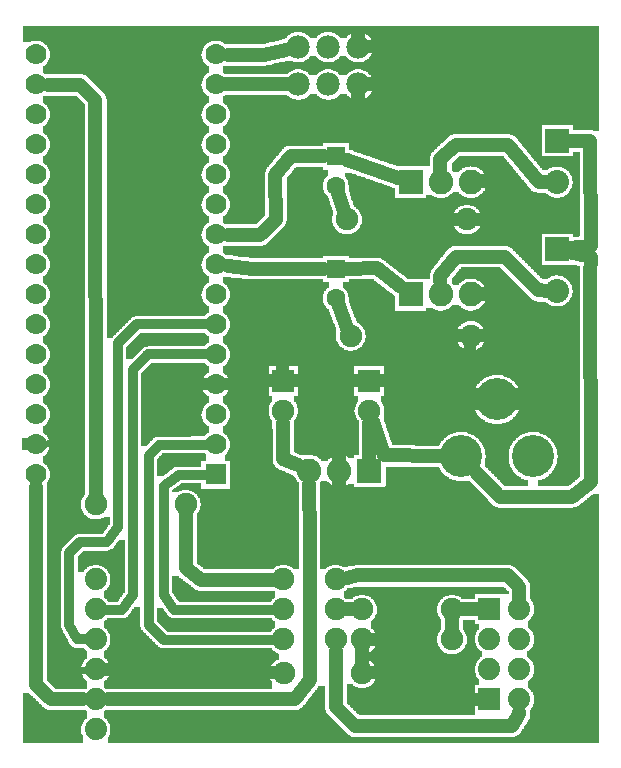
<source format=gbl>
G04 MADE WITH FRITZING*
G04 WWW.FRITZING.ORG*
G04 SINGLE SIDED*
G04 HOLES NOT PLATED*
G04 CONTOUR ON CENTER OF CONTOUR VECTOR*
%ASAXBY*%
%FSLAX23Y23*%
%MOIN*%
%OFA0B0*%
%SFA1.0B1.0*%
%ADD10C,0.075000*%
%ADD11C,0.070000*%
%ADD12C,0.082000*%
%ADD13C,0.140000*%
%ADD14C,0.074000*%
%ADD15C,0.080000*%
%ADD16C,0.062992*%
%ADD17C,0.074472*%
%ADD18C,0.078000*%
%ADD19R,0.069972X0.070000*%
%ADD20R,0.082000X0.082000*%
%ADD21R,0.075000X0.075000*%
%ADD22R,0.080000X0.080000*%
%ADD23R,0.062992X0.062992*%
%ADD24R,0.074108X0.074472*%
%ADD25C,0.048000*%
%ADD26C,0.032000*%
%ADD27C,0.024000*%
%LNCOPPER0*%
G90*
G70*
G54D10*
X189Y2115D03*
X503Y1233D03*
X1269Y2374D03*
X387Y394D03*
X1280Y464D03*
X1110Y740D03*
X107Y104D03*
G54D11*
X682Y934D03*
X682Y1034D03*
X682Y1134D03*
X682Y1234D03*
X682Y1334D03*
X682Y1434D03*
X682Y1534D03*
X682Y1634D03*
X682Y1734D03*
X682Y1834D03*
X682Y1934D03*
X682Y2034D03*
X682Y2134D03*
X682Y2234D03*
X682Y2334D03*
X82Y934D03*
X82Y1034D03*
X82Y1134D03*
X82Y1234D03*
X82Y1334D03*
X82Y1434D03*
X82Y1534D03*
X82Y1634D03*
X82Y1734D03*
X82Y1834D03*
X82Y1934D03*
X82Y2034D03*
X82Y2134D03*
X82Y2234D03*
X82Y2334D03*
G54D12*
X1332Y1909D03*
X1432Y1909D03*
X1532Y1909D03*
X1332Y1534D03*
X1432Y1534D03*
X1532Y1534D03*
X1194Y946D03*
X1094Y946D03*
X994Y946D03*
G54D10*
X1194Y1246D03*
X1194Y1146D03*
X907Y1246D03*
X907Y1146D03*
G54D13*
X1499Y994D03*
X1739Y994D03*
X1619Y1184D03*
G54D14*
X282Y84D03*
X282Y184D03*
X282Y284D03*
X282Y384D03*
X282Y484D03*
X282Y584D03*
G54D15*
X1819Y2046D03*
X1819Y1908D03*
X1819Y1684D03*
X1819Y1546D03*
G54D10*
X1532Y1396D03*
X1132Y1396D03*
X1519Y1784D03*
X1119Y1784D03*
G54D16*
X1082Y1994D03*
X1082Y1896D03*
X1082Y1619D03*
X1082Y1521D03*
G54D17*
X1594Y184D03*
X1694Y184D03*
X1594Y284D03*
X1694Y284D03*
X1594Y385D03*
X1694Y385D03*
X1594Y485D03*
X1694Y485D03*
G54D10*
X907Y584D03*
X1082Y584D03*
X907Y484D03*
X1082Y484D03*
X907Y384D03*
X1082Y384D03*
X909Y271D03*
X1169Y271D03*
X582Y834D03*
X282Y834D03*
X1169Y484D03*
X1469Y484D03*
X1169Y384D03*
X1469Y384D03*
G54D18*
X957Y2234D03*
X1057Y2234D03*
X1157Y2234D03*
X957Y2359D03*
X1057Y2359D03*
X1157Y2359D03*
G54D19*
X682Y934D03*
G54D20*
X1332Y1909D03*
X1332Y1534D03*
X1194Y946D03*
G54D21*
X1194Y1246D03*
X907Y1246D03*
G54D22*
X1819Y2046D03*
X1819Y1684D03*
G54D23*
X1082Y1994D03*
X1082Y1619D03*
G54D24*
X1594Y184D03*
X1594Y485D03*
G54D25*
X907Y985D02*
X907Y1106D01*
D02*
X955Y964D02*
X907Y985D01*
D02*
X1631Y858D02*
X1542Y950D01*
D02*
X1869Y859D02*
X1631Y858D01*
D02*
X1932Y908D02*
X1869Y859D01*
D02*
X1931Y1597D02*
X1932Y908D01*
D02*
X1861Y1674D02*
X1932Y1658D01*
D02*
X1932Y1658D02*
X1931Y1597D01*
D02*
X1244Y997D02*
X1427Y994D01*
D02*
X1207Y1108D02*
X1244Y997D01*
D02*
X1932Y1696D02*
X1861Y1688D01*
D02*
X1931Y2046D02*
X1932Y1696D01*
D02*
X1862Y2046D02*
X1931Y2046D01*
D02*
X1194Y989D02*
X1194Y1106D01*
D02*
X1092Y1496D02*
X1121Y1423D01*
D02*
X1298Y1560D02*
X1219Y1621D01*
D02*
X1219Y1621D02*
X1120Y1620D01*
D02*
X1291Y1923D02*
X1118Y1982D01*
D02*
X1431Y1596D02*
X1431Y1577D01*
D02*
X1757Y1547D02*
X1645Y1660D01*
D02*
X1645Y1660D02*
X1482Y1660D01*
D02*
X1482Y1660D02*
X1431Y1596D01*
D02*
X1788Y1546D02*
X1757Y1547D01*
D02*
X1758Y1909D02*
X1656Y2032D01*
D02*
X1656Y2032D02*
X1482Y2032D01*
D02*
X1482Y2032D02*
X1431Y1984D01*
D02*
X1431Y1984D02*
X1431Y1941D01*
D02*
X1788Y1909D02*
X1758Y1909D01*
D02*
X1090Y1871D02*
X1110Y1811D01*
D02*
X995Y722D02*
X994Y903D01*
D02*
X995Y247D02*
X995Y722D01*
D02*
X946Y185D02*
X995Y247D01*
D02*
X324Y184D02*
X946Y185D01*
D02*
X82Y233D02*
X132Y184D01*
D02*
X132Y184D02*
X240Y184D01*
D02*
X82Y893D02*
X82Y233D01*
D02*
X806Y1620D02*
X722Y1629D01*
D02*
X1044Y1619D02*
X806Y1620D01*
D02*
X882Y1783D02*
X831Y1733D01*
D02*
X881Y1933D02*
X882Y1783D01*
D02*
X933Y1995D02*
X881Y1933D01*
D02*
X831Y1733D02*
X722Y1733D01*
D02*
X1044Y1995D02*
X933Y1995D01*
G54D26*
D02*
X320Y709D02*
X231Y709D01*
D02*
X231Y709D02*
X193Y671D01*
D02*
X420Y1434D02*
X357Y1371D01*
D02*
X193Y671D02*
X193Y432D01*
D02*
X357Y1371D02*
X357Y759D01*
D02*
X357Y759D02*
X320Y709D01*
D02*
X193Y432D02*
X219Y384D01*
D02*
X219Y384D02*
X251Y384D01*
D02*
X653Y1434D02*
X420Y1434D01*
D02*
X457Y1334D02*
X406Y1283D01*
D02*
X406Y1283D02*
X406Y533D01*
D02*
X653Y1334D02*
X457Y1334D01*
D02*
X406Y533D02*
X370Y483D01*
D02*
X370Y483D02*
X313Y483D01*
G54D25*
D02*
X1145Y96D02*
X1519Y96D01*
D02*
X1694Y134D02*
X1694Y141D01*
D02*
X1082Y158D02*
X1145Y96D01*
D02*
X1670Y96D02*
X1694Y134D01*
D02*
X1519Y96D02*
X1670Y96D01*
D02*
X1082Y344D02*
X1082Y158D01*
D02*
X1157Y597D02*
X1656Y597D01*
D02*
X1694Y559D02*
X1694Y517D01*
D02*
X1656Y597D02*
X1694Y559D01*
D02*
X1121Y590D02*
X1157Y597D01*
D02*
X632Y583D02*
X582Y621D01*
D02*
X878Y583D02*
X632Y583D01*
D02*
X582Y621D02*
X582Y805D01*
D02*
X1141Y484D02*
X1110Y484D01*
D02*
X1563Y485D02*
X1498Y484D01*
D02*
X1469Y455D02*
X1469Y412D01*
D02*
X1169Y300D02*
X1169Y355D01*
G54D26*
D02*
X508Y895D02*
X508Y533D01*
D02*
X544Y483D02*
X878Y483D01*
D02*
X558Y933D02*
X508Y895D01*
D02*
X508Y533D02*
X544Y483D01*
D02*
X653Y933D02*
X558Y933D01*
D02*
X508Y382D02*
X878Y383D01*
D02*
X458Y432D02*
X508Y382D01*
D02*
X458Y995D02*
X458Y432D01*
D02*
X494Y1033D02*
X458Y995D01*
D02*
X653Y1033D02*
X494Y1033D01*
G54D27*
D02*
X126Y1038D02*
X144Y1021D01*
D02*
X182Y282D02*
X251Y283D01*
D02*
X146Y322D02*
X182Y282D01*
D02*
X144Y1021D02*
X146Y322D01*
D02*
X111Y1036D02*
X126Y1038D01*
G54D25*
D02*
X231Y2232D02*
X122Y2233D01*
D02*
X281Y2182D02*
X231Y2232D01*
D02*
X282Y873D02*
X281Y2182D01*
D02*
X711Y2234D02*
X927Y2234D01*
D02*
X722Y2333D02*
X844Y2333D01*
D02*
X844Y2333D02*
X917Y2349D01*
G36*
X110Y2196D02*
X110Y2194D01*
X106Y2194D01*
X106Y2172D01*
X110Y2172D01*
X110Y2170D01*
X112Y2170D01*
X112Y2168D01*
X114Y2168D01*
X114Y2166D01*
X116Y2166D01*
X116Y2164D01*
X118Y2164D01*
X118Y2162D01*
X120Y2162D01*
X120Y2158D01*
X122Y2158D01*
X122Y2156D01*
X124Y2156D01*
X124Y2152D01*
X126Y2152D01*
X126Y2146D01*
X128Y2146D01*
X128Y2122D01*
X126Y2122D01*
X126Y2114D01*
X124Y2114D01*
X124Y2110D01*
X122Y2110D01*
X122Y2108D01*
X120Y2108D01*
X120Y2104D01*
X118Y2104D01*
X118Y2102D01*
X116Y2102D01*
X116Y2100D01*
X114Y2100D01*
X114Y2098D01*
X112Y2098D01*
X112Y2096D01*
X110Y2096D01*
X110Y2094D01*
X106Y2094D01*
X106Y2072D01*
X110Y2072D01*
X110Y2070D01*
X112Y2070D01*
X112Y2068D01*
X114Y2068D01*
X114Y2066D01*
X116Y2066D01*
X116Y2064D01*
X118Y2064D01*
X118Y2062D01*
X120Y2062D01*
X120Y2058D01*
X122Y2058D01*
X122Y2056D01*
X124Y2056D01*
X124Y2052D01*
X126Y2052D01*
X126Y2046D01*
X128Y2046D01*
X128Y2022D01*
X126Y2022D01*
X126Y2014D01*
X124Y2014D01*
X124Y2010D01*
X122Y2010D01*
X122Y2008D01*
X120Y2008D01*
X120Y2004D01*
X118Y2004D01*
X118Y2002D01*
X116Y2002D01*
X116Y2000D01*
X114Y2000D01*
X114Y1998D01*
X112Y1998D01*
X112Y1996D01*
X110Y1996D01*
X110Y1994D01*
X106Y1994D01*
X106Y1972D01*
X110Y1972D01*
X110Y1970D01*
X112Y1970D01*
X112Y1968D01*
X114Y1968D01*
X114Y1966D01*
X116Y1966D01*
X116Y1964D01*
X118Y1964D01*
X118Y1962D01*
X120Y1962D01*
X120Y1958D01*
X122Y1958D01*
X122Y1956D01*
X124Y1956D01*
X124Y1952D01*
X126Y1952D01*
X126Y1946D01*
X128Y1946D01*
X128Y1922D01*
X126Y1922D01*
X126Y1914D01*
X124Y1914D01*
X124Y1910D01*
X122Y1910D01*
X122Y1908D01*
X120Y1908D01*
X120Y1904D01*
X118Y1904D01*
X118Y1902D01*
X116Y1902D01*
X116Y1900D01*
X114Y1900D01*
X114Y1898D01*
X112Y1898D01*
X112Y1896D01*
X110Y1896D01*
X110Y1894D01*
X106Y1894D01*
X106Y1872D01*
X110Y1872D01*
X110Y1870D01*
X112Y1870D01*
X112Y1868D01*
X114Y1868D01*
X114Y1866D01*
X116Y1866D01*
X116Y1864D01*
X118Y1864D01*
X118Y1862D01*
X120Y1862D01*
X120Y1858D01*
X122Y1858D01*
X122Y1856D01*
X124Y1856D01*
X124Y1852D01*
X126Y1852D01*
X126Y1846D01*
X128Y1846D01*
X128Y1822D01*
X126Y1822D01*
X126Y1814D01*
X124Y1814D01*
X124Y1810D01*
X122Y1810D01*
X122Y1808D01*
X120Y1808D01*
X120Y1804D01*
X118Y1804D01*
X118Y1802D01*
X116Y1802D01*
X116Y1800D01*
X114Y1800D01*
X114Y1798D01*
X112Y1798D01*
X112Y1796D01*
X110Y1796D01*
X110Y1794D01*
X106Y1794D01*
X106Y1772D01*
X110Y1772D01*
X110Y1770D01*
X112Y1770D01*
X112Y1768D01*
X114Y1768D01*
X114Y1766D01*
X116Y1766D01*
X116Y1764D01*
X118Y1764D01*
X118Y1762D01*
X120Y1762D01*
X120Y1758D01*
X122Y1758D01*
X122Y1756D01*
X124Y1756D01*
X124Y1752D01*
X126Y1752D01*
X126Y1746D01*
X128Y1746D01*
X128Y1722D01*
X126Y1722D01*
X126Y1714D01*
X124Y1714D01*
X124Y1710D01*
X122Y1710D01*
X122Y1708D01*
X120Y1708D01*
X120Y1704D01*
X118Y1704D01*
X118Y1702D01*
X116Y1702D01*
X116Y1700D01*
X114Y1700D01*
X114Y1698D01*
X112Y1698D01*
X112Y1696D01*
X110Y1696D01*
X110Y1694D01*
X106Y1694D01*
X106Y1672D01*
X110Y1672D01*
X110Y1670D01*
X112Y1670D01*
X112Y1668D01*
X114Y1668D01*
X114Y1666D01*
X116Y1666D01*
X116Y1664D01*
X118Y1664D01*
X118Y1662D01*
X120Y1662D01*
X120Y1658D01*
X122Y1658D01*
X122Y1656D01*
X124Y1656D01*
X124Y1652D01*
X126Y1652D01*
X126Y1646D01*
X128Y1646D01*
X128Y1622D01*
X126Y1622D01*
X126Y1614D01*
X124Y1614D01*
X124Y1610D01*
X122Y1610D01*
X122Y1608D01*
X120Y1608D01*
X120Y1604D01*
X118Y1604D01*
X118Y1602D01*
X116Y1602D01*
X116Y1600D01*
X114Y1600D01*
X114Y1598D01*
X112Y1598D01*
X112Y1596D01*
X110Y1596D01*
X110Y1594D01*
X106Y1594D01*
X106Y1572D01*
X110Y1572D01*
X110Y1570D01*
X112Y1570D01*
X112Y1568D01*
X114Y1568D01*
X114Y1566D01*
X116Y1566D01*
X116Y1564D01*
X118Y1564D01*
X118Y1562D01*
X120Y1562D01*
X120Y1558D01*
X122Y1558D01*
X122Y1556D01*
X124Y1556D01*
X124Y1552D01*
X126Y1552D01*
X126Y1546D01*
X128Y1546D01*
X128Y1522D01*
X126Y1522D01*
X126Y1514D01*
X124Y1514D01*
X124Y1510D01*
X122Y1510D01*
X122Y1508D01*
X120Y1508D01*
X120Y1504D01*
X118Y1504D01*
X118Y1502D01*
X116Y1502D01*
X116Y1500D01*
X114Y1500D01*
X114Y1498D01*
X112Y1498D01*
X112Y1496D01*
X110Y1496D01*
X110Y1494D01*
X106Y1494D01*
X106Y1472D01*
X110Y1472D01*
X110Y1470D01*
X112Y1470D01*
X112Y1468D01*
X114Y1468D01*
X114Y1466D01*
X116Y1466D01*
X116Y1464D01*
X118Y1464D01*
X118Y1462D01*
X120Y1462D01*
X120Y1458D01*
X122Y1458D01*
X122Y1456D01*
X124Y1456D01*
X124Y1452D01*
X126Y1452D01*
X126Y1446D01*
X128Y1446D01*
X128Y1422D01*
X126Y1422D01*
X126Y1414D01*
X124Y1414D01*
X124Y1410D01*
X122Y1410D01*
X122Y1408D01*
X120Y1408D01*
X120Y1404D01*
X118Y1404D01*
X118Y1402D01*
X116Y1402D01*
X116Y1400D01*
X114Y1400D01*
X114Y1398D01*
X112Y1398D01*
X112Y1396D01*
X110Y1396D01*
X110Y1394D01*
X106Y1394D01*
X106Y1372D01*
X110Y1372D01*
X110Y1370D01*
X112Y1370D01*
X112Y1368D01*
X114Y1368D01*
X114Y1366D01*
X116Y1366D01*
X116Y1364D01*
X118Y1364D01*
X118Y1362D01*
X120Y1362D01*
X120Y1358D01*
X122Y1358D01*
X122Y1356D01*
X124Y1356D01*
X124Y1352D01*
X126Y1352D01*
X126Y1346D01*
X128Y1346D01*
X128Y1322D01*
X126Y1322D01*
X126Y1314D01*
X124Y1314D01*
X124Y1310D01*
X122Y1310D01*
X122Y1308D01*
X120Y1308D01*
X120Y1304D01*
X118Y1304D01*
X118Y1302D01*
X116Y1302D01*
X116Y1300D01*
X114Y1300D01*
X114Y1298D01*
X112Y1298D01*
X112Y1296D01*
X110Y1296D01*
X110Y1294D01*
X106Y1294D01*
X106Y1272D01*
X110Y1272D01*
X110Y1270D01*
X112Y1270D01*
X112Y1268D01*
X114Y1268D01*
X114Y1266D01*
X116Y1266D01*
X116Y1264D01*
X118Y1264D01*
X118Y1262D01*
X120Y1262D01*
X120Y1258D01*
X122Y1258D01*
X122Y1256D01*
X124Y1256D01*
X124Y1252D01*
X126Y1252D01*
X126Y1246D01*
X128Y1246D01*
X128Y1222D01*
X126Y1222D01*
X126Y1214D01*
X124Y1214D01*
X124Y1210D01*
X122Y1210D01*
X122Y1208D01*
X120Y1208D01*
X120Y1204D01*
X118Y1204D01*
X118Y1202D01*
X116Y1202D01*
X116Y1200D01*
X114Y1200D01*
X114Y1198D01*
X112Y1198D01*
X112Y1196D01*
X110Y1196D01*
X110Y1194D01*
X106Y1194D01*
X106Y1172D01*
X110Y1172D01*
X110Y1170D01*
X112Y1170D01*
X112Y1168D01*
X114Y1168D01*
X114Y1166D01*
X116Y1166D01*
X116Y1164D01*
X118Y1164D01*
X118Y1162D01*
X120Y1162D01*
X120Y1158D01*
X122Y1158D01*
X122Y1156D01*
X124Y1156D01*
X124Y1152D01*
X126Y1152D01*
X126Y1146D01*
X128Y1146D01*
X128Y1122D01*
X126Y1122D01*
X126Y1114D01*
X124Y1114D01*
X124Y1110D01*
X122Y1110D01*
X122Y1108D01*
X120Y1108D01*
X120Y1104D01*
X118Y1104D01*
X118Y1102D01*
X116Y1102D01*
X116Y1100D01*
X114Y1100D01*
X114Y1098D01*
X112Y1098D01*
X112Y1096D01*
X110Y1096D01*
X110Y1094D01*
X106Y1094D01*
X106Y1072D01*
X110Y1072D01*
X110Y1070D01*
X112Y1070D01*
X112Y1068D01*
X114Y1068D01*
X114Y1066D01*
X116Y1066D01*
X116Y1064D01*
X118Y1064D01*
X118Y1062D01*
X120Y1062D01*
X120Y1058D01*
X122Y1058D01*
X122Y1056D01*
X124Y1056D01*
X124Y1052D01*
X126Y1052D01*
X126Y1046D01*
X128Y1046D01*
X128Y1022D01*
X126Y1022D01*
X126Y1014D01*
X124Y1014D01*
X124Y1010D01*
X122Y1010D01*
X122Y1008D01*
X120Y1008D01*
X120Y1004D01*
X118Y1004D01*
X118Y1002D01*
X116Y1002D01*
X116Y1000D01*
X114Y1000D01*
X114Y998D01*
X112Y998D01*
X112Y996D01*
X110Y996D01*
X110Y994D01*
X106Y994D01*
X106Y972D01*
X110Y972D01*
X110Y970D01*
X112Y970D01*
X112Y968D01*
X114Y968D01*
X114Y966D01*
X116Y966D01*
X116Y964D01*
X118Y964D01*
X118Y962D01*
X120Y962D01*
X120Y958D01*
X122Y958D01*
X122Y956D01*
X124Y956D01*
X124Y952D01*
X126Y952D01*
X126Y946D01*
X128Y946D01*
X128Y922D01*
X126Y922D01*
X126Y914D01*
X124Y914D01*
X124Y910D01*
X122Y910D01*
X122Y908D01*
X120Y908D01*
X120Y904D01*
X118Y904D01*
X118Y784D01*
X270Y784D01*
X270Y786D01*
X264Y786D01*
X264Y788D01*
X260Y788D01*
X260Y790D01*
X256Y790D01*
X256Y792D01*
X254Y792D01*
X254Y794D01*
X250Y794D01*
X250Y796D01*
X248Y796D01*
X248Y798D01*
X246Y798D01*
X246Y800D01*
X244Y800D01*
X244Y802D01*
X242Y802D01*
X242Y806D01*
X240Y806D01*
X240Y808D01*
X238Y808D01*
X238Y812D01*
X236Y812D01*
X236Y818D01*
X234Y818D01*
X234Y826D01*
X232Y826D01*
X232Y840D01*
X234Y840D01*
X234Y848D01*
X236Y848D01*
X236Y854D01*
X238Y854D01*
X238Y858D01*
X240Y858D01*
X240Y860D01*
X242Y860D01*
X242Y864D01*
X244Y864D01*
X244Y866D01*
X246Y866D01*
X246Y2168D01*
X244Y2168D01*
X244Y2170D01*
X242Y2170D01*
X242Y2172D01*
X240Y2172D01*
X240Y2174D01*
X238Y2174D01*
X238Y2176D01*
X236Y2176D01*
X236Y2178D01*
X234Y2178D01*
X234Y2180D01*
X232Y2180D01*
X232Y2182D01*
X230Y2182D01*
X230Y2184D01*
X228Y2184D01*
X228Y2186D01*
X226Y2186D01*
X226Y2188D01*
X224Y2188D01*
X224Y2190D01*
X222Y2190D01*
X222Y2192D01*
X220Y2192D01*
X220Y2194D01*
X218Y2194D01*
X218Y2196D01*
X110Y2196D01*
G37*
D02*
G36*
X308Y792D02*
X308Y790D01*
X304Y790D01*
X304Y788D01*
X300Y788D01*
X300Y786D01*
X292Y786D01*
X292Y784D01*
X328Y784D01*
X328Y792D01*
X308Y792D01*
G37*
D02*
G36*
X118Y784D02*
X118Y782D01*
X328Y782D01*
X328Y784D01*
X118Y784D01*
G37*
D02*
G36*
X118Y784D02*
X118Y782D01*
X328Y782D01*
X328Y784D01*
X118Y784D01*
G37*
D02*
G36*
X118Y782D02*
X118Y246D01*
X120Y246D01*
X120Y244D01*
X122Y244D01*
X122Y242D01*
X126Y242D01*
X126Y240D01*
X128Y240D01*
X128Y238D01*
X130Y238D01*
X130Y236D01*
X132Y236D01*
X132Y234D01*
X134Y234D01*
X134Y232D01*
X136Y232D01*
X136Y230D01*
X138Y230D01*
X138Y228D01*
X140Y228D01*
X140Y226D01*
X142Y226D01*
X142Y224D01*
X144Y224D01*
X144Y222D01*
X146Y222D01*
X146Y220D01*
X252Y220D01*
X252Y222D01*
X254Y222D01*
X254Y244D01*
X252Y244D01*
X252Y246D01*
X248Y246D01*
X248Y248D01*
X246Y248D01*
X246Y252D01*
X244Y252D01*
X244Y254D01*
X242Y254D01*
X242Y256D01*
X240Y256D01*
X240Y260D01*
X238Y260D01*
X238Y264D01*
X236Y264D01*
X236Y270D01*
X234Y270D01*
X234Y280D01*
X232Y280D01*
X232Y286D01*
X234Y286D01*
X234Y296D01*
X236Y296D01*
X236Y302D01*
X238Y302D01*
X238Y306D01*
X240Y306D01*
X240Y310D01*
X242Y310D01*
X242Y312D01*
X244Y312D01*
X244Y316D01*
X246Y316D01*
X246Y318D01*
X248Y318D01*
X248Y320D01*
X252Y320D01*
X252Y322D01*
X254Y322D01*
X254Y344D01*
X252Y344D01*
X252Y346D01*
X248Y346D01*
X248Y348D01*
X246Y348D01*
X246Y352D01*
X244Y352D01*
X244Y354D01*
X242Y354D01*
X242Y356D01*
X210Y356D01*
X210Y358D01*
X206Y358D01*
X206Y360D01*
X202Y360D01*
X202Y362D01*
X200Y362D01*
X200Y364D01*
X198Y364D01*
X198Y366D01*
X196Y366D01*
X196Y370D01*
X194Y370D01*
X194Y372D01*
X192Y372D01*
X192Y376D01*
X190Y376D01*
X190Y380D01*
X188Y380D01*
X188Y384D01*
X186Y384D01*
X186Y388D01*
X184Y388D01*
X184Y392D01*
X182Y392D01*
X182Y396D01*
X180Y396D01*
X180Y400D01*
X178Y400D01*
X178Y402D01*
X176Y402D01*
X176Y406D01*
X174Y406D01*
X174Y410D01*
X172Y410D01*
X172Y414D01*
X170Y414D01*
X170Y418D01*
X168Y418D01*
X168Y422D01*
X166Y422D01*
X166Y680D01*
X168Y680D01*
X168Y684D01*
X170Y684D01*
X170Y688D01*
X172Y688D01*
X172Y690D01*
X174Y690D01*
X174Y692D01*
X176Y692D01*
X176Y694D01*
X178Y694D01*
X178Y696D01*
X180Y696D01*
X180Y698D01*
X182Y698D01*
X182Y700D01*
X184Y700D01*
X184Y702D01*
X186Y702D01*
X186Y704D01*
X188Y704D01*
X188Y706D01*
X190Y706D01*
X190Y708D01*
X192Y708D01*
X192Y710D01*
X194Y710D01*
X194Y712D01*
X196Y712D01*
X196Y714D01*
X198Y714D01*
X198Y716D01*
X200Y716D01*
X200Y718D01*
X202Y718D01*
X202Y720D01*
X204Y720D01*
X204Y722D01*
X206Y722D01*
X206Y724D01*
X208Y724D01*
X208Y726D01*
X210Y726D01*
X210Y728D01*
X212Y728D01*
X212Y730D01*
X214Y730D01*
X214Y732D01*
X218Y732D01*
X218Y734D01*
X222Y734D01*
X222Y736D01*
X306Y736D01*
X306Y738D01*
X308Y738D01*
X308Y742D01*
X310Y742D01*
X310Y744D01*
X312Y744D01*
X312Y746D01*
X314Y746D01*
X314Y750D01*
X316Y750D01*
X316Y752D01*
X318Y752D01*
X318Y754D01*
X320Y754D01*
X320Y758D01*
X322Y758D01*
X322Y760D01*
X324Y760D01*
X324Y764D01*
X326Y764D01*
X326Y766D01*
X328Y766D01*
X328Y782D01*
X118Y782D01*
G37*
D02*
G36*
X430Y1406D02*
X430Y1404D01*
X428Y1404D01*
X428Y1402D01*
X426Y1402D01*
X426Y1400D01*
X424Y1400D01*
X424Y1398D01*
X422Y1398D01*
X422Y1396D01*
X420Y1396D01*
X420Y1394D01*
X418Y1394D01*
X418Y1392D01*
X416Y1392D01*
X416Y1390D01*
X414Y1390D01*
X414Y1388D01*
X412Y1388D01*
X412Y1386D01*
X410Y1386D01*
X410Y1384D01*
X408Y1384D01*
X408Y1382D01*
X406Y1382D01*
X406Y1380D01*
X404Y1380D01*
X404Y1378D01*
X402Y1378D01*
X402Y1376D01*
X400Y1376D01*
X400Y1374D01*
X398Y1374D01*
X398Y1372D01*
X396Y1372D01*
X396Y1370D01*
X394Y1370D01*
X394Y1368D01*
X392Y1368D01*
X392Y1366D01*
X390Y1366D01*
X390Y1364D01*
X388Y1364D01*
X388Y1362D01*
X386Y1362D01*
X386Y1360D01*
X384Y1360D01*
X384Y1318D01*
X404Y1318D01*
X404Y1320D01*
X406Y1320D01*
X406Y1322D01*
X408Y1322D01*
X408Y1324D01*
X410Y1324D01*
X410Y1326D01*
X412Y1326D01*
X412Y1328D01*
X414Y1328D01*
X414Y1330D01*
X416Y1330D01*
X416Y1332D01*
X418Y1332D01*
X418Y1334D01*
X420Y1334D01*
X420Y1336D01*
X422Y1336D01*
X422Y1338D01*
X424Y1338D01*
X424Y1340D01*
X426Y1340D01*
X426Y1342D01*
X428Y1342D01*
X428Y1344D01*
X430Y1344D01*
X430Y1346D01*
X432Y1346D01*
X432Y1348D01*
X434Y1348D01*
X434Y1350D01*
X436Y1350D01*
X436Y1352D01*
X438Y1352D01*
X438Y1354D01*
X440Y1354D01*
X440Y1356D01*
X442Y1356D01*
X442Y1358D01*
X446Y1358D01*
X446Y1360D01*
X456Y1360D01*
X456Y1362D01*
X646Y1362D01*
X646Y1364D01*
X648Y1364D01*
X648Y1366D01*
X650Y1366D01*
X650Y1368D01*
X652Y1368D01*
X652Y1370D01*
X654Y1370D01*
X654Y1372D01*
X658Y1372D01*
X658Y1394D01*
X654Y1394D01*
X654Y1396D01*
X652Y1396D01*
X652Y1398D01*
X650Y1398D01*
X650Y1400D01*
X648Y1400D01*
X648Y1402D01*
X646Y1402D01*
X646Y1404D01*
X644Y1404D01*
X644Y1406D01*
X430Y1406D01*
G37*
D02*
G36*
X468Y1306D02*
X468Y1304D01*
X466Y1304D01*
X466Y1302D01*
X464Y1302D01*
X464Y1300D01*
X462Y1300D01*
X462Y1298D01*
X460Y1298D01*
X460Y1296D01*
X458Y1296D01*
X458Y1294D01*
X456Y1294D01*
X456Y1292D01*
X454Y1292D01*
X454Y1290D01*
X452Y1290D01*
X452Y1288D01*
X450Y1288D01*
X450Y1286D01*
X448Y1286D01*
X448Y1284D01*
X446Y1284D01*
X446Y1282D01*
X444Y1282D01*
X444Y1280D01*
X442Y1280D01*
X442Y1278D01*
X440Y1278D01*
X440Y1276D01*
X438Y1276D01*
X438Y1274D01*
X436Y1274D01*
X436Y1272D01*
X434Y1272D01*
X434Y1030D01*
X454Y1030D01*
X454Y1032D01*
X456Y1032D01*
X456Y1034D01*
X458Y1034D01*
X458Y1036D01*
X460Y1036D01*
X460Y1040D01*
X462Y1040D01*
X462Y1042D01*
X464Y1042D01*
X464Y1044D01*
X466Y1044D01*
X466Y1046D01*
X468Y1046D01*
X468Y1048D01*
X470Y1048D01*
X470Y1050D01*
X472Y1050D01*
X472Y1052D01*
X474Y1052D01*
X474Y1054D01*
X476Y1054D01*
X476Y1056D01*
X480Y1056D01*
X480Y1058D01*
X484Y1058D01*
X484Y1060D01*
X600Y1060D01*
X600Y1062D01*
X646Y1062D01*
X646Y1064D01*
X648Y1064D01*
X648Y1066D01*
X650Y1066D01*
X650Y1068D01*
X652Y1068D01*
X652Y1070D01*
X654Y1070D01*
X654Y1072D01*
X658Y1072D01*
X658Y1094D01*
X654Y1094D01*
X654Y1096D01*
X652Y1096D01*
X652Y1098D01*
X650Y1098D01*
X650Y1100D01*
X648Y1100D01*
X648Y1102D01*
X646Y1102D01*
X646Y1104D01*
X644Y1104D01*
X644Y1106D01*
X642Y1106D01*
X642Y1110D01*
X640Y1110D01*
X640Y1114D01*
X638Y1114D01*
X638Y1120D01*
X636Y1120D01*
X636Y1130D01*
X634Y1130D01*
X634Y1136D01*
X636Y1136D01*
X636Y1146D01*
X638Y1146D01*
X638Y1152D01*
X640Y1152D01*
X640Y1156D01*
X642Y1156D01*
X642Y1160D01*
X644Y1160D01*
X644Y1162D01*
X646Y1162D01*
X646Y1164D01*
X648Y1164D01*
X648Y1166D01*
X650Y1166D01*
X650Y1168D01*
X652Y1168D01*
X652Y1170D01*
X654Y1170D01*
X654Y1172D01*
X658Y1172D01*
X658Y1194D01*
X654Y1194D01*
X654Y1196D01*
X652Y1196D01*
X652Y1198D01*
X650Y1198D01*
X650Y1200D01*
X648Y1200D01*
X648Y1202D01*
X646Y1202D01*
X646Y1204D01*
X644Y1204D01*
X644Y1206D01*
X642Y1206D01*
X642Y1210D01*
X640Y1210D01*
X640Y1214D01*
X638Y1214D01*
X638Y1220D01*
X636Y1220D01*
X636Y1230D01*
X634Y1230D01*
X634Y1236D01*
X636Y1236D01*
X636Y1246D01*
X638Y1246D01*
X638Y1252D01*
X640Y1252D01*
X640Y1256D01*
X642Y1256D01*
X642Y1260D01*
X644Y1260D01*
X644Y1262D01*
X646Y1262D01*
X646Y1264D01*
X648Y1264D01*
X648Y1266D01*
X650Y1266D01*
X650Y1268D01*
X652Y1268D01*
X652Y1270D01*
X654Y1270D01*
X654Y1272D01*
X658Y1272D01*
X658Y1294D01*
X654Y1294D01*
X654Y1296D01*
X652Y1296D01*
X652Y1298D01*
X650Y1298D01*
X650Y1300D01*
X648Y1300D01*
X648Y1302D01*
X646Y1302D01*
X646Y1304D01*
X644Y1304D01*
X644Y1306D01*
X468Y1306D01*
G37*
D02*
G36*
X608Y1006D02*
X608Y1004D01*
X504Y1004D01*
X504Y1002D01*
X502Y1002D01*
X502Y1000D01*
X500Y1000D01*
X500Y998D01*
X498Y998D01*
X498Y996D01*
X496Y996D01*
X496Y994D01*
X494Y994D01*
X494Y992D01*
X492Y992D01*
X492Y990D01*
X490Y990D01*
X490Y988D01*
X488Y988D01*
X488Y984D01*
X486Y984D01*
X486Y928D01*
X506Y928D01*
X506Y930D01*
X510Y930D01*
X510Y932D01*
X512Y932D01*
X512Y934D01*
X514Y934D01*
X514Y936D01*
X518Y936D01*
X518Y938D01*
X520Y938D01*
X520Y940D01*
X522Y940D01*
X522Y942D01*
X526Y942D01*
X526Y944D01*
X528Y944D01*
X528Y946D01*
X530Y946D01*
X530Y948D01*
X534Y948D01*
X534Y950D01*
X536Y950D01*
X536Y952D01*
X538Y952D01*
X538Y954D01*
X542Y954D01*
X542Y956D01*
X544Y956D01*
X544Y958D01*
X548Y958D01*
X548Y960D01*
X634Y960D01*
X634Y980D01*
X650Y980D01*
X650Y1000D01*
X648Y1000D01*
X648Y1002D01*
X646Y1002D01*
X646Y1004D01*
X644Y1004D01*
X644Y1006D01*
X608Y1006D01*
G37*
D02*
G36*
X40Y2430D02*
X40Y2410D01*
X1158Y2410D01*
X1158Y2408D01*
X1170Y2408D01*
X1170Y2406D01*
X1176Y2406D01*
X1176Y2404D01*
X1180Y2404D01*
X1180Y2402D01*
X1184Y2402D01*
X1184Y2400D01*
X1186Y2400D01*
X1186Y2398D01*
X1190Y2398D01*
X1190Y2396D01*
X1192Y2396D01*
X1192Y2394D01*
X1194Y2394D01*
X1194Y2392D01*
X1196Y2392D01*
X1196Y2390D01*
X1198Y2390D01*
X1198Y2386D01*
X1200Y2386D01*
X1200Y2382D01*
X1202Y2382D01*
X1202Y2380D01*
X1204Y2380D01*
X1204Y2374D01*
X1206Y2374D01*
X1206Y2366D01*
X1208Y2366D01*
X1208Y2350D01*
X1206Y2350D01*
X1206Y2342D01*
X1204Y2342D01*
X1204Y2336D01*
X1202Y2336D01*
X1202Y2334D01*
X1200Y2334D01*
X1200Y2330D01*
X1198Y2330D01*
X1198Y2328D01*
X1196Y2328D01*
X1196Y2324D01*
X1194Y2324D01*
X1194Y2322D01*
X1192Y2322D01*
X1192Y2320D01*
X1190Y2320D01*
X1190Y2318D01*
X1186Y2318D01*
X1186Y2316D01*
X1184Y2316D01*
X1184Y2314D01*
X1180Y2314D01*
X1180Y2312D01*
X1176Y2312D01*
X1176Y2310D01*
X1170Y2310D01*
X1170Y2308D01*
X1960Y2308D01*
X1960Y2430D01*
X40Y2430D01*
G37*
D02*
G36*
X40Y2410D02*
X40Y2380D01*
X692Y2380D01*
X692Y2378D01*
X698Y2378D01*
X698Y2376D01*
X702Y2376D01*
X702Y2374D01*
X706Y2374D01*
X706Y2372D01*
X710Y2372D01*
X710Y2370D01*
X712Y2370D01*
X712Y2368D01*
X842Y2368D01*
X842Y2370D01*
X850Y2370D01*
X850Y2372D01*
X860Y2372D01*
X860Y2374D01*
X868Y2374D01*
X868Y2376D01*
X878Y2376D01*
X878Y2378D01*
X886Y2378D01*
X886Y2380D01*
X894Y2380D01*
X894Y2382D01*
X904Y2382D01*
X904Y2384D01*
X914Y2384D01*
X914Y2388D01*
X916Y2388D01*
X916Y2390D01*
X918Y2390D01*
X918Y2392D01*
X920Y2392D01*
X920Y2394D01*
X922Y2394D01*
X922Y2396D01*
X924Y2396D01*
X924Y2398D01*
X926Y2398D01*
X926Y2400D01*
X930Y2400D01*
X930Y2402D01*
X934Y2402D01*
X934Y2404D01*
X936Y2404D01*
X936Y2406D01*
X942Y2406D01*
X942Y2408D01*
X956Y2408D01*
X956Y2410D01*
X40Y2410D01*
G37*
D02*
G36*
X958Y2410D02*
X958Y2408D01*
X970Y2408D01*
X970Y2406D01*
X976Y2406D01*
X976Y2404D01*
X980Y2404D01*
X980Y2402D01*
X984Y2402D01*
X984Y2400D01*
X986Y2400D01*
X986Y2398D01*
X990Y2398D01*
X990Y2396D01*
X992Y2396D01*
X992Y2394D01*
X994Y2394D01*
X994Y2392D01*
X996Y2392D01*
X996Y2390D01*
X1018Y2390D01*
X1018Y2392D01*
X1020Y2392D01*
X1020Y2394D01*
X1022Y2394D01*
X1022Y2396D01*
X1024Y2396D01*
X1024Y2398D01*
X1026Y2398D01*
X1026Y2400D01*
X1030Y2400D01*
X1030Y2402D01*
X1034Y2402D01*
X1034Y2404D01*
X1036Y2404D01*
X1036Y2406D01*
X1042Y2406D01*
X1042Y2408D01*
X1056Y2408D01*
X1056Y2410D01*
X958Y2410D01*
G37*
D02*
G36*
X1058Y2410D02*
X1058Y2408D01*
X1070Y2408D01*
X1070Y2406D01*
X1076Y2406D01*
X1076Y2404D01*
X1080Y2404D01*
X1080Y2402D01*
X1084Y2402D01*
X1084Y2400D01*
X1086Y2400D01*
X1086Y2398D01*
X1090Y2398D01*
X1090Y2396D01*
X1092Y2396D01*
X1092Y2394D01*
X1094Y2394D01*
X1094Y2392D01*
X1096Y2392D01*
X1096Y2390D01*
X1118Y2390D01*
X1118Y2392D01*
X1120Y2392D01*
X1120Y2394D01*
X1122Y2394D01*
X1122Y2396D01*
X1124Y2396D01*
X1124Y2398D01*
X1126Y2398D01*
X1126Y2400D01*
X1130Y2400D01*
X1130Y2402D01*
X1134Y2402D01*
X1134Y2404D01*
X1136Y2404D01*
X1136Y2406D01*
X1142Y2406D01*
X1142Y2408D01*
X1156Y2408D01*
X1156Y2410D01*
X1058Y2410D01*
G37*
D02*
G36*
X40Y2380D02*
X40Y2374D01*
X62Y2374D01*
X62Y2376D01*
X66Y2376D01*
X66Y2378D01*
X72Y2378D01*
X72Y2380D01*
X40Y2380D01*
G37*
D02*
G36*
X92Y2380D02*
X92Y2378D01*
X98Y2378D01*
X98Y2376D01*
X102Y2376D01*
X102Y2374D01*
X106Y2374D01*
X106Y2372D01*
X110Y2372D01*
X110Y2370D01*
X112Y2370D01*
X112Y2368D01*
X114Y2368D01*
X114Y2366D01*
X116Y2366D01*
X116Y2364D01*
X118Y2364D01*
X118Y2362D01*
X120Y2362D01*
X120Y2358D01*
X122Y2358D01*
X122Y2356D01*
X124Y2356D01*
X124Y2352D01*
X126Y2352D01*
X126Y2346D01*
X128Y2346D01*
X128Y2322D01*
X126Y2322D01*
X126Y2314D01*
X124Y2314D01*
X124Y2310D01*
X122Y2310D01*
X122Y2308D01*
X120Y2308D01*
X120Y2304D01*
X118Y2304D01*
X118Y2302D01*
X116Y2302D01*
X116Y2300D01*
X114Y2300D01*
X114Y2298D01*
X112Y2298D01*
X112Y2296D01*
X110Y2296D01*
X110Y2294D01*
X106Y2294D01*
X106Y2272D01*
X110Y2272D01*
X110Y2270D01*
X112Y2270D01*
X112Y2268D01*
X238Y2268D01*
X238Y2266D01*
X244Y2266D01*
X244Y2264D01*
X248Y2264D01*
X248Y2262D01*
X252Y2262D01*
X252Y2260D01*
X254Y2260D01*
X254Y2258D01*
X256Y2258D01*
X256Y2256D01*
X258Y2256D01*
X258Y2254D01*
X260Y2254D01*
X260Y2252D01*
X262Y2252D01*
X262Y2250D01*
X264Y2250D01*
X264Y2248D01*
X266Y2248D01*
X266Y2246D01*
X268Y2246D01*
X268Y2244D01*
X270Y2244D01*
X270Y2242D01*
X272Y2242D01*
X272Y2240D01*
X274Y2240D01*
X274Y2238D01*
X276Y2238D01*
X276Y2236D01*
X278Y2236D01*
X278Y2234D01*
X280Y2234D01*
X280Y2232D01*
X282Y2232D01*
X282Y2230D01*
X284Y2230D01*
X284Y2228D01*
X286Y2228D01*
X286Y2226D01*
X288Y2226D01*
X288Y2224D01*
X290Y2224D01*
X290Y2222D01*
X292Y2222D01*
X292Y2220D01*
X294Y2220D01*
X294Y2218D01*
X296Y2218D01*
X296Y2216D01*
X298Y2216D01*
X298Y2214D01*
X300Y2214D01*
X300Y2212D01*
X302Y2212D01*
X302Y2210D01*
X304Y2210D01*
X304Y2208D01*
X306Y2208D01*
X306Y2206D01*
X308Y2206D01*
X308Y2204D01*
X310Y2204D01*
X310Y2202D01*
X312Y2202D01*
X312Y2198D01*
X314Y2198D01*
X314Y2194D01*
X316Y2194D01*
X316Y2184D01*
X318Y2184D01*
X318Y1390D01*
X338Y1390D01*
X338Y1392D01*
X340Y1392D01*
X340Y1394D01*
X342Y1394D01*
X342Y1396D01*
X344Y1396D01*
X344Y1398D01*
X346Y1398D01*
X346Y1400D01*
X348Y1400D01*
X348Y1402D01*
X350Y1402D01*
X350Y1404D01*
X352Y1404D01*
X352Y1406D01*
X354Y1406D01*
X354Y1408D01*
X356Y1408D01*
X356Y1410D01*
X358Y1410D01*
X358Y1412D01*
X360Y1412D01*
X360Y1414D01*
X362Y1414D01*
X362Y1416D01*
X364Y1416D01*
X364Y1418D01*
X366Y1418D01*
X366Y1420D01*
X368Y1420D01*
X368Y1422D01*
X370Y1422D01*
X370Y1424D01*
X372Y1424D01*
X372Y1426D01*
X374Y1426D01*
X374Y1428D01*
X376Y1428D01*
X376Y1430D01*
X378Y1430D01*
X378Y1432D01*
X380Y1432D01*
X380Y1434D01*
X382Y1434D01*
X382Y1436D01*
X384Y1436D01*
X384Y1438D01*
X386Y1438D01*
X386Y1440D01*
X388Y1440D01*
X388Y1442D01*
X390Y1442D01*
X390Y1444D01*
X392Y1444D01*
X392Y1446D01*
X394Y1446D01*
X394Y1448D01*
X396Y1448D01*
X396Y1450D01*
X398Y1450D01*
X398Y1452D01*
X400Y1452D01*
X400Y1454D01*
X402Y1454D01*
X402Y1456D01*
X404Y1456D01*
X404Y1458D01*
X408Y1458D01*
X408Y1460D01*
X414Y1460D01*
X414Y1462D01*
X646Y1462D01*
X646Y1464D01*
X648Y1464D01*
X648Y1466D01*
X650Y1466D01*
X650Y1468D01*
X652Y1468D01*
X652Y1470D01*
X654Y1470D01*
X654Y1472D01*
X658Y1472D01*
X658Y1494D01*
X654Y1494D01*
X654Y1496D01*
X652Y1496D01*
X652Y1498D01*
X650Y1498D01*
X650Y1500D01*
X648Y1500D01*
X648Y1502D01*
X646Y1502D01*
X646Y1504D01*
X644Y1504D01*
X644Y1506D01*
X642Y1506D01*
X642Y1510D01*
X640Y1510D01*
X640Y1514D01*
X638Y1514D01*
X638Y1520D01*
X636Y1520D01*
X636Y1530D01*
X634Y1530D01*
X634Y1536D01*
X636Y1536D01*
X636Y1546D01*
X638Y1546D01*
X638Y1552D01*
X640Y1552D01*
X640Y1556D01*
X642Y1556D01*
X642Y1560D01*
X644Y1560D01*
X644Y1562D01*
X646Y1562D01*
X646Y1564D01*
X648Y1564D01*
X648Y1566D01*
X650Y1566D01*
X650Y1568D01*
X652Y1568D01*
X652Y1570D01*
X654Y1570D01*
X654Y1572D01*
X658Y1572D01*
X658Y1594D01*
X654Y1594D01*
X654Y1596D01*
X652Y1596D01*
X652Y1598D01*
X650Y1598D01*
X650Y1600D01*
X648Y1600D01*
X648Y1602D01*
X646Y1602D01*
X646Y1604D01*
X644Y1604D01*
X644Y1606D01*
X642Y1606D01*
X642Y1610D01*
X640Y1610D01*
X640Y1614D01*
X638Y1614D01*
X638Y1620D01*
X636Y1620D01*
X636Y1630D01*
X634Y1630D01*
X634Y1636D01*
X636Y1636D01*
X636Y1646D01*
X638Y1646D01*
X638Y1652D01*
X640Y1652D01*
X640Y1656D01*
X642Y1656D01*
X642Y1660D01*
X644Y1660D01*
X644Y1662D01*
X646Y1662D01*
X646Y1664D01*
X648Y1664D01*
X648Y1666D01*
X650Y1666D01*
X650Y1668D01*
X652Y1668D01*
X652Y1670D01*
X654Y1670D01*
X654Y1672D01*
X658Y1672D01*
X658Y1694D01*
X654Y1694D01*
X654Y1696D01*
X652Y1696D01*
X652Y1698D01*
X650Y1698D01*
X650Y1700D01*
X648Y1700D01*
X648Y1702D01*
X646Y1702D01*
X646Y1704D01*
X644Y1704D01*
X644Y1706D01*
X642Y1706D01*
X642Y1710D01*
X640Y1710D01*
X640Y1714D01*
X638Y1714D01*
X638Y1720D01*
X636Y1720D01*
X636Y1730D01*
X634Y1730D01*
X634Y1736D01*
X636Y1736D01*
X636Y1746D01*
X638Y1746D01*
X638Y1752D01*
X640Y1752D01*
X640Y1756D01*
X642Y1756D01*
X642Y1760D01*
X644Y1760D01*
X644Y1762D01*
X646Y1762D01*
X646Y1764D01*
X648Y1764D01*
X648Y1766D01*
X650Y1766D01*
X650Y1768D01*
X652Y1768D01*
X652Y1770D01*
X654Y1770D01*
X654Y1772D01*
X658Y1772D01*
X658Y1794D01*
X654Y1794D01*
X654Y1796D01*
X652Y1796D01*
X652Y1798D01*
X650Y1798D01*
X650Y1800D01*
X648Y1800D01*
X648Y1802D01*
X646Y1802D01*
X646Y1804D01*
X644Y1804D01*
X644Y1806D01*
X642Y1806D01*
X642Y1810D01*
X640Y1810D01*
X640Y1814D01*
X638Y1814D01*
X638Y1820D01*
X636Y1820D01*
X636Y1830D01*
X634Y1830D01*
X634Y1836D01*
X636Y1836D01*
X636Y1846D01*
X638Y1846D01*
X638Y1852D01*
X640Y1852D01*
X640Y1856D01*
X642Y1856D01*
X642Y1860D01*
X644Y1860D01*
X644Y1862D01*
X646Y1862D01*
X646Y1864D01*
X648Y1864D01*
X648Y1866D01*
X650Y1866D01*
X650Y1868D01*
X652Y1868D01*
X652Y1870D01*
X654Y1870D01*
X654Y1872D01*
X658Y1872D01*
X658Y1894D01*
X654Y1894D01*
X654Y1896D01*
X652Y1896D01*
X652Y1898D01*
X650Y1898D01*
X650Y1900D01*
X648Y1900D01*
X648Y1902D01*
X646Y1902D01*
X646Y1904D01*
X644Y1904D01*
X644Y1906D01*
X642Y1906D01*
X642Y1910D01*
X640Y1910D01*
X640Y1914D01*
X638Y1914D01*
X638Y1920D01*
X636Y1920D01*
X636Y1930D01*
X634Y1930D01*
X634Y1936D01*
X636Y1936D01*
X636Y1946D01*
X638Y1946D01*
X638Y1952D01*
X640Y1952D01*
X640Y1956D01*
X642Y1956D01*
X642Y1960D01*
X644Y1960D01*
X644Y1962D01*
X646Y1962D01*
X646Y1964D01*
X648Y1964D01*
X648Y1966D01*
X650Y1966D01*
X650Y1968D01*
X652Y1968D01*
X652Y1970D01*
X654Y1970D01*
X654Y1972D01*
X658Y1972D01*
X658Y1994D01*
X654Y1994D01*
X654Y1996D01*
X652Y1996D01*
X652Y1998D01*
X650Y1998D01*
X650Y2000D01*
X648Y2000D01*
X648Y2002D01*
X646Y2002D01*
X646Y2004D01*
X644Y2004D01*
X644Y2006D01*
X642Y2006D01*
X642Y2010D01*
X640Y2010D01*
X640Y2014D01*
X638Y2014D01*
X638Y2020D01*
X636Y2020D01*
X636Y2030D01*
X634Y2030D01*
X634Y2036D01*
X636Y2036D01*
X636Y2046D01*
X638Y2046D01*
X638Y2052D01*
X640Y2052D01*
X640Y2056D01*
X642Y2056D01*
X642Y2060D01*
X644Y2060D01*
X644Y2062D01*
X646Y2062D01*
X646Y2064D01*
X648Y2064D01*
X648Y2066D01*
X650Y2066D01*
X650Y2068D01*
X652Y2068D01*
X652Y2070D01*
X654Y2070D01*
X654Y2072D01*
X658Y2072D01*
X658Y2094D01*
X654Y2094D01*
X654Y2096D01*
X652Y2096D01*
X652Y2098D01*
X650Y2098D01*
X650Y2100D01*
X648Y2100D01*
X648Y2102D01*
X646Y2102D01*
X646Y2104D01*
X644Y2104D01*
X644Y2106D01*
X642Y2106D01*
X642Y2110D01*
X640Y2110D01*
X640Y2114D01*
X638Y2114D01*
X638Y2120D01*
X636Y2120D01*
X636Y2130D01*
X634Y2130D01*
X634Y2136D01*
X636Y2136D01*
X636Y2146D01*
X638Y2146D01*
X638Y2152D01*
X640Y2152D01*
X640Y2156D01*
X642Y2156D01*
X642Y2160D01*
X644Y2160D01*
X644Y2162D01*
X646Y2162D01*
X646Y2164D01*
X648Y2164D01*
X648Y2166D01*
X650Y2166D01*
X650Y2168D01*
X652Y2168D01*
X652Y2170D01*
X654Y2170D01*
X654Y2172D01*
X658Y2172D01*
X658Y2194D01*
X654Y2194D01*
X654Y2196D01*
X652Y2196D01*
X652Y2198D01*
X650Y2198D01*
X650Y2200D01*
X648Y2200D01*
X648Y2202D01*
X646Y2202D01*
X646Y2204D01*
X644Y2204D01*
X644Y2206D01*
X642Y2206D01*
X642Y2210D01*
X640Y2210D01*
X640Y2214D01*
X638Y2214D01*
X638Y2220D01*
X636Y2220D01*
X636Y2230D01*
X634Y2230D01*
X634Y2236D01*
X636Y2236D01*
X636Y2246D01*
X638Y2246D01*
X638Y2252D01*
X640Y2252D01*
X640Y2256D01*
X642Y2256D01*
X642Y2260D01*
X644Y2260D01*
X644Y2262D01*
X646Y2262D01*
X646Y2264D01*
X648Y2264D01*
X648Y2266D01*
X650Y2266D01*
X650Y2268D01*
X652Y2268D01*
X652Y2270D01*
X654Y2270D01*
X654Y2272D01*
X658Y2272D01*
X658Y2294D01*
X654Y2294D01*
X654Y2296D01*
X652Y2296D01*
X652Y2298D01*
X650Y2298D01*
X650Y2300D01*
X648Y2300D01*
X648Y2302D01*
X646Y2302D01*
X646Y2304D01*
X644Y2304D01*
X644Y2306D01*
X642Y2306D01*
X642Y2310D01*
X640Y2310D01*
X640Y2314D01*
X638Y2314D01*
X638Y2320D01*
X636Y2320D01*
X636Y2330D01*
X634Y2330D01*
X634Y2336D01*
X636Y2336D01*
X636Y2346D01*
X638Y2346D01*
X638Y2352D01*
X640Y2352D01*
X640Y2356D01*
X642Y2356D01*
X642Y2360D01*
X644Y2360D01*
X644Y2362D01*
X646Y2362D01*
X646Y2364D01*
X648Y2364D01*
X648Y2366D01*
X650Y2366D01*
X650Y2368D01*
X652Y2368D01*
X652Y2370D01*
X654Y2370D01*
X654Y2372D01*
X658Y2372D01*
X658Y2374D01*
X662Y2374D01*
X662Y2376D01*
X666Y2376D01*
X666Y2378D01*
X672Y2378D01*
X672Y2380D01*
X92Y2380D01*
G37*
D02*
G36*
X996Y2328D02*
X996Y2324D01*
X994Y2324D01*
X994Y2322D01*
X992Y2322D01*
X992Y2320D01*
X990Y2320D01*
X990Y2318D01*
X986Y2318D01*
X986Y2316D01*
X984Y2316D01*
X984Y2314D01*
X980Y2314D01*
X980Y2312D01*
X976Y2312D01*
X976Y2310D01*
X970Y2310D01*
X970Y2308D01*
X1044Y2308D01*
X1044Y2310D01*
X1038Y2310D01*
X1038Y2312D01*
X1034Y2312D01*
X1034Y2314D01*
X1030Y2314D01*
X1030Y2316D01*
X1026Y2316D01*
X1026Y2318D01*
X1024Y2318D01*
X1024Y2320D01*
X1022Y2320D01*
X1022Y2322D01*
X1020Y2322D01*
X1020Y2324D01*
X1018Y2324D01*
X1018Y2326D01*
X1016Y2326D01*
X1016Y2328D01*
X996Y2328D01*
G37*
D02*
G36*
X1096Y2328D02*
X1096Y2324D01*
X1094Y2324D01*
X1094Y2322D01*
X1092Y2322D01*
X1092Y2320D01*
X1090Y2320D01*
X1090Y2318D01*
X1086Y2318D01*
X1086Y2316D01*
X1084Y2316D01*
X1084Y2314D01*
X1080Y2314D01*
X1080Y2312D01*
X1076Y2312D01*
X1076Y2310D01*
X1070Y2310D01*
X1070Y2308D01*
X1144Y2308D01*
X1144Y2310D01*
X1138Y2310D01*
X1138Y2312D01*
X1134Y2312D01*
X1134Y2314D01*
X1130Y2314D01*
X1130Y2316D01*
X1126Y2316D01*
X1126Y2318D01*
X1124Y2318D01*
X1124Y2320D01*
X1122Y2320D01*
X1122Y2322D01*
X1120Y2322D01*
X1120Y2324D01*
X1118Y2324D01*
X1118Y2326D01*
X1116Y2326D01*
X1116Y2328D01*
X1096Y2328D01*
G37*
D02*
G36*
X912Y2312D02*
X912Y2310D01*
X902Y2310D01*
X902Y2308D01*
X944Y2308D01*
X944Y2310D01*
X938Y2310D01*
X938Y2312D01*
X912Y2312D01*
G37*
D02*
G36*
X894Y2308D02*
X894Y2306D01*
X1960Y2306D01*
X1960Y2308D01*
X894Y2308D01*
G37*
D02*
G36*
X894Y2308D02*
X894Y2306D01*
X1960Y2306D01*
X1960Y2308D01*
X894Y2308D01*
G37*
D02*
G36*
X894Y2308D02*
X894Y2306D01*
X1960Y2306D01*
X1960Y2308D01*
X894Y2308D01*
G37*
D02*
G36*
X894Y2308D02*
X894Y2306D01*
X1960Y2306D01*
X1960Y2308D01*
X894Y2308D01*
G37*
D02*
G36*
X886Y2306D02*
X886Y2304D01*
X876Y2304D01*
X876Y2302D01*
X868Y2302D01*
X868Y2300D01*
X858Y2300D01*
X858Y2298D01*
X848Y2298D01*
X848Y2296D01*
X710Y2296D01*
X710Y2294D01*
X706Y2294D01*
X706Y2284D01*
X1166Y2284D01*
X1166Y2282D01*
X1174Y2282D01*
X1174Y2280D01*
X1178Y2280D01*
X1178Y2278D01*
X1182Y2278D01*
X1182Y2276D01*
X1186Y2276D01*
X1186Y2274D01*
X1188Y2274D01*
X1188Y2272D01*
X1190Y2272D01*
X1190Y2270D01*
X1192Y2270D01*
X1192Y2268D01*
X1194Y2268D01*
X1194Y2266D01*
X1196Y2266D01*
X1196Y2264D01*
X1198Y2264D01*
X1198Y2262D01*
X1200Y2262D01*
X1200Y2258D01*
X1202Y2258D01*
X1202Y2254D01*
X1204Y2254D01*
X1204Y2250D01*
X1206Y2250D01*
X1206Y2242D01*
X1208Y2242D01*
X1208Y2224D01*
X1206Y2224D01*
X1206Y2216D01*
X1204Y2216D01*
X1204Y2212D01*
X1202Y2212D01*
X1202Y2208D01*
X1200Y2208D01*
X1200Y2204D01*
X1198Y2204D01*
X1198Y2202D01*
X1196Y2202D01*
X1196Y2200D01*
X1194Y2200D01*
X1194Y2198D01*
X1192Y2198D01*
X1192Y2196D01*
X1190Y2196D01*
X1190Y2194D01*
X1188Y2194D01*
X1188Y2192D01*
X1186Y2192D01*
X1186Y2190D01*
X1182Y2190D01*
X1182Y2188D01*
X1178Y2188D01*
X1178Y2186D01*
X1174Y2186D01*
X1174Y2184D01*
X1166Y2184D01*
X1166Y2182D01*
X1960Y2182D01*
X1960Y2306D01*
X886Y2306D01*
G37*
D02*
G36*
X706Y2284D02*
X706Y2272D01*
X710Y2272D01*
X710Y2270D01*
X924Y2270D01*
X924Y2272D01*
X926Y2272D01*
X926Y2274D01*
X928Y2274D01*
X928Y2276D01*
X932Y2276D01*
X932Y2278D01*
X936Y2278D01*
X936Y2280D01*
X940Y2280D01*
X940Y2282D01*
X946Y2282D01*
X946Y2284D01*
X706Y2284D01*
G37*
D02*
G36*
X966Y2284D02*
X966Y2282D01*
X974Y2282D01*
X974Y2280D01*
X978Y2280D01*
X978Y2278D01*
X982Y2278D01*
X982Y2276D01*
X986Y2276D01*
X986Y2274D01*
X988Y2274D01*
X988Y2272D01*
X990Y2272D01*
X990Y2270D01*
X992Y2270D01*
X992Y2268D01*
X994Y2268D01*
X994Y2266D01*
X996Y2266D01*
X996Y2264D01*
X1018Y2264D01*
X1018Y2266D01*
X1020Y2266D01*
X1020Y2270D01*
X1024Y2270D01*
X1024Y2272D01*
X1026Y2272D01*
X1026Y2274D01*
X1028Y2274D01*
X1028Y2276D01*
X1032Y2276D01*
X1032Y2278D01*
X1036Y2278D01*
X1036Y2280D01*
X1040Y2280D01*
X1040Y2282D01*
X1046Y2282D01*
X1046Y2284D01*
X966Y2284D01*
G37*
D02*
G36*
X1066Y2284D02*
X1066Y2282D01*
X1074Y2282D01*
X1074Y2280D01*
X1078Y2280D01*
X1078Y2278D01*
X1082Y2278D01*
X1082Y2276D01*
X1086Y2276D01*
X1086Y2274D01*
X1088Y2274D01*
X1088Y2272D01*
X1090Y2272D01*
X1090Y2270D01*
X1092Y2270D01*
X1092Y2268D01*
X1094Y2268D01*
X1094Y2266D01*
X1096Y2266D01*
X1096Y2264D01*
X1118Y2264D01*
X1118Y2266D01*
X1120Y2266D01*
X1120Y2270D01*
X1124Y2270D01*
X1124Y2272D01*
X1126Y2272D01*
X1126Y2274D01*
X1128Y2274D01*
X1128Y2276D01*
X1132Y2276D01*
X1132Y2278D01*
X1136Y2278D01*
X1136Y2280D01*
X1140Y2280D01*
X1140Y2282D01*
X1146Y2282D01*
X1146Y2284D01*
X1066Y2284D01*
G37*
D02*
G36*
X996Y2202D02*
X996Y2200D01*
X994Y2200D01*
X994Y2198D01*
X992Y2198D01*
X992Y2196D01*
X990Y2196D01*
X990Y2194D01*
X988Y2194D01*
X988Y2192D01*
X986Y2192D01*
X986Y2190D01*
X982Y2190D01*
X982Y2188D01*
X978Y2188D01*
X978Y2186D01*
X974Y2186D01*
X974Y2184D01*
X966Y2184D01*
X966Y2182D01*
X1048Y2182D01*
X1048Y2184D01*
X1040Y2184D01*
X1040Y2186D01*
X1036Y2186D01*
X1036Y2188D01*
X1032Y2188D01*
X1032Y2190D01*
X1028Y2190D01*
X1028Y2192D01*
X1026Y2192D01*
X1026Y2194D01*
X1024Y2194D01*
X1024Y2196D01*
X1020Y2196D01*
X1020Y2200D01*
X1018Y2200D01*
X1018Y2202D01*
X996Y2202D01*
G37*
D02*
G36*
X1096Y2202D02*
X1096Y2200D01*
X1094Y2200D01*
X1094Y2198D01*
X1092Y2198D01*
X1092Y2196D01*
X1090Y2196D01*
X1090Y2194D01*
X1088Y2194D01*
X1088Y2192D01*
X1086Y2192D01*
X1086Y2190D01*
X1082Y2190D01*
X1082Y2188D01*
X1078Y2188D01*
X1078Y2186D01*
X1074Y2186D01*
X1074Y2184D01*
X1066Y2184D01*
X1066Y2182D01*
X1148Y2182D01*
X1148Y2184D01*
X1140Y2184D01*
X1140Y2186D01*
X1136Y2186D01*
X1136Y2188D01*
X1132Y2188D01*
X1132Y2190D01*
X1128Y2190D01*
X1128Y2192D01*
X1126Y2192D01*
X1126Y2194D01*
X1124Y2194D01*
X1124Y2196D01*
X1120Y2196D01*
X1120Y2200D01*
X1118Y2200D01*
X1118Y2202D01*
X1096Y2202D01*
G37*
D02*
G36*
X712Y2198D02*
X712Y2196D01*
X710Y2196D01*
X710Y2194D01*
X706Y2194D01*
X706Y2182D01*
X948Y2182D01*
X948Y2184D01*
X940Y2184D01*
X940Y2186D01*
X936Y2186D01*
X936Y2188D01*
X932Y2188D01*
X932Y2190D01*
X928Y2190D01*
X928Y2192D01*
X926Y2192D01*
X926Y2194D01*
X924Y2194D01*
X924Y2196D01*
X920Y2196D01*
X920Y2198D01*
X712Y2198D01*
G37*
D02*
G36*
X706Y2182D02*
X706Y2180D01*
X1960Y2180D01*
X1960Y2182D01*
X706Y2182D01*
G37*
D02*
G36*
X706Y2182D02*
X706Y2180D01*
X1960Y2180D01*
X1960Y2182D01*
X706Y2182D01*
G37*
D02*
G36*
X706Y2182D02*
X706Y2180D01*
X1960Y2180D01*
X1960Y2182D01*
X706Y2182D01*
G37*
D02*
G36*
X706Y2182D02*
X706Y2180D01*
X1960Y2180D01*
X1960Y2182D01*
X706Y2182D01*
G37*
D02*
G36*
X706Y2180D02*
X706Y2172D01*
X710Y2172D01*
X710Y2170D01*
X712Y2170D01*
X712Y2168D01*
X714Y2168D01*
X714Y2166D01*
X716Y2166D01*
X716Y2164D01*
X718Y2164D01*
X718Y2162D01*
X720Y2162D01*
X720Y2158D01*
X722Y2158D01*
X722Y2156D01*
X724Y2156D01*
X724Y2152D01*
X726Y2152D01*
X726Y2146D01*
X728Y2146D01*
X728Y2122D01*
X726Y2122D01*
X726Y2114D01*
X724Y2114D01*
X724Y2110D01*
X722Y2110D01*
X722Y2108D01*
X720Y2108D01*
X720Y2104D01*
X718Y2104D01*
X718Y2102D01*
X716Y2102D01*
X716Y2100D01*
X714Y2100D01*
X714Y2098D01*
X1872Y2098D01*
X1872Y2082D01*
X1938Y2082D01*
X1938Y2080D01*
X1960Y2080D01*
X1960Y2180D01*
X706Y2180D01*
G37*
D02*
G36*
X712Y2098D02*
X712Y2096D01*
X710Y2096D01*
X710Y2094D01*
X706Y2094D01*
X706Y2072D01*
X710Y2072D01*
X710Y2070D01*
X712Y2070D01*
X712Y2068D01*
X1664Y2068D01*
X1664Y2066D01*
X1670Y2066D01*
X1670Y2064D01*
X1674Y2064D01*
X1674Y2062D01*
X1678Y2062D01*
X1678Y2060D01*
X1680Y2060D01*
X1680Y2058D01*
X1682Y2058D01*
X1682Y2056D01*
X1684Y2056D01*
X1684Y2054D01*
X1686Y2054D01*
X1686Y2052D01*
X1688Y2052D01*
X1688Y2048D01*
X1690Y2048D01*
X1690Y2046D01*
X1692Y2046D01*
X1692Y2044D01*
X1694Y2044D01*
X1694Y2042D01*
X1696Y2042D01*
X1696Y2040D01*
X1698Y2040D01*
X1698Y2036D01*
X1700Y2036D01*
X1700Y2034D01*
X1702Y2034D01*
X1702Y2032D01*
X1704Y2032D01*
X1704Y2030D01*
X1706Y2030D01*
X1706Y2026D01*
X1708Y2026D01*
X1708Y2024D01*
X1710Y2024D01*
X1710Y2022D01*
X1712Y2022D01*
X1712Y2020D01*
X1714Y2020D01*
X1714Y2018D01*
X1716Y2018D01*
X1716Y2014D01*
X1718Y2014D01*
X1718Y2012D01*
X1720Y2012D01*
X1720Y2010D01*
X1722Y2010D01*
X1722Y2008D01*
X1724Y2008D01*
X1724Y2004D01*
X1726Y2004D01*
X1726Y2002D01*
X1728Y2002D01*
X1728Y2000D01*
X1730Y2000D01*
X1730Y1998D01*
X1732Y1998D01*
X1732Y1996D01*
X1734Y1996D01*
X1734Y1994D01*
X1768Y1994D01*
X1768Y2098D01*
X712Y2098D01*
G37*
D02*
G36*
X714Y2068D02*
X714Y2066D01*
X716Y2066D01*
X716Y2064D01*
X718Y2064D01*
X718Y2062D01*
X720Y2062D01*
X720Y2058D01*
X722Y2058D01*
X722Y2056D01*
X724Y2056D01*
X724Y2052D01*
X726Y2052D01*
X726Y2046D01*
X728Y2046D01*
X728Y2038D01*
X1126Y2038D01*
X1126Y2016D01*
X1132Y2016D01*
X1132Y2014D01*
X1138Y2014D01*
X1138Y2012D01*
X1144Y2012D01*
X1144Y2010D01*
X1150Y2010D01*
X1150Y2008D01*
X1154Y2008D01*
X1154Y2006D01*
X1160Y2006D01*
X1160Y2004D01*
X1166Y2004D01*
X1166Y2002D01*
X1172Y2002D01*
X1172Y2000D01*
X1178Y2000D01*
X1178Y1998D01*
X1184Y1998D01*
X1184Y1996D01*
X1190Y1996D01*
X1190Y1994D01*
X1196Y1994D01*
X1196Y1992D01*
X1202Y1992D01*
X1202Y1990D01*
X1208Y1990D01*
X1208Y1988D01*
X1214Y1988D01*
X1214Y1986D01*
X1218Y1986D01*
X1218Y1984D01*
X1224Y1984D01*
X1224Y1982D01*
X1230Y1982D01*
X1230Y1980D01*
X1236Y1980D01*
X1236Y1978D01*
X1242Y1978D01*
X1242Y1976D01*
X1248Y1976D01*
X1248Y1974D01*
X1254Y1974D01*
X1254Y1972D01*
X1260Y1972D01*
X1260Y1970D01*
X1266Y1970D01*
X1266Y1968D01*
X1272Y1968D01*
X1272Y1966D01*
X1278Y1966D01*
X1278Y1964D01*
X1282Y1964D01*
X1282Y1962D01*
X1396Y1962D01*
X1396Y1994D01*
X1398Y1994D01*
X1398Y2000D01*
X1400Y2000D01*
X1400Y2004D01*
X1402Y2004D01*
X1402Y2006D01*
X1404Y2006D01*
X1404Y2008D01*
X1406Y2008D01*
X1406Y2010D01*
X1408Y2010D01*
X1408Y2012D01*
X1410Y2012D01*
X1410Y2014D01*
X1412Y2014D01*
X1412Y2016D01*
X1414Y2016D01*
X1414Y2018D01*
X1416Y2018D01*
X1416Y2020D01*
X1418Y2020D01*
X1418Y2022D01*
X1420Y2022D01*
X1420Y2024D01*
X1422Y2024D01*
X1422Y2026D01*
X1424Y2026D01*
X1424Y2028D01*
X1426Y2028D01*
X1426Y2030D01*
X1428Y2030D01*
X1428Y2032D01*
X1430Y2032D01*
X1430Y2034D01*
X1432Y2034D01*
X1432Y2036D01*
X1434Y2036D01*
X1434Y2038D01*
X1436Y2038D01*
X1436Y2040D01*
X1440Y2040D01*
X1440Y2042D01*
X1442Y2042D01*
X1442Y2044D01*
X1444Y2044D01*
X1444Y2046D01*
X1446Y2046D01*
X1446Y2048D01*
X1448Y2048D01*
X1448Y2050D01*
X1450Y2050D01*
X1450Y2052D01*
X1452Y2052D01*
X1452Y2054D01*
X1454Y2054D01*
X1454Y2056D01*
X1456Y2056D01*
X1456Y2058D01*
X1458Y2058D01*
X1458Y2060D01*
X1460Y2060D01*
X1460Y2062D01*
X1464Y2062D01*
X1464Y2064D01*
X1468Y2064D01*
X1468Y2066D01*
X1474Y2066D01*
X1474Y2068D01*
X714Y2068D01*
G37*
D02*
G36*
X728Y2038D02*
X728Y2022D01*
X726Y2022D01*
X726Y2014D01*
X724Y2014D01*
X724Y2010D01*
X722Y2010D01*
X722Y2008D01*
X720Y2008D01*
X720Y2004D01*
X718Y2004D01*
X718Y2002D01*
X716Y2002D01*
X716Y2000D01*
X714Y2000D01*
X714Y1998D01*
X712Y1998D01*
X712Y1996D01*
X710Y1996D01*
X710Y1994D01*
X706Y1994D01*
X706Y1972D01*
X710Y1972D01*
X710Y1970D01*
X712Y1970D01*
X712Y1968D01*
X714Y1968D01*
X714Y1966D01*
X716Y1966D01*
X716Y1964D01*
X718Y1964D01*
X718Y1962D01*
X720Y1962D01*
X720Y1958D01*
X722Y1958D01*
X722Y1956D01*
X724Y1956D01*
X724Y1952D01*
X726Y1952D01*
X726Y1946D01*
X728Y1946D01*
X728Y1922D01*
X726Y1922D01*
X726Y1914D01*
X724Y1914D01*
X724Y1910D01*
X722Y1910D01*
X722Y1908D01*
X720Y1908D01*
X720Y1904D01*
X718Y1904D01*
X718Y1902D01*
X716Y1902D01*
X716Y1900D01*
X714Y1900D01*
X714Y1898D01*
X712Y1898D01*
X712Y1896D01*
X710Y1896D01*
X710Y1894D01*
X706Y1894D01*
X706Y1872D01*
X710Y1872D01*
X710Y1870D01*
X712Y1870D01*
X712Y1868D01*
X714Y1868D01*
X714Y1866D01*
X716Y1866D01*
X716Y1864D01*
X718Y1864D01*
X718Y1862D01*
X720Y1862D01*
X720Y1858D01*
X722Y1858D01*
X722Y1856D01*
X724Y1856D01*
X724Y1852D01*
X726Y1852D01*
X726Y1846D01*
X728Y1846D01*
X728Y1822D01*
X726Y1822D01*
X726Y1814D01*
X724Y1814D01*
X724Y1810D01*
X722Y1810D01*
X722Y1808D01*
X720Y1808D01*
X720Y1804D01*
X718Y1804D01*
X718Y1802D01*
X716Y1802D01*
X716Y1800D01*
X714Y1800D01*
X714Y1798D01*
X712Y1798D01*
X712Y1796D01*
X710Y1796D01*
X710Y1794D01*
X706Y1794D01*
X706Y1772D01*
X710Y1772D01*
X710Y1770D01*
X712Y1770D01*
X712Y1768D01*
X818Y1768D01*
X818Y1770D01*
X820Y1770D01*
X820Y1772D01*
X822Y1772D01*
X822Y1774D01*
X824Y1774D01*
X824Y1776D01*
X826Y1776D01*
X826Y1778D01*
X828Y1778D01*
X828Y1780D01*
X830Y1780D01*
X830Y1782D01*
X832Y1782D01*
X832Y1784D01*
X834Y1784D01*
X834Y1786D01*
X836Y1786D01*
X836Y1788D01*
X838Y1788D01*
X838Y1790D01*
X840Y1790D01*
X840Y1792D01*
X842Y1792D01*
X842Y1794D01*
X844Y1794D01*
X844Y1796D01*
X846Y1796D01*
X846Y1942D01*
X848Y1942D01*
X848Y1948D01*
X850Y1948D01*
X850Y1952D01*
X852Y1952D01*
X852Y1954D01*
X854Y1954D01*
X854Y1958D01*
X856Y1958D01*
X856Y1960D01*
X858Y1960D01*
X858Y1962D01*
X860Y1962D01*
X860Y1964D01*
X862Y1964D01*
X862Y1966D01*
X864Y1966D01*
X864Y1970D01*
X866Y1970D01*
X866Y1972D01*
X868Y1972D01*
X868Y1974D01*
X870Y1974D01*
X870Y1976D01*
X872Y1976D01*
X872Y1978D01*
X874Y1978D01*
X874Y1982D01*
X876Y1982D01*
X876Y1984D01*
X878Y1984D01*
X878Y1986D01*
X880Y1986D01*
X880Y1988D01*
X882Y1988D01*
X882Y1992D01*
X884Y1992D01*
X884Y1994D01*
X886Y1994D01*
X886Y1996D01*
X888Y1996D01*
X888Y1998D01*
X890Y1998D01*
X890Y2000D01*
X892Y2000D01*
X892Y2004D01*
X894Y2004D01*
X894Y2006D01*
X896Y2006D01*
X896Y2008D01*
X898Y2008D01*
X898Y2010D01*
X900Y2010D01*
X900Y2012D01*
X902Y2012D01*
X902Y2016D01*
X904Y2016D01*
X904Y2018D01*
X906Y2018D01*
X906Y2020D01*
X908Y2020D01*
X908Y2022D01*
X910Y2022D01*
X910Y2024D01*
X914Y2024D01*
X914Y2026D01*
X916Y2026D01*
X916Y2028D01*
X922Y2028D01*
X922Y2030D01*
X1038Y2030D01*
X1038Y2038D01*
X728Y2038D01*
G37*
D02*
G36*
X1872Y2010D02*
X1872Y1994D01*
X1896Y1994D01*
X1896Y2010D01*
X1872Y2010D01*
G37*
D02*
G36*
X1496Y1996D02*
X1496Y1994D01*
X1494Y1994D01*
X1494Y1992D01*
X1490Y1992D01*
X1490Y1990D01*
X1488Y1990D01*
X1488Y1988D01*
X1486Y1988D01*
X1486Y1986D01*
X1484Y1986D01*
X1484Y1984D01*
X1482Y1984D01*
X1482Y1982D01*
X1480Y1982D01*
X1480Y1980D01*
X1478Y1980D01*
X1478Y1978D01*
X1476Y1978D01*
X1476Y1976D01*
X1474Y1976D01*
X1474Y1974D01*
X1472Y1974D01*
X1472Y1972D01*
X1470Y1972D01*
X1470Y1970D01*
X1468Y1970D01*
X1468Y1962D01*
X1534Y1962D01*
X1534Y1960D01*
X1546Y1960D01*
X1546Y1958D01*
X1552Y1958D01*
X1552Y1956D01*
X1556Y1956D01*
X1556Y1954D01*
X1560Y1954D01*
X1560Y1952D01*
X1562Y1952D01*
X1562Y1950D01*
X1566Y1950D01*
X1566Y1948D01*
X1568Y1948D01*
X1568Y1946D01*
X1570Y1946D01*
X1570Y1944D01*
X1572Y1944D01*
X1572Y1940D01*
X1574Y1940D01*
X1574Y1938D01*
X1576Y1938D01*
X1576Y1936D01*
X1578Y1936D01*
X1578Y1932D01*
X1580Y1932D01*
X1580Y1928D01*
X1582Y1928D01*
X1582Y1922D01*
X1584Y1922D01*
X1584Y1894D01*
X1582Y1894D01*
X1582Y1888D01*
X1580Y1888D01*
X1580Y1884D01*
X1578Y1884D01*
X1578Y1880D01*
X1576Y1880D01*
X1576Y1878D01*
X1574Y1878D01*
X1574Y1876D01*
X1572Y1876D01*
X1572Y1872D01*
X1570Y1872D01*
X1570Y1870D01*
X1568Y1870D01*
X1568Y1868D01*
X1564Y1868D01*
X1564Y1866D01*
X1562Y1866D01*
X1562Y1864D01*
X1560Y1864D01*
X1560Y1862D01*
X1556Y1862D01*
X1556Y1860D01*
X1552Y1860D01*
X1552Y1858D01*
X1546Y1858D01*
X1546Y1856D01*
X1808Y1856D01*
X1808Y1858D01*
X1802Y1858D01*
X1802Y1860D01*
X1798Y1860D01*
X1798Y1862D01*
X1794Y1862D01*
X1794Y1864D01*
X1790Y1864D01*
X1790Y1866D01*
X1788Y1866D01*
X1788Y1868D01*
X1786Y1868D01*
X1786Y1870D01*
X1782Y1870D01*
X1782Y1872D01*
X1752Y1872D01*
X1752Y1874D01*
X1744Y1874D01*
X1744Y1876D01*
X1740Y1876D01*
X1740Y1878D01*
X1738Y1878D01*
X1738Y1880D01*
X1734Y1880D01*
X1734Y1882D01*
X1732Y1882D01*
X1732Y1884D01*
X1730Y1884D01*
X1730Y1886D01*
X1728Y1886D01*
X1728Y1890D01*
X1726Y1890D01*
X1726Y1892D01*
X1724Y1892D01*
X1724Y1894D01*
X1722Y1894D01*
X1722Y1896D01*
X1720Y1896D01*
X1720Y1898D01*
X1718Y1898D01*
X1718Y1902D01*
X1716Y1902D01*
X1716Y1904D01*
X1714Y1904D01*
X1714Y1906D01*
X1712Y1906D01*
X1712Y1908D01*
X1710Y1908D01*
X1710Y1910D01*
X1708Y1910D01*
X1708Y1914D01*
X1706Y1914D01*
X1706Y1916D01*
X1704Y1916D01*
X1704Y1918D01*
X1702Y1918D01*
X1702Y1920D01*
X1700Y1920D01*
X1700Y1924D01*
X1698Y1924D01*
X1698Y1926D01*
X1696Y1926D01*
X1696Y1928D01*
X1694Y1928D01*
X1694Y1930D01*
X1692Y1930D01*
X1692Y1932D01*
X1690Y1932D01*
X1690Y1936D01*
X1688Y1936D01*
X1688Y1938D01*
X1686Y1938D01*
X1686Y1940D01*
X1684Y1940D01*
X1684Y1942D01*
X1682Y1942D01*
X1682Y1946D01*
X1680Y1946D01*
X1680Y1948D01*
X1678Y1948D01*
X1678Y1950D01*
X1676Y1950D01*
X1676Y1952D01*
X1674Y1952D01*
X1674Y1954D01*
X1672Y1954D01*
X1672Y1958D01*
X1670Y1958D01*
X1670Y1960D01*
X1668Y1960D01*
X1668Y1962D01*
X1666Y1962D01*
X1666Y1964D01*
X1664Y1964D01*
X1664Y1966D01*
X1662Y1966D01*
X1662Y1970D01*
X1660Y1970D01*
X1660Y1972D01*
X1658Y1972D01*
X1658Y1974D01*
X1656Y1974D01*
X1656Y1976D01*
X1654Y1976D01*
X1654Y1980D01*
X1652Y1980D01*
X1652Y1982D01*
X1650Y1982D01*
X1650Y1984D01*
X1648Y1984D01*
X1648Y1986D01*
X1646Y1986D01*
X1646Y1988D01*
X1644Y1988D01*
X1644Y1992D01*
X1642Y1992D01*
X1642Y1994D01*
X1640Y1994D01*
X1640Y1996D01*
X1496Y1996D01*
G37*
D02*
G36*
X1734Y1994D02*
X1734Y1992D01*
X1896Y1992D01*
X1896Y1994D01*
X1734Y1994D01*
G37*
D02*
G36*
X1734Y1994D02*
X1734Y1992D01*
X1896Y1992D01*
X1896Y1994D01*
X1734Y1994D01*
G37*
D02*
G36*
X1736Y1992D02*
X1736Y1990D01*
X1738Y1990D01*
X1738Y1988D01*
X1740Y1988D01*
X1740Y1986D01*
X1742Y1986D01*
X1742Y1982D01*
X1744Y1982D01*
X1744Y1980D01*
X1746Y1980D01*
X1746Y1978D01*
X1748Y1978D01*
X1748Y1976D01*
X1750Y1976D01*
X1750Y1974D01*
X1752Y1974D01*
X1752Y1970D01*
X1754Y1970D01*
X1754Y1968D01*
X1756Y1968D01*
X1756Y1966D01*
X1758Y1966D01*
X1758Y1964D01*
X1760Y1964D01*
X1760Y1962D01*
X1762Y1962D01*
X1762Y1960D01*
X1828Y1960D01*
X1828Y1958D01*
X1836Y1958D01*
X1836Y1956D01*
X1840Y1956D01*
X1840Y1954D01*
X1844Y1954D01*
X1844Y1952D01*
X1848Y1952D01*
X1848Y1950D01*
X1850Y1950D01*
X1850Y1948D01*
X1854Y1948D01*
X1854Y1946D01*
X1856Y1946D01*
X1856Y1944D01*
X1858Y1944D01*
X1858Y1940D01*
X1860Y1940D01*
X1860Y1938D01*
X1862Y1938D01*
X1862Y1936D01*
X1864Y1936D01*
X1864Y1932D01*
X1866Y1932D01*
X1866Y1928D01*
X1868Y1928D01*
X1868Y1922D01*
X1870Y1922D01*
X1870Y1912D01*
X1872Y1912D01*
X1872Y1902D01*
X1870Y1902D01*
X1870Y1892D01*
X1868Y1892D01*
X1868Y1888D01*
X1866Y1888D01*
X1866Y1884D01*
X1864Y1884D01*
X1864Y1880D01*
X1862Y1880D01*
X1862Y1878D01*
X1860Y1878D01*
X1860Y1874D01*
X1858Y1874D01*
X1858Y1872D01*
X1856Y1872D01*
X1856Y1870D01*
X1854Y1870D01*
X1854Y1868D01*
X1852Y1868D01*
X1852Y1866D01*
X1848Y1866D01*
X1848Y1864D01*
X1846Y1864D01*
X1846Y1862D01*
X1842Y1862D01*
X1842Y1860D01*
X1838Y1860D01*
X1838Y1858D01*
X1830Y1858D01*
X1830Y1856D01*
X1896Y1856D01*
X1896Y1992D01*
X1736Y1992D01*
G37*
D02*
G36*
X1468Y1962D02*
X1468Y1946D01*
X1470Y1946D01*
X1470Y1944D01*
X1472Y1944D01*
X1472Y1942D01*
X1492Y1942D01*
X1492Y1944D01*
X1494Y1944D01*
X1494Y1946D01*
X1496Y1946D01*
X1496Y1948D01*
X1498Y1948D01*
X1498Y1950D01*
X1502Y1950D01*
X1502Y1952D01*
X1504Y1952D01*
X1504Y1954D01*
X1508Y1954D01*
X1508Y1956D01*
X1512Y1956D01*
X1512Y1958D01*
X1518Y1958D01*
X1518Y1960D01*
X1530Y1960D01*
X1530Y1962D01*
X1468Y1962D01*
G37*
D02*
G36*
X1762Y1960D02*
X1762Y1958D01*
X1764Y1958D01*
X1764Y1956D01*
X1766Y1956D01*
X1766Y1954D01*
X1768Y1954D01*
X1768Y1952D01*
X1770Y1952D01*
X1770Y1950D01*
X1790Y1950D01*
X1790Y1952D01*
X1794Y1952D01*
X1794Y1954D01*
X1798Y1954D01*
X1798Y1956D01*
X1802Y1956D01*
X1802Y1958D01*
X1812Y1958D01*
X1812Y1960D01*
X1762Y1960D01*
G37*
D02*
G36*
X948Y1958D02*
X948Y1956D01*
X946Y1956D01*
X946Y1954D01*
X944Y1954D01*
X944Y1950D01*
X942Y1950D01*
X942Y1948D01*
X940Y1948D01*
X940Y1946D01*
X938Y1946D01*
X938Y1944D01*
X936Y1944D01*
X936Y1940D01*
X934Y1940D01*
X934Y1938D01*
X932Y1938D01*
X932Y1936D01*
X930Y1936D01*
X930Y1934D01*
X928Y1934D01*
X928Y1932D01*
X926Y1932D01*
X926Y1928D01*
X924Y1928D01*
X924Y1926D01*
X922Y1926D01*
X922Y1924D01*
X920Y1924D01*
X920Y1922D01*
X918Y1922D01*
X918Y1778D01*
X916Y1778D01*
X916Y1770D01*
X914Y1770D01*
X914Y1766D01*
X912Y1766D01*
X912Y1762D01*
X910Y1762D01*
X910Y1760D01*
X908Y1760D01*
X908Y1758D01*
X906Y1758D01*
X906Y1756D01*
X904Y1756D01*
X904Y1754D01*
X902Y1754D01*
X902Y1752D01*
X900Y1752D01*
X900Y1750D01*
X898Y1750D01*
X898Y1748D01*
X896Y1748D01*
X896Y1746D01*
X894Y1746D01*
X894Y1744D01*
X892Y1744D01*
X892Y1742D01*
X890Y1742D01*
X890Y1740D01*
X888Y1740D01*
X888Y1738D01*
X886Y1738D01*
X886Y1736D01*
X884Y1736D01*
X884Y1734D01*
X1108Y1734D01*
X1108Y1736D01*
X1102Y1736D01*
X1102Y1738D01*
X1098Y1738D01*
X1098Y1740D01*
X1094Y1740D01*
X1094Y1742D01*
X1090Y1742D01*
X1090Y1744D01*
X1088Y1744D01*
X1088Y1746D01*
X1086Y1746D01*
X1086Y1748D01*
X1084Y1748D01*
X1084Y1750D01*
X1082Y1750D01*
X1082Y1752D01*
X1080Y1752D01*
X1080Y1754D01*
X1078Y1754D01*
X1078Y1758D01*
X1076Y1758D01*
X1076Y1762D01*
X1074Y1762D01*
X1074Y1766D01*
X1072Y1766D01*
X1072Y1772D01*
X1070Y1772D01*
X1070Y1794D01*
X1072Y1794D01*
X1072Y1814D01*
X1070Y1814D01*
X1070Y1820D01*
X1068Y1820D01*
X1068Y1826D01*
X1066Y1826D01*
X1066Y1832D01*
X1064Y1832D01*
X1064Y1838D01*
X1062Y1838D01*
X1062Y1844D01*
X1060Y1844D01*
X1060Y1850D01*
X1058Y1850D01*
X1058Y1856D01*
X1056Y1856D01*
X1056Y1862D01*
X1054Y1862D01*
X1054Y1864D01*
X1052Y1864D01*
X1052Y1866D01*
X1050Y1866D01*
X1050Y1868D01*
X1048Y1868D01*
X1048Y1870D01*
X1046Y1870D01*
X1046Y1872D01*
X1044Y1872D01*
X1044Y1876D01*
X1042Y1876D01*
X1042Y1882D01*
X1040Y1882D01*
X1040Y1888D01*
X1038Y1888D01*
X1038Y1902D01*
X1040Y1902D01*
X1040Y1910D01*
X1042Y1910D01*
X1042Y1914D01*
X1044Y1914D01*
X1044Y1918D01*
X1046Y1918D01*
X1046Y1922D01*
X1048Y1922D01*
X1048Y1924D01*
X1050Y1924D01*
X1050Y1926D01*
X1052Y1926D01*
X1052Y1928D01*
X1054Y1928D01*
X1054Y1930D01*
X1056Y1930D01*
X1056Y1950D01*
X1038Y1950D01*
X1038Y1958D01*
X948Y1958D01*
G37*
D02*
G36*
X1112Y1940D02*
X1112Y1926D01*
X1114Y1926D01*
X1114Y1924D01*
X1116Y1924D01*
X1116Y1920D01*
X1118Y1920D01*
X1118Y1918D01*
X1120Y1918D01*
X1120Y1914D01*
X1122Y1914D01*
X1122Y1908D01*
X1124Y1908D01*
X1124Y1900D01*
X1126Y1900D01*
X1126Y1874D01*
X1128Y1874D01*
X1128Y1868D01*
X1130Y1868D01*
X1130Y1862D01*
X1132Y1862D01*
X1132Y1856D01*
X1278Y1856D01*
X1278Y1888D01*
X1276Y1888D01*
X1276Y1890D01*
X1270Y1890D01*
X1270Y1892D01*
X1264Y1892D01*
X1264Y1894D01*
X1260Y1894D01*
X1260Y1896D01*
X1254Y1896D01*
X1254Y1898D01*
X1248Y1898D01*
X1248Y1900D01*
X1242Y1900D01*
X1242Y1902D01*
X1236Y1902D01*
X1236Y1904D01*
X1230Y1904D01*
X1230Y1906D01*
X1224Y1906D01*
X1224Y1908D01*
X1218Y1908D01*
X1218Y1910D01*
X1212Y1910D01*
X1212Y1912D01*
X1206Y1912D01*
X1206Y1914D01*
X1200Y1914D01*
X1200Y1916D01*
X1196Y1916D01*
X1196Y1918D01*
X1190Y1918D01*
X1190Y1920D01*
X1184Y1920D01*
X1184Y1922D01*
X1178Y1922D01*
X1178Y1924D01*
X1172Y1924D01*
X1172Y1926D01*
X1166Y1926D01*
X1166Y1928D01*
X1160Y1928D01*
X1160Y1930D01*
X1154Y1930D01*
X1154Y1932D01*
X1148Y1932D01*
X1148Y1934D01*
X1142Y1934D01*
X1142Y1936D01*
X1136Y1936D01*
X1136Y1938D01*
X1132Y1938D01*
X1132Y1940D01*
X1112Y1940D01*
G37*
D02*
G36*
X1472Y1874D02*
X1472Y1872D01*
X1470Y1872D01*
X1470Y1870D01*
X1468Y1870D01*
X1468Y1868D01*
X1464Y1868D01*
X1464Y1866D01*
X1462Y1866D01*
X1462Y1864D01*
X1460Y1864D01*
X1460Y1862D01*
X1456Y1862D01*
X1456Y1860D01*
X1452Y1860D01*
X1452Y1858D01*
X1446Y1858D01*
X1446Y1856D01*
X1518Y1856D01*
X1518Y1858D01*
X1512Y1858D01*
X1512Y1860D01*
X1508Y1860D01*
X1508Y1862D01*
X1504Y1862D01*
X1504Y1864D01*
X1502Y1864D01*
X1502Y1866D01*
X1498Y1866D01*
X1498Y1868D01*
X1496Y1868D01*
X1496Y1870D01*
X1494Y1870D01*
X1494Y1872D01*
X1492Y1872D01*
X1492Y1874D01*
X1472Y1874D01*
G37*
D02*
G36*
X1384Y1864D02*
X1384Y1856D01*
X1418Y1856D01*
X1418Y1858D01*
X1412Y1858D01*
X1412Y1860D01*
X1408Y1860D01*
X1408Y1862D01*
X1404Y1862D01*
X1404Y1864D01*
X1384Y1864D01*
G37*
D02*
G36*
X1134Y1856D02*
X1134Y1854D01*
X1896Y1854D01*
X1896Y1856D01*
X1134Y1856D01*
G37*
D02*
G36*
X1134Y1856D02*
X1134Y1854D01*
X1896Y1854D01*
X1896Y1856D01*
X1134Y1856D01*
G37*
D02*
G36*
X1134Y1856D02*
X1134Y1854D01*
X1896Y1854D01*
X1896Y1856D01*
X1134Y1856D01*
G37*
D02*
G36*
X1134Y1856D02*
X1134Y1854D01*
X1896Y1854D01*
X1896Y1856D01*
X1134Y1856D01*
G37*
D02*
G36*
X1134Y1856D02*
X1134Y1854D01*
X1896Y1854D01*
X1896Y1856D01*
X1134Y1856D01*
G37*
D02*
G36*
X1134Y1854D02*
X1134Y1850D01*
X1136Y1850D01*
X1136Y1844D01*
X1138Y1844D01*
X1138Y1838D01*
X1140Y1838D01*
X1140Y1832D01*
X1530Y1832D01*
X1530Y1830D01*
X1538Y1830D01*
X1538Y1828D01*
X1542Y1828D01*
X1542Y1826D01*
X1546Y1826D01*
X1546Y1824D01*
X1548Y1824D01*
X1548Y1822D01*
X1550Y1822D01*
X1550Y1820D01*
X1554Y1820D01*
X1554Y1818D01*
X1556Y1818D01*
X1556Y1814D01*
X1558Y1814D01*
X1558Y1812D01*
X1560Y1812D01*
X1560Y1810D01*
X1562Y1810D01*
X1562Y1806D01*
X1564Y1806D01*
X1564Y1802D01*
X1566Y1802D01*
X1566Y1796D01*
X1568Y1796D01*
X1568Y1770D01*
X1566Y1770D01*
X1566Y1764D01*
X1564Y1764D01*
X1564Y1760D01*
X1562Y1760D01*
X1562Y1756D01*
X1560Y1756D01*
X1560Y1754D01*
X1558Y1754D01*
X1558Y1752D01*
X1556Y1752D01*
X1556Y1748D01*
X1552Y1748D01*
X1552Y1746D01*
X1550Y1746D01*
X1550Y1744D01*
X1548Y1744D01*
X1548Y1742D01*
X1544Y1742D01*
X1544Y1740D01*
X1542Y1740D01*
X1542Y1738D01*
X1536Y1738D01*
X1536Y1736D01*
X1870Y1736D01*
X1870Y1734D01*
X1872Y1734D01*
X1872Y1726D01*
X1892Y1726D01*
X1892Y1728D01*
X1896Y1728D01*
X1896Y1854D01*
X1134Y1854D01*
G37*
D02*
G36*
X1142Y1832D02*
X1142Y1826D01*
X1146Y1826D01*
X1146Y1824D01*
X1148Y1824D01*
X1148Y1822D01*
X1150Y1822D01*
X1150Y1820D01*
X1154Y1820D01*
X1154Y1818D01*
X1156Y1818D01*
X1156Y1814D01*
X1158Y1814D01*
X1158Y1812D01*
X1160Y1812D01*
X1160Y1810D01*
X1162Y1810D01*
X1162Y1806D01*
X1164Y1806D01*
X1164Y1802D01*
X1166Y1802D01*
X1166Y1796D01*
X1168Y1796D01*
X1168Y1770D01*
X1166Y1770D01*
X1166Y1764D01*
X1164Y1764D01*
X1164Y1760D01*
X1162Y1760D01*
X1162Y1756D01*
X1160Y1756D01*
X1160Y1754D01*
X1158Y1754D01*
X1158Y1752D01*
X1156Y1752D01*
X1156Y1748D01*
X1152Y1748D01*
X1152Y1746D01*
X1150Y1746D01*
X1150Y1744D01*
X1148Y1744D01*
X1148Y1742D01*
X1144Y1742D01*
X1144Y1740D01*
X1142Y1740D01*
X1142Y1738D01*
X1136Y1738D01*
X1136Y1736D01*
X1130Y1736D01*
X1130Y1734D01*
X1508Y1734D01*
X1508Y1736D01*
X1502Y1736D01*
X1502Y1738D01*
X1498Y1738D01*
X1498Y1740D01*
X1494Y1740D01*
X1494Y1742D01*
X1490Y1742D01*
X1490Y1744D01*
X1488Y1744D01*
X1488Y1746D01*
X1486Y1746D01*
X1486Y1748D01*
X1484Y1748D01*
X1484Y1750D01*
X1482Y1750D01*
X1482Y1752D01*
X1480Y1752D01*
X1480Y1754D01*
X1478Y1754D01*
X1478Y1758D01*
X1476Y1758D01*
X1476Y1762D01*
X1474Y1762D01*
X1474Y1766D01*
X1472Y1766D01*
X1472Y1772D01*
X1470Y1772D01*
X1470Y1794D01*
X1472Y1794D01*
X1472Y1800D01*
X1474Y1800D01*
X1474Y1804D01*
X1476Y1804D01*
X1476Y1808D01*
X1478Y1808D01*
X1478Y1812D01*
X1480Y1812D01*
X1480Y1814D01*
X1482Y1814D01*
X1482Y1816D01*
X1484Y1816D01*
X1484Y1818D01*
X1486Y1818D01*
X1486Y1820D01*
X1488Y1820D01*
X1488Y1822D01*
X1490Y1822D01*
X1490Y1824D01*
X1494Y1824D01*
X1494Y1826D01*
X1496Y1826D01*
X1496Y1828D01*
X1502Y1828D01*
X1502Y1830D01*
X1508Y1830D01*
X1508Y1832D01*
X1142Y1832D01*
G37*
D02*
G36*
X1530Y1736D02*
X1530Y1734D01*
X1768Y1734D01*
X1768Y1736D01*
X1530Y1736D01*
G37*
D02*
G36*
X882Y1734D02*
X882Y1732D01*
X1768Y1732D01*
X1768Y1734D01*
X882Y1734D01*
G37*
D02*
G36*
X882Y1734D02*
X882Y1732D01*
X1768Y1732D01*
X1768Y1734D01*
X882Y1734D01*
G37*
D02*
G36*
X882Y1734D02*
X882Y1732D01*
X1768Y1732D01*
X1768Y1734D01*
X882Y1734D01*
G37*
D02*
G36*
X880Y1732D02*
X880Y1730D01*
X878Y1730D01*
X878Y1728D01*
X876Y1728D01*
X876Y1726D01*
X874Y1726D01*
X874Y1724D01*
X872Y1724D01*
X872Y1722D01*
X870Y1722D01*
X870Y1720D01*
X868Y1720D01*
X868Y1718D01*
X866Y1718D01*
X866Y1716D01*
X864Y1716D01*
X864Y1714D01*
X862Y1714D01*
X862Y1712D01*
X860Y1712D01*
X860Y1710D01*
X858Y1710D01*
X858Y1708D01*
X856Y1708D01*
X856Y1706D01*
X854Y1706D01*
X854Y1704D01*
X852Y1704D01*
X852Y1702D01*
X848Y1702D01*
X848Y1700D01*
X844Y1700D01*
X844Y1698D01*
X838Y1698D01*
X838Y1696D01*
X1646Y1696D01*
X1646Y1694D01*
X1656Y1694D01*
X1656Y1692D01*
X1662Y1692D01*
X1662Y1690D01*
X1666Y1690D01*
X1666Y1688D01*
X1668Y1688D01*
X1668Y1686D01*
X1670Y1686D01*
X1670Y1684D01*
X1672Y1684D01*
X1672Y1682D01*
X1674Y1682D01*
X1674Y1680D01*
X1676Y1680D01*
X1676Y1678D01*
X1678Y1678D01*
X1678Y1676D01*
X1680Y1676D01*
X1680Y1674D01*
X1682Y1674D01*
X1682Y1672D01*
X1684Y1672D01*
X1684Y1670D01*
X1686Y1670D01*
X1686Y1668D01*
X1688Y1668D01*
X1688Y1666D01*
X1690Y1666D01*
X1690Y1664D01*
X1692Y1664D01*
X1692Y1662D01*
X1694Y1662D01*
X1694Y1660D01*
X1696Y1660D01*
X1696Y1658D01*
X1698Y1658D01*
X1698Y1656D01*
X1700Y1656D01*
X1700Y1654D01*
X1702Y1654D01*
X1702Y1652D01*
X1704Y1652D01*
X1704Y1650D01*
X1706Y1650D01*
X1706Y1648D01*
X1708Y1648D01*
X1708Y1646D01*
X1710Y1646D01*
X1710Y1644D01*
X1712Y1644D01*
X1712Y1642D01*
X1714Y1642D01*
X1714Y1640D01*
X1716Y1640D01*
X1716Y1638D01*
X1718Y1638D01*
X1718Y1636D01*
X1720Y1636D01*
X1720Y1634D01*
X1722Y1634D01*
X1722Y1632D01*
X1724Y1632D01*
X1724Y1630D01*
X1726Y1630D01*
X1726Y1628D01*
X1728Y1628D01*
X1728Y1626D01*
X1730Y1626D01*
X1730Y1624D01*
X1732Y1624D01*
X1732Y1622D01*
X1734Y1622D01*
X1734Y1620D01*
X1736Y1620D01*
X1736Y1618D01*
X1738Y1618D01*
X1738Y1616D01*
X1740Y1616D01*
X1740Y1614D01*
X1742Y1614D01*
X1742Y1612D01*
X1744Y1612D01*
X1744Y1610D01*
X1746Y1610D01*
X1746Y1608D01*
X1748Y1608D01*
X1748Y1606D01*
X1750Y1606D01*
X1750Y1604D01*
X1752Y1604D01*
X1752Y1602D01*
X1754Y1602D01*
X1754Y1600D01*
X1756Y1600D01*
X1756Y1598D01*
X1824Y1598D01*
X1824Y1596D01*
X1834Y1596D01*
X1834Y1594D01*
X1840Y1594D01*
X1840Y1592D01*
X1844Y1592D01*
X1844Y1590D01*
X1848Y1590D01*
X1848Y1588D01*
X1850Y1588D01*
X1850Y1586D01*
X1852Y1586D01*
X1852Y1584D01*
X1854Y1584D01*
X1854Y1582D01*
X1856Y1582D01*
X1856Y1580D01*
X1858Y1580D01*
X1858Y1578D01*
X1860Y1578D01*
X1860Y1576D01*
X1862Y1576D01*
X1862Y1574D01*
X1864Y1574D01*
X1864Y1570D01*
X1866Y1570D01*
X1866Y1566D01*
X1868Y1566D01*
X1868Y1560D01*
X1870Y1560D01*
X1870Y1550D01*
X1872Y1550D01*
X1872Y1540D01*
X1870Y1540D01*
X1870Y1530D01*
X1868Y1530D01*
X1868Y1524D01*
X1866Y1524D01*
X1866Y1522D01*
X1864Y1522D01*
X1864Y1518D01*
X1862Y1518D01*
X1862Y1514D01*
X1860Y1514D01*
X1860Y1512D01*
X1858Y1512D01*
X1858Y1510D01*
X1856Y1510D01*
X1856Y1508D01*
X1854Y1508D01*
X1854Y1506D01*
X1852Y1506D01*
X1852Y1504D01*
X1850Y1504D01*
X1850Y1502D01*
X1846Y1502D01*
X1846Y1500D01*
X1842Y1500D01*
X1842Y1498D01*
X1838Y1498D01*
X1838Y1496D01*
X1832Y1496D01*
X1832Y1494D01*
X1896Y1494D01*
X1896Y1630D01*
X1886Y1630D01*
X1886Y1632D01*
X1768Y1632D01*
X1768Y1732D01*
X880Y1732D01*
G37*
D02*
G36*
X710Y1696D02*
X710Y1694D01*
X706Y1694D01*
X706Y1672D01*
X710Y1672D01*
X710Y1670D01*
X712Y1670D01*
X712Y1668D01*
X714Y1668D01*
X714Y1666D01*
X716Y1666D01*
X716Y1664D01*
X738Y1664D01*
X738Y1662D01*
X1126Y1662D01*
X1126Y1656D01*
X1228Y1656D01*
X1228Y1654D01*
X1234Y1654D01*
X1234Y1652D01*
X1236Y1652D01*
X1236Y1650D01*
X1240Y1650D01*
X1240Y1648D01*
X1242Y1648D01*
X1242Y1646D01*
X1246Y1646D01*
X1246Y1644D01*
X1248Y1644D01*
X1248Y1642D01*
X1250Y1642D01*
X1250Y1640D01*
X1254Y1640D01*
X1254Y1638D01*
X1256Y1638D01*
X1256Y1636D01*
X1258Y1636D01*
X1258Y1634D01*
X1260Y1634D01*
X1260Y1632D01*
X1264Y1632D01*
X1264Y1630D01*
X1266Y1630D01*
X1266Y1628D01*
X1268Y1628D01*
X1268Y1626D01*
X1272Y1626D01*
X1272Y1624D01*
X1274Y1624D01*
X1274Y1622D01*
X1276Y1622D01*
X1276Y1620D01*
X1280Y1620D01*
X1280Y1618D01*
X1282Y1618D01*
X1282Y1616D01*
X1284Y1616D01*
X1284Y1614D01*
X1286Y1614D01*
X1286Y1612D01*
X1290Y1612D01*
X1290Y1610D01*
X1292Y1610D01*
X1292Y1608D01*
X1294Y1608D01*
X1294Y1606D01*
X1298Y1606D01*
X1298Y1604D01*
X1300Y1604D01*
X1300Y1602D01*
X1302Y1602D01*
X1302Y1600D01*
X1306Y1600D01*
X1306Y1598D01*
X1308Y1598D01*
X1308Y1596D01*
X1310Y1596D01*
X1310Y1594D01*
X1312Y1594D01*
X1312Y1592D01*
X1316Y1592D01*
X1316Y1590D01*
X1318Y1590D01*
X1318Y1588D01*
X1320Y1588D01*
X1320Y1586D01*
X1396Y1586D01*
X1396Y1606D01*
X1398Y1606D01*
X1398Y1612D01*
X1400Y1612D01*
X1400Y1614D01*
X1402Y1614D01*
X1402Y1618D01*
X1404Y1618D01*
X1404Y1620D01*
X1406Y1620D01*
X1406Y1622D01*
X1408Y1622D01*
X1408Y1626D01*
X1410Y1626D01*
X1410Y1628D01*
X1412Y1628D01*
X1412Y1630D01*
X1414Y1630D01*
X1414Y1632D01*
X1416Y1632D01*
X1416Y1636D01*
X1418Y1636D01*
X1418Y1638D01*
X1420Y1638D01*
X1420Y1640D01*
X1422Y1640D01*
X1422Y1642D01*
X1424Y1642D01*
X1424Y1646D01*
X1426Y1646D01*
X1426Y1648D01*
X1428Y1648D01*
X1428Y1650D01*
X1430Y1650D01*
X1430Y1654D01*
X1432Y1654D01*
X1432Y1656D01*
X1434Y1656D01*
X1434Y1658D01*
X1436Y1658D01*
X1436Y1660D01*
X1438Y1660D01*
X1438Y1664D01*
X1440Y1664D01*
X1440Y1666D01*
X1442Y1666D01*
X1442Y1668D01*
X1444Y1668D01*
X1444Y1670D01*
X1446Y1670D01*
X1446Y1674D01*
X1448Y1674D01*
X1448Y1676D01*
X1450Y1676D01*
X1450Y1678D01*
X1452Y1678D01*
X1452Y1680D01*
X1454Y1680D01*
X1454Y1682D01*
X1456Y1682D01*
X1456Y1686D01*
X1460Y1686D01*
X1460Y1688D01*
X1462Y1688D01*
X1462Y1690D01*
X1466Y1690D01*
X1466Y1692D01*
X1470Y1692D01*
X1470Y1694D01*
X1480Y1694D01*
X1480Y1696D01*
X710Y1696D01*
G37*
D02*
G36*
X756Y1662D02*
X756Y1660D01*
X774Y1660D01*
X774Y1658D01*
X792Y1658D01*
X792Y1656D01*
X1038Y1656D01*
X1038Y1662D01*
X756Y1662D01*
G37*
D02*
G36*
X1500Y1624D02*
X1500Y1622D01*
X1498Y1622D01*
X1498Y1620D01*
X1496Y1620D01*
X1496Y1618D01*
X1494Y1618D01*
X1494Y1616D01*
X1492Y1616D01*
X1492Y1612D01*
X1490Y1612D01*
X1490Y1610D01*
X1488Y1610D01*
X1488Y1608D01*
X1486Y1608D01*
X1486Y1606D01*
X1484Y1606D01*
X1484Y1602D01*
X1482Y1602D01*
X1482Y1600D01*
X1480Y1600D01*
X1480Y1598D01*
X1478Y1598D01*
X1478Y1596D01*
X1476Y1596D01*
X1476Y1592D01*
X1474Y1592D01*
X1474Y1590D01*
X1472Y1590D01*
X1472Y1588D01*
X1470Y1588D01*
X1470Y1586D01*
X1542Y1586D01*
X1542Y1584D01*
X1550Y1584D01*
X1550Y1582D01*
X1554Y1582D01*
X1554Y1580D01*
X1558Y1580D01*
X1558Y1578D01*
X1562Y1578D01*
X1562Y1576D01*
X1564Y1576D01*
X1564Y1574D01*
X1566Y1574D01*
X1566Y1572D01*
X1568Y1572D01*
X1568Y1570D01*
X1570Y1570D01*
X1570Y1568D01*
X1572Y1568D01*
X1572Y1566D01*
X1574Y1566D01*
X1574Y1564D01*
X1576Y1564D01*
X1576Y1560D01*
X1578Y1560D01*
X1578Y1556D01*
X1580Y1556D01*
X1580Y1552D01*
X1582Y1552D01*
X1582Y1546D01*
X1584Y1546D01*
X1584Y1520D01*
X1582Y1520D01*
X1582Y1514D01*
X1580Y1514D01*
X1580Y1510D01*
X1578Y1510D01*
X1578Y1506D01*
X1576Y1506D01*
X1576Y1502D01*
X1574Y1502D01*
X1574Y1500D01*
X1572Y1500D01*
X1572Y1498D01*
X1570Y1498D01*
X1570Y1496D01*
X1568Y1496D01*
X1568Y1494D01*
X1806Y1494D01*
X1806Y1496D01*
X1800Y1496D01*
X1800Y1498D01*
X1796Y1498D01*
X1796Y1500D01*
X1792Y1500D01*
X1792Y1502D01*
X1790Y1502D01*
X1790Y1504D01*
X1786Y1504D01*
X1786Y1506D01*
X1784Y1506D01*
X1784Y1508D01*
X1782Y1508D01*
X1782Y1510D01*
X1754Y1510D01*
X1754Y1512D01*
X1744Y1512D01*
X1744Y1514D01*
X1740Y1514D01*
X1740Y1516D01*
X1736Y1516D01*
X1736Y1518D01*
X1734Y1518D01*
X1734Y1520D01*
X1732Y1520D01*
X1732Y1522D01*
X1730Y1522D01*
X1730Y1524D01*
X1728Y1524D01*
X1728Y1526D01*
X1726Y1526D01*
X1726Y1528D01*
X1724Y1528D01*
X1724Y1530D01*
X1722Y1530D01*
X1722Y1532D01*
X1720Y1532D01*
X1720Y1534D01*
X1718Y1534D01*
X1718Y1536D01*
X1716Y1536D01*
X1716Y1538D01*
X1714Y1538D01*
X1714Y1540D01*
X1712Y1540D01*
X1712Y1542D01*
X1710Y1542D01*
X1710Y1544D01*
X1708Y1544D01*
X1708Y1546D01*
X1706Y1546D01*
X1706Y1548D01*
X1704Y1548D01*
X1704Y1550D01*
X1702Y1550D01*
X1702Y1552D01*
X1700Y1552D01*
X1700Y1554D01*
X1698Y1554D01*
X1698Y1556D01*
X1696Y1556D01*
X1696Y1558D01*
X1694Y1558D01*
X1694Y1560D01*
X1692Y1560D01*
X1692Y1562D01*
X1690Y1562D01*
X1690Y1564D01*
X1688Y1564D01*
X1688Y1566D01*
X1686Y1566D01*
X1686Y1568D01*
X1684Y1568D01*
X1684Y1570D01*
X1682Y1570D01*
X1682Y1572D01*
X1680Y1572D01*
X1680Y1574D01*
X1678Y1574D01*
X1678Y1576D01*
X1676Y1576D01*
X1676Y1578D01*
X1674Y1578D01*
X1674Y1580D01*
X1672Y1580D01*
X1672Y1582D01*
X1670Y1582D01*
X1670Y1584D01*
X1668Y1584D01*
X1668Y1586D01*
X1666Y1586D01*
X1666Y1588D01*
X1664Y1588D01*
X1664Y1590D01*
X1662Y1590D01*
X1662Y1592D01*
X1660Y1592D01*
X1660Y1594D01*
X1658Y1594D01*
X1658Y1596D01*
X1656Y1596D01*
X1656Y1598D01*
X1654Y1598D01*
X1654Y1600D01*
X1652Y1600D01*
X1652Y1602D01*
X1650Y1602D01*
X1650Y1604D01*
X1648Y1604D01*
X1648Y1606D01*
X1646Y1606D01*
X1646Y1608D01*
X1644Y1608D01*
X1644Y1610D01*
X1642Y1610D01*
X1642Y1612D01*
X1640Y1612D01*
X1640Y1614D01*
X1638Y1614D01*
X1638Y1616D01*
X1636Y1616D01*
X1636Y1618D01*
X1634Y1618D01*
X1634Y1620D01*
X1632Y1620D01*
X1632Y1622D01*
X1630Y1622D01*
X1630Y1624D01*
X1500Y1624D01*
G37*
D02*
G36*
X1758Y1598D02*
X1758Y1596D01*
X1760Y1596D01*
X1760Y1594D01*
X1762Y1594D01*
X1762Y1592D01*
X1764Y1592D01*
X1764Y1590D01*
X1766Y1590D01*
X1766Y1588D01*
X1768Y1588D01*
X1768Y1586D01*
X1788Y1586D01*
X1788Y1588D01*
X1792Y1588D01*
X1792Y1590D01*
X1796Y1590D01*
X1796Y1592D01*
X1798Y1592D01*
X1798Y1594D01*
X1804Y1594D01*
X1804Y1596D01*
X1814Y1596D01*
X1814Y1598D01*
X1758Y1598D01*
G37*
D02*
G36*
X706Y1592D02*
X706Y1572D01*
X710Y1572D01*
X710Y1570D01*
X712Y1570D01*
X712Y1568D01*
X714Y1568D01*
X714Y1566D01*
X716Y1566D01*
X716Y1564D01*
X718Y1564D01*
X718Y1562D01*
X720Y1562D01*
X720Y1558D01*
X722Y1558D01*
X722Y1556D01*
X724Y1556D01*
X724Y1552D01*
X726Y1552D01*
X726Y1546D01*
X728Y1546D01*
X728Y1522D01*
X726Y1522D01*
X726Y1514D01*
X724Y1514D01*
X724Y1510D01*
X722Y1510D01*
X722Y1508D01*
X720Y1508D01*
X720Y1504D01*
X718Y1504D01*
X718Y1502D01*
X716Y1502D01*
X716Y1500D01*
X714Y1500D01*
X714Y1498D01*
X712Y1498D01*
X712Y1496D01*
X710Y1496D01*
X710Y1494D01*
X706Y1494D01*
X706Y1472D01*
X710Y1472D01*
X710Y1470D01*
X712Y1470D01*
X712Y1468D01*
X714Y1468D01*
X714Y1466D01*
X716Y1466D01*
X716Y1464D01*
X718Y1464D01*
X718Y1462D01*
X720Y1462D01*
X720Y1458D01*
X722Y1458D01*
X722Y1456D01*
X724Y1456D01*
X724Y1452D01*
X726Y1452D01*
X726Y1446D01*
X728Y1446D01*
X728Y1422D01*
X726Y1422D01*
X726Y1414D01*
X724Y1414D01*
X724Y1410D01*
X722Y1410D01*
X722Y1408D01*
X720Y1408D01*
X720Y1404D01*
X718Y1404D01*
X718Y1402D01*
X716Y1402D01*
X716Y1400D01*
X714Y1400D01*
X714Y1398D01*
X712Y1398D01*
X712Y1396D01*
X710Y1396D01*
X710Y1394D01*
X706Y1394D01*
X706Y1372D01*
X710Y1372D01*
X710Y1370D01*
X712Y1370D01*
X712Y1368D01*
X714Y1368D01*
X714Y1366D01*
X716Y1366D01*
X716Y1364D01*
X718Y1364D01*
X718Y1362D01*
X720Y1362D01*
X720Y1358D01*
X722Y1358D01*
X722Y1356D01*
X724Y1356D01*
X724Y1352D01*
X726Y1352D01*
X726Y1346D01*
X1124Y1346D01*
X1124Y1348D01*
X1116Y1348D01*
X1116Y1350D01*
X1110Y1350D01*
X1110Y1352D01*
X1108Y1352D01*
X1108Y1354D01*
X1104Y1354D01*
X1104Y1356D01*
X1102Y1356D01*
X1102Y1358D01*
X1098Y1358D01*
X1098Y1360D01*
X1096Y1360D01*
X1096Y1362D01*
X1094Y1362D01*
X1094Y1366D01*
X1092Y1366D01*
X1092Y1368D01*
X1090Y1368D01*
X1090Y1372D01*
X1088Y1372D01*
X1088Y1374D01*
X1086Y1374D01*
X1086Y1380D01*
X1084Y1380D01*
X1084Y1388D01*
X1082Y1388D01*
X1082Y1426D01*
X1080Y1426D01*
X1080Y1430D01*
X1078Y1430D01*
X1078Y1436D01*
X1076Y1436D01*
X1076Y1440D01*
X1074Y1440D01*
X1074Y1446D01*
X1072Y1446D01*
X1072Y1450D01*
X1070Y1450D01*
X1070Y1456D01*
X1068Y1456D01*
X1068Y1460D01*
X1066Y1460D01*
X1066Y1466D01*
X1064Y1466D01*
X1064Y1470D01*
X1062Y1470D01*
X1062Y1476D01*
X1060Y1476D01*
X1060Y1480D01*
X1058Y1480D01*
X1058Y1486D01*
X1054Y1486D01*
X1054Y1488D01*
X1052Y1488D01*
X1052Y1490D01*
X1050Y1490D01*
X1050Y1492D01*
X1048Y1492D01*
X1048Y1494D01*
X1046Y1494D01*
X1046Y1498D01*
X1044Y1498D01*
X1044Y1502D01*
X1042Y1502D01*
X1042Y1506D01*
X1040Y1506D01*
X1040Y1514D01*
X1038Y1514D01*
X1038Y1528D01*
X1040Y1528D01*
X1040Y1536D01*
X1042Y1536D01*
X1042Y1540D01*
X1044Y1540D01*
X1044Y1544D01*
X1046Y1544D01*
X1046Y1546D01*
X1048Y1546D01*
X1048Y1548D01*
X1050Y1548D01*
X1050Y1552D01*
X1054Y1552D01*
X1054Y1554D01*
X1056Y1554D01*
X1056Y1556D01*
X1058Y1556D01*
X1058Y1576D01*
X1038Y1576D01*
X1038Y1584D01*
X788Y1584D01*
X788Y1586D01*
X770Y1586D01*
X770Y1588D01*
X752Y1588D01*
X752Y1590D01*
X734Y1590D01*
X734Y1592D01*
X706Y1592D01*
G37*
D02*
G36*
X1470Y1586D02*
X1470Y1568D01*
X1472Y1568D01*
X1472Y1566D01*
X1492Y1566D01*
X1492Y1568D01*
X1494Y1568D01*
X1494Y1572D01*
X1498Y1572D01*
X1498Y1574D01*
X1500Y1574D01*
X1500Y1576D01*
X1502Y1576D01*
X1502Y1578D01*
X1506Y1578D01*
X1506Y1580D01*
X1510Y1580D01*
X1510Y1582D01*
X1514Y1582D01*
X1514Y1584D01*
X1522Y1584D01*
X1522Y1586D01*
X1470Y1586D01*
G37*
D02*
G36*
X1126Y1584D02*
X1126Y1576D01*
X1106Y1576D01*
X1106Y1556D01*
X1108Y1556D01*
X1108Y1554D01*
X1110Y1554D01*
X1110Y1552D01*
X1112Y1552D01*
X1112Y1550D01*
X1114Y1550D01*
X1114Y1548D01*
X1116Y1548D01*
X1116Y1546D01*
X1118Y1546D01*
X1118Y1542D01*
X1120Y1542D01*
X1120Y1540D01*
X1122Y1540D01*
X1122Y1534D01*
X1124Y1534D01*
X1124Y1526D01*
X1126Y1526D01*
X1126Y1504D01*
X1128Y1504D01*
X1128Y1500D01*
X1130Y1500D01*
X1130Y1494D01*
X1132Y1494D01*
X1132Y1490D01*
X1134Y1490D01*
X1134Y1484D01*
X1136Y1484D01*
X1136Y1480D01*
X1278Y1480D01*
X1278Y1530D01*
X1276Y1530D01*
X1276Y1532D01*
X1272Y1532D01*
X1272Y1534D01*
X1270Y1534D01*
X1270Y1536D01*
X1268Y1536D01*
X1268Y1538D01*
X1266Y1538D01*
X1266Y1540D01*
X1262Y1540D01*
X1262Y1542D01*
X1260Y1542D01*
X1260Y1544D01*
X1258Y1544D01*
X1258Y1546D01*
X1254Y1546D01*
X1254Y1548D01*
X1252Y1548D01*
X1252Y1550D01*
X1250Y1550D01*
X1250Y1552D01*
X1246Y1552D01*
X1246Y1554D01*
X1244Y1554D01*
X1244Y1556D01*
X1242Y1556D01*
X1242Y1558D01*
X1240Y1558D01*
X1240Y1560D01*
X1236Y1560D01*
X1236Y1562D01*
X1234Y1562D01*
X1234Y1564D01*
X1232Y1564D01*
X1232Y1566D01*
X1228Y1566D01*
X1228Y1568D01*
X1226Y1568D01*
X1226Y1570D01*
X1224Y1570D01*
X1224Y1572D01*
X1220Y1572D01*
X1220Y1574D01*
X1218Y1574D01*
X1218Y1576D01*
X1216Y1576D01*
X1216Y1578D01*
X1212Y1578D01*
X1212Y1580D01*
X1210Y1580D01*
X1210Y1582D01*
X1208Y1582D01*
X1208Y1584D01*
X1126Y1584D01*
G37*
D02*
G36*
X1472Y1500D02*
X1472Y1498D01*
X1470Y1498D01*
X1470Y1496D01*
X1468Y1496D01*
X1468Y1494D01*
X1466Y1494D01*
X1466Y1492D01*
X1464Y1492D01*
X1464Y1490D01*
X1460Y1490D01*
X1460Y1488D01*
X1458Y1488D01*
X1458Y1486D01*
X1454Y1486D01*
X1454Y1484D01*
X1448Y1484D01*
X1448Y1482D01*
X1440Y1482D01*
X1440Y1480D01*
X1522Y1480D01*
X1522Y1482D01*
X1514Y1482D01*
X1514Y1484D01*
X1510Y1484D01*
X1510Y1486D01*
X1506Y1486D01*
X1506Y1488D01*
X1502Y1488D01*
X1502Y1490D01*
X1500Y1490D01*
X1500Y1492D01*
X1498Y1492D01*
X1498Y1494D01*
X1496Y1494D01*
X1496Y1496D01*
X1494Y1496D01*
X1494Y1498D01*
X1492Y1498D01*
X1492Y1500D01*
X1472Y1500D01*
G37*
D02*
G36*
X1566Y1494D02*
X1566Y1492D01*
X1896Y1492D01*
X1896Y1494D01*
X1566Y1494D01*
G37*
D02*
G36*
X1566Y1494D02*
X1566Y1492D01*
X1896Y1492D01*
X1896Y1494D01*
X1566Y1494D01*
G37*
D02*
G36*
X1564Y1492D02*
X1564Y1490D01*
X1560Y1490D01*
X1560Y1488D01*
X1558Y1488D01*
X1558Y1486D01*
X1554Y1486D01*
X1554Y1484D01*
X1548Y1484D01*
X1548Y1482D01*
X1540Y1482D01*
X1540Y1480D01*
X1896Y1480D01*
X1896Y1492D01*
X1564Y1492D01*
G37*
D02*
G36*
X1384Y1488D02*
X1384Y1480D01*
X1422Y1480D01*
X1422Y1482D01*
X1414Y1482D01*
X1414Y1484D01*
X1410Y1484D01*
X1410Y1486D01*
X1406Y1486D01*
X1406Y1488D01*
X1384Y1488D01*
G37*
D02*
G36*
X1138Y1480D02*
X1138Y1478D01*
X1896Y1478D01*
X1896Y1480D01*
X1138Y1480D01*
G37*
D02*
G36*
X1138Y1480D02*
X1138Y1478D01*
X1896Y1478D01*
X1896Y1480D01*
X1138Y1480D01*
G37*
D02*
G36*
X1138Y1480D02*
X1138Y1478D01*
X1896Y1478D01*
X1896Y1480D01*
X1138Y1480D01*
G37*
D02*
G36*
X1138Y1480D02*
X1138Y1478D01*
X1896Y1478D01*
X1896Y1480D01*
X1138Y1480D01*
G37*
D02*
G36*
X1138Y1478D02*
X1138Y1474D01*
X1140Y1474D01*
X1140Y1470D01*
X1142Y1470D01*
X1142Y1464D01*
X1144Y1464D01*
X1144Y1460D01*
X1146Y1460D01*
X1146Y1454D01*
X1148Y1454D01*
X1148Y1450D01*
X1150Y1450D01*
X1150Y1446D01*
X1534Y1446D01*
X1534Y1444D01*
X1546Y1444D01*
X1546Y1442D01*
X1552Y1442D01*
X1552Y1440D01*
X1556Y1440D01*
X1556Y1438D01*
X1558Y1438D01*
X1558Y1436D01*
X1562Y1436D01*
X1562Y1434D01*
X1564Y1434D01*
X1564Y1432D01*
X1566Y1432D01*
X1566Y1430D01*
X1568Y1430D01*
X1568Y1428D01*
X1570Y1428D01*
X1570Y1426D01*
X1572Y1426D01*
X1572Y1422D01*
X1574Y1422D01*
X1574Y1420D01*
X1576Y1420D01*
X1576Y1416D01*
X1578Y1416D01*
X1578Y1410D01*
X1580Y1410D01*
X1580Y1400D01*
X1582Y1400D01*
X1582Y1390D01*
X1580Y1390D01*
X1580Y1382D01*
X1578Y1382D01*
X1578Y1376D01*
X1576Y1376D01*
X1576Y1372D01*
X1574Y1372D01*
X1574Y1368D01*
X1572Y1368D01*
X1572Y1366D01*
X1570Y1366D01*
X1570Y1364D01*
X1568Y1364D01*
X1568Y1360D01*
X1564Y1360D01*
X1564Y1358D01*
X1562Y1358D01*
X1562Y1356D01*
X1560Y1356D01*
X1560Y1354D01*
X1556Y1354D01*
X1556Y1352D01*
X1552Y1352D01*
X1552Y1350D01*
X1548Y1350D01*
X1548Y1348D01*
X1540Y1348D01*
X1540Y1346D01*
X1896Y1346D01*
X1896Y1478D01*
X1138Y1478D01*
G37*
D02*
G36*
X1150Y1446D02*
X1150Y1444D01*
X1152Y1444D01*
X1152Y1440D01*
X1156Y1440D01*
X1156Y1438D01*
X1158Y1438D01*
X1158Y1436D01*
X1162Y1436D01*
X1162Y1434D01*
X1164Y1434D01*
X1164Y1432D01*
X1166Y1432D01*
X1166Y1430D01*
X1168Y1430D01*
X1168Y1428D01*
X1170Y1428D01*
X1170Y1426D01*
X1172Y1426D01*
X1172Y1422D01*
X1174Y1422D01*
X1174Y1420D01*
X1176Y1420D01*
X1176Y1416D01*
X1178Y1416D01*
X1178Y1410D01*
X1180Y1410D01*
X1180Y1400D01*
X1182Y1400D01*
X1182Y1390D01*
X1180Y1390D01*
X1180Y1382D01*
X1178Y1382D01*
X1178Y1376D01*
X1176Y1376D01*
X1176Y1372D01*
X1174Y1372D01*
X1174Y1368D01*
X1172Y1368D01*
X1172Y1366D01*
X1170Y1366D01*
X1170Y1364D01*
X1168Y1364D01*
X1168Y1360D01*
X1164Y1360D01*
X1164Y1358D01*
X1162Y1358D01*
X1162Y1356D01*
X1160Y1356D01*
X1160Y1354D01*
X1156Y1354D01*
X1156Y1352D01*
X1152Y1352D01*
X1152Y1350D01*
X1148Y1350D01*
X1148Y1348D01*
X1140Y1348D01*
X1140Y1346D01*
X1524Y1346D01*
X1524Y1348D01*
X1516Y1348D01*
X1516Y1350D01*
X1510Y1350D01*
X1510Y1352D01*
X1508Y1352D01*
X1508Y1354D01*
X1504Y1354D01*
X1504Y1356D01*
X1502Y1356D01*
X1502Y1358D01*
X1498Y1358D01*
X1498Y1360D01*
X1496Y1360D01*
X1496Y1362D01*
X1494Y1362D01*
X1494Y1366D01*
X1492Y1366D01*
X1492Y1368D01*
X1490Y1368D01*
X1490Y1372D01*
X1488Y1372D01*
X1488Y1374D01*
X1486Y1374D01*
X1486Y1380D01*
X1484Y1380D01*
X1484Y1388D01*
X1482Y1388D01*
X1482Y1402D01*
X1484Y1402D01*
X1484Y1410D01*
X1486Y1410D01*
X1486Y1416D01*
X1488Y1416D01*
X1488Y1420D01*
X1490Y1420D01*
X1490Y1424D01*
X1492Y1424D01*
X1492Y1426D01*
X1494Y1426D01*
X1494Y1428D01*
X1496Y1428D01*
X1496Y1430D01*
X1498Y1430D01*
X1498Y1432D01*
X1500Y1432D01*
X1500Y1434D01*
X1502Y1434D01*
X1502Y1436D01*
X1506Y1436D01*
X1506Y1438D01*
X1508Y1438D01*
X1508Y1440D01*
X1512Y1440D01*
X1512Y1442D01*
X1518Y1442D01*
X1518Y1444D01*
X1530Y1444D01*
X1530Y1446D01*
X1150Y1446D01*
G37*
D02*
G36*
X728Y1346D02*
X728Y1344D01*
X1896Y1344D01*
X1896Y1346D01*
X728Y1346D01*
G37*
D02*
G36*
X728Y1346D02*
X728Y1344D01*
X1896Y1344D01*
X1896Y1346D01*
X728Y1346D01*
G37*
D02*
G36*
X728Y1346D02*
X728Y1344D01*
X1896Y1344D01*
X1896Y1346D01*
X728Y1346D01*
G37*
D02*
G36*
X728Y1344D02*
X728Y1322D01*
X726Y1322D01*
X726Y1314D01*
X724Y1314D01*
X724Y1310D01*
X722Y1310D01*
X722Y1308D01*
X720Y1308D01*
X720Y1304D01*
X718Y1304D01*
X718Y1302D01*
X716Y1302D01*
X716Y1300D01*
X714Y1300D01*
X714Y1298D01*
X712Y1298D01*
X712Y1296D01*
X1242Y1296D01*
X1242Y1294D01*
X1244Y1294D01*
X1244Y1266D01*
X1622Y1266D01*
X1622Y1264D01*
X1638Y1264D01*
X1638Y1262D01*
X1644Y1262D01*
X1644Y1260D01*
X1650Y1260D01*
X1650Y1258D01*
X1654Y1258D01*
X1654Y1256D01*
X1658Y1256D01*
X1658Y1254D01*
X1662Y1254D01*
X1662Y1252D01*
X1666Y1252D01*
X1666Y1250D01*
X1668Y1250D01*
X1668Y1248D01*
X1670Y1248D01*
X1670Y1246D01*
X1672Y1246D01*
X1672Y1244D01*
X1676Y1244D01*
X1676Y1242D01*
X1678Y1242D01*
X1678Y1240D01*
X1680Y1240D01*
X1680Y1236D01*
X1682Y1236D01*
X1682Y1234D01*
X1684Y1234D01*
X1684Y1232D01*
X1686Y1232D01*
X1686Y1230D01*
X1688Y1230D01*
X1688Y1226D01*
X1690Y1226D01*
X1690Y1222D01*
X1692Y1222D01*
X1692Y1218D01*
X1694Y1218D01*
X1694Y1214D01*
X1696Y1214D01*
X1696Y1210D01*
X1698Y1210D01*
X1698Y1202D01*
X1700Y1202D01*
X1700Y1188D01*
X1702Y1188D01*
X1702Y1178D01*
X1700Y1178D01*
X1700Y1164D01*
X1698Y1164D01*
X1698Y1158D01*
X1696Y1158D01*
X1696Y1152D01*
X1694Y1152D01*
X1694Y1148D01*
X1692Y1148D01*
X1692Y1144D01*
X1690Y1144D01*
X1690Y1140D01*
X1688Y1140D01*
X1688Y1138D01*
X1686Y1138D01*
X1686Y1134D01*
X1684Y1134D01*
X1684Y1132D01*
X1682Y1132D01*
X1682Y1130D01*
X1680Y1130D01*
X1680Y1128D01*
X1678Y1128D01*
X1678Y1124D01*
X1674Y1124D01*
X1674Y1122D01*
X1672Y1122D01*
X1672Y1120D01*
X1670Y1120D01*
X1670Y1118D01*
X1668Y1118D01*
X1668Y1116D01*
X1664Y1116D01*
X1664Y1114D01*
X1662Y1114D01*
X1662Y1112D01*
X1658Y1112D01*
X1658Y1110D01*
X1654Y1110D01*
X1654Y1108D01*
X1650Y1108D01*
X1650Y1106D01*
X1644Y1106D01*
X1644Y1104D01*
X1636Y1104D01*
X1636Y1102D01*
X1896Y1102D01*
X1896Y1344D01*
X728Y1344D01*
G37*
D02*
G36*
X710Y1296D02*
X710Y1294D01*
X706Y1294D01*
X706Y1272D01*
X710Y1272D01*
X710Y1270D01*
X712Y1270D01*
X712Y1268D01*
X714Y1268D01*
X714Y1266D01*
X716Y1266D01*
X716Y1264D01*
X718Y1264D01*
X718Y1262D01*
X720Y1262D01*
X720Y1258D01*
X722Y1258D01*
X722Y1256D01*
X724Y1256D01*
X724Y1252D01*
X726Y1252D01*
X726Y1246D01*
X728Y1246D01*
X728Y1222D01*
X726Y1222D01*
X726Y1214D01*
X724Y1214D01*
X724Y1210D01*
X722Y1210D01*
X722Y1208D01*
X720Y1208D01*
X720Y1204D01*
X718Y1204D01*
X718Y1202D01*
X716Y1202D01*
X716Y1200D01*
X714Y1200D01*
X714Y1198D01*
X712Y1198D01*
X712Y1196D01*
X710Y1196D01*
X710Y1194D01*
X706Y1194D01*
X706Y1172D01*
X710Y1172D01*
X710Y1170D01*
X712Y1170D01*
X712Y1168D01*
X714Y1168D01*
X714Y1166D01*
X716Y1166D01*
X716Y1164D01*
X718Y1164D01*
X718Y1162D01*
X720Y1162D01*
X720Y1158D01*
X722Y1158D01*
X722Y1156D01*
X724Y1156D01*
X724Y1152D01*
X726Y1152D01*
X726Y1146D01*
X728Y1146D01*
X728Y1122D01*
X726Y1122D01*
X726Y1114D01*
X724Y1114D01*
X724Y1110D01*
X722Y1110D01*
X722Y1108D01*
X720Y1108D01*
X720Y1104D01*
X718Y1104D01*
X718Y1102D01*
X716Y1102D01*
X716Y1100D01*
X714Y1100D01*
X714Y1098D01*
X712Y1098D01*
X712Y1096D01*
X710Y1096D01*
X710Y1094D01*
X706Y1094D01*
X706Y1072D01*
X710Y1072D01*
X710Y1070D01*
X712Y1070D01*
X712Y1068D01*
X714Y1068D01*
X714Y1066D01*
X716Y1066D01*
X716Y1064D01*
X718Y1064D01*
X718Y1062D01*
X720Y1062D01*
X720Y1058D01*
X722Y1058D01*
X722Y1056D01*
X724Y1056D01*
X724Y1052D01*
X726Y1052D01*
X726Y1046D01*
X728Y1046D01*
X728Y1022D01*
X726Y1022D01*
X726Y1014D01*
X724Y1014D01*
X724Y1010D01*
X722Y1010D01*
X722Y1008D01*
X720Y1008D01*
X720Y1004D01*
X718Y1004D01*
X718Y1002D01*
X716Y1002D01*
X716Y1000D01*
X714Y1000D01*
X714Y980D01*
X728Y980D01*
X728Y886D01*
X958Y886D01*
X958Y908D01*
X956Y908D01*
X956Y910D01*
X954Y910D01*
X954Y912D01*
X952Y912D01*
X952Y916D01*
X950Y916D01*
X950Y918D01*
X948Y918D01*
X948Y922D01*
X946Y922D01*
X946Y926D01*
X944Y926D01*
X944Y930D01*
X938Y930D01*
X938Y932D01*
X934Y932D01*
X934Y934D01*
X930Y934D01*
X930Y936D01*
X926Y936D01*
X926Y938D01*
X920Y938D01*
X920Y940D01*
X916Y940D01*
X916Y942D01*
X912Y942D01*
X912Y944D01*
X908Y944D01*
X908Y946D01*
X904Y946D01*
X904Y948D01*
X898Y948D01*
X898Y950D01*
X894Y950D01*
X894Y952D01*
X890Y952D01*
X890Y954D01*
X886Y954D01*
X886Y956D01*
X884Y956D01*
X884Y958D01*
X882Y958D01*
X882Y960D01*
X880Y960D01*
X880Y962D01*
X878Y962D01*
X878Y966D01*
X876Y966D01*
X876Y968D01*
X874Y968D01*
X874Y974D01*
X872Y974D01*
X872Y1084D01*
X870Y1084D01*
X870Y1114D01*
X868Y1114D01*
X868Y1116D01*
X866Y1116D01*
X866Y1120D01*
X864Y1120D01*
X864Y1124D01*
X862Y1124D01*
X862Y1128D01*
X860Y1128D01*
X860Y1134D01*
X858Y1134D01*
X858Y1158D01*
X860Y1158D01*
X860Y1164D01*
X862Y1164D01*
X862Y1168D01*
X864Y1168D01*
X864Y1172D01*
X866Y1172D01*
X866Y1174D01*
X868Y1174D01*
X868Y1196D01*
X858Y1196D01*
X858Y1296D01*
X710Y1296D01*
G37*
D02*
G36*
X956Y1296D02*
X956Y1196D01*
X944Y1196D01*
X944Y1176D01*
X946Y1176D01*
X946Y1174D01*
X948Y1174D01*
X948Y1170D01*
X950Y1170D01*
X950Y1168D01*
X952Y1168D01*
X952Y1162D01*
X954Y1162D01*
X954Y1156D01*
X956Y1156D01*
X956Y1134D01*
X954Y1134D01*
X954Y1128D01*
X952Y1128D01*
X952Y1124D01*
X950Y1124D01*
X950Y1120D01*
X948Y1120D01*
X948Y1118D01*
X946Y1118D01*
X946Y1114D01*
X944Y1114D01*
X944Y1112D01*
X942Y1112D01*
X942Y1088D01*
X944Y1088D01*
X944Y1008D01*
X946Y1008D01*
X946Y1006D01*
X950Y1006D01*
X950Y1004D01*
X954Y1004D01*
X954Y1002D01*
X958Y1002D01*
X958Y1000D01*
X964Y1000D01*
X964Y998D01*
X1106Y998D01*
X1106Y996D01*
X1114Y996D01*
X1114Y994D01*
X1118Y994D01*
X1118Y992D01*
X1122Y992D01*
X1122Y990D01*
X1142Y990D01*
X1142Y998D01*
X1158Y998D01*
X1158Y1114D01*
X1156Y1114D01*
X1156Y1116D01*
X1154Y1116D01*
X1154Y1118D01*
X1152Y1118D01*
X1152Y1122D01*
X1150Y1122D01*
X1150Y1126D01*
X1148Y1126D01*
X1148Y1132D01*
X1146Y1132D01*
X1146Y1142D01*
X1144Y1142D01*
X1144Y1148D01*
X1146Y1148D01*
X1146Y1160D01*
X1148Y1160D01*
X1148Y1166D01*
X1150Y1166D01*
X1150Y1168D01*
X1152Y1168D01*
X1152Y1172D01*
X1154Y1172D01*
X1154Y1176D01*
X1156Y1176D01*
X1156Y1196D01*
X1144Y1196D01*
X1144Y1294D01*
X1146Y1294D01*
X1146Y1296D01*
X956Y1296D01*
G37*
D02*
G36*
X1244Y1266D02*
X1244Y1196D01*
X1232Y1196D01*
X1232Y1176D01*
X1234Y1176D01*
X1234Y1174D01*
X1236Y1174D01*
X1236Y1170D01*
X1238Y1170D01*
X1238Y1166D01*
X1240Y1166D01*
X1240Y1162D01*
X1242Y1162D01*
X1242Y1154D01*
X1244Y1154D01*
X1244Y1138D01*
X1242Y1138D01*
X1242Y1114D01*
X1244Y1114D01*
X1244Y1108D01*
X1246Y1108D01*
X1246Y1102D01*
X1602Y1102D01*
X1602Y1104D01*
X1594Y1104D01*
X1594Y1106D01*
X1588Y1106D01*
X1588Y1108D01*
X1584Y1108D01*
X1584Y1110D01*
X1580Y1110D01*
X1580Y1112D01*
X1578Y1112D01*
X1578Y1114D01*
X1574Y1114D01*
X1574Y1116D01*
X1572Y1116D01*
X1572Y1118D01*
X1568Y1118D01*
X1568Y1120D01*
X1566Y1120D01*
X1566Y1122D01*
X1564Y1122D01*
X1564Y1124D01*
X1562Y1124D01*
X1562Y1126D01*
X1560Y1126D01*
X1560Y1128D01*
X1558Y1128D01*
X1558Y1130D01*
X1556Y1130D01*
X1556Y1132D01*
X1554Y1132D01*
X1554Y1136D01*
X1552Y1136D01*
X1552Y1138D01*
X1550Y1138D01*
X1550Y1142D01*
X1548Y1142D01*
X1548Y1144D01*
X1546Y1144D01*
X1546Y1148D01*
X1544Y1148D01*
X1544Y1154D01*
X1542Y1154D01*
X1542Y1158D01*
X1540Y1158D01*
X1540Y1168D01*
X1538Y1168D01*
X1538Y1200D01*
X1540Y1200D01*
X1540Y1208D01*
X1542Y1208D01*
X1542Y1212D01*
X1544Y1212D01*
X1544Y1218D01*
X1546Y1218D01*
X1546Y1222D01*
X1548Y1222D01*
X1548Y1224D01*
X1550Y1224D01*
X1550Y1228D01*
X1552Y1228D01*
X1552Y1232D01*
X1554Y1232D01*
X1554Y1234D01*
X1556Y1234D01*
X1556Y1236D01*
X1558Y1236D01*
X1558Y1238D01*
X1560Y1238D01*
X1560Y1240D01*
X1562Y1240D01*
X1562Y1242D01*
X1564Y1242D01*
X1564Y1244D01*
X1566Y1244D01*
X1566Y1246D01*
X1568Y1246D01*
X1568Y1248D01*
X1570Y1248D01*
X1570Y1250D01*
X1574Y1250D01*
X1574Y1252D01*
X1576Y1252D01*
X1576Y1254D01*
X1580Y1254D01*
X1580Y1256D01*
X1584Y1256D01*
X1584Y1258D01*
X1588Y1258D01*
X1588Y1260D01*
X1594Y1260D01*
X1594Y1262D01*
X1602Y1262D01*
X1602Y1264D01*
X1618Y1264D01*
X1618Y1266D01*
X1244Y1266D01*
G37*
D02*
G36*
X1248Y1102D02*
X1248Y1100D01*
X1896Y1100D01*
X1896Y1102D01*
X1248Y1102D01*
G37*
D02*
G36*
X1248Y1102D02*
X1248Y1100D01*
X1896Y1100D01*
X1896Y1102D01*
X1248Y1102D01*
G37*
D02*
G36*
X1248Y1100D02*
X1248Y1096D01*
X1250Y1096D01*
X1250Y1090D01*
X1252Y1090D01*
X1252Y1084D01*
X1254Y1084D01*
X1254Y1078D01*
X1256Y1078D01*
X1256Y1076D01*
X1742Y1076D01*
X1742Y1074D01*
X1758Y1074D01*
X1758Y1072D01*
X1764Y1072D01*
X1764Y1070D01*
X1770Y1070D01*
X1770Y1068D01*
X1774Y1068D01*
X1774Y1066D01*
X1778Y1066D01*
X1778Y1064D01*
X1782Y1064D01*
X1782Y1062D01*
X1786Y1062D01*
X1786Y1060D01*
X1788Y1060D01*
X1788Y1058D01*
X1790Y1058D01*
X1790Y1056D01*
X1792Y1056D01*
X1792Y1054D01*
X1796Y1054D01*
X1796Y1052D01*
X1798Y1052D01*
X1798Y1050D01*
X1800Y1050D01*
X1800Y1046D01*
X1802Y1046D01*
X1802Y1044D01*
X1804Y1044D01*
X1804Y1042D01*
X1806Y1042D01*
X1806Y1040D01*
X1808Y1040D01*
X1808Y1036D01*
X1810Y1036D01*
X1810Y1032D01*
X1812Y1032D01*
X1812Y1028D01*
X1814Y1028D01*
X1814Y1024D01*
X1816Y1024D01*
X1816Y1020D01*
X1818Y1020D01*
X1818Y1012D01*
X1820Y1012D01*
X1820Y998D01*
X1822Y998D01*
X1822Y988D01*
X1820Y988D01*
X1820Y974D01*
X1818Y974D01*
X1818Y968D01*
X1816Y968D01*
X1816Y962D01*
X1814Y962D01*
X1814Y958D01*
X1812Y958D01*
X1812Y954D01*
X1810Y954D01*
X1810Y950D01*
X1808Y950D01*
X1808Y948D01*
X1806Y948D01*
X1806Y944D01*
X1804Y944D01*
X1804Y942D01*
X1802Y942D01*
X1802Y940D01*
X1800Y940D01*
X1800Y938D01*
X1798Y938D01*
X1798Y934D01*
X1794Y934D01*
X1794Y932D01*
X1792Y932D01*
X1792Y930D01*
X1790Y930D01*
X1790Y928D01*
X1788Y928D01*
X1788Y926D01*
X1784Y926D01*
X1784Y924D01*
X1782Y924D01*
X1782Y922D01*
X1778Y922D01*
X1778Y920D01*
X1774Y920D01*
X1774Y918D01*
X1770Y918D01*
X1770Y916D01*
X1764Y916D01*
X1764Y914D01*
X1756Y914D01*
X1756Y894D01*
X1858Y894D01*
X1858Y896D01*
X1860Y896D01*
X1860Y898D01*
X1862Y898D01*
X1862Y900D01*
X1866Y900D01*
X1866Y902D01*
X1868Y902D01*
X1868Y904D01*
X1870Y904D01*
X1870Y906D01*
X1872Y906D01*
X1872Y908D01*
X1876Y908D01*
X1876Y910D01*
X1878Y910D01*
X1878Y912D01*
X1880Y912D01*
X1880Y914D01*
X1884Y914D01*
X1884Y916D01*
X1886Y916D01*
X1886Y918D01*
X1888Y918D01*
X1888Y920D01*
X1890Y920D01*
X1890Y922D01*
X1894Y922D01*
X1894Y924D01*
X1896Y924D01*
X1896Y1100D01*
X1248Y1100D01*
G37*
D02*
G36*
X1256Y1076D02*
X1256Y1072D01*
X1258Y1072D01*
X1258Y1066D01*
X1260Y1066D01*
X1260Y1060D01*
X1262Y1060D01*
X1262Y1054D01*
X1264Y1054D01*
X1264Y1048D01*
X1266Y1048D01*
X1266Y1042D01*
X1268Y1042D01*
X1268Y1036D01*
X1270Y1036D01*
X1270Y1032D01*
X1346Y1032D01*
X1346Y1030D01*
X1426Y1030D01*
X1426Y1032D01*
X1428Y1032D01*
X1428Y1034D01*
X1430Y1034D01*
X1430Y1038D01*
X1432Y1038D01*
X1432Y1042D01*
X1434Y1042D01*
X1434Y1044D01*
X1436Y1044D01*
X1436Y1046D01*
X1438Y1046D01*
X1438Y1048D01*
X1440Y1048D01*
X1440Y1050D01*
X1442Y1050D01*
X1442Y1052D01*
X1444Y1052D01*
X1444Y1054D01*
X1446Y1054D01*
X1446Y1056D01*
X1448Y1056D01*
X1448Y1058D01*
X1450Y1058D01*
X1450Y1060D01*
X1454Y1060D01*
X1454Y1062D01*
X1456Y1062D01*
X1456Y1064D01*
X1460Y1064D01*
X1460Y1066D01*
X1464Y1066D01*
X1464Y1068D01*
X1468Y1068D01*
X1468Y1070D01*
X1474Y1070D01*
X1474Y1072D01*
X1482Y1072D01*
X1482Y1074D01*
X1498Y1074D01*
X1498Y1076D01*
X1256Y1076D01*
G37*
D02*
G36*
X1502Y1076D02*
X1502Y1074D01*
X1518Y1074D01*
X1518Y1072D01*
X1524Y1072D01*
X1524Y1070D01*
X1530Y1070D01*
X1530Y1068D01*
X1534Y1068D01*
X1534Y1066D01*
X1538Y1066D01*
X1538Y1064D01*
X1542Y1064D01*
X1542Y1062D01*
X1546Y1062D01*
X1546Y1060D01*
X1548Y1060D01*
X1548Y1058D01*
X1550Y1058D01*
X1550Y1056D01*
X1552Y1056D01*
X1552Y1054D01*
X1556Y1054D01*
X1556Y1052D01*
X1558Y1052D01*
X1558Y1050D01*
X1560Y1050D01*
X1560Y1046D01*
X1562Y1046D01*
X1562Y1044D01*
X1564Y1044D01*
X1564Y1042D01*
X1566Y1042D01*
X1566Y1040D01*
X1568Y1040D01*
X1568Y1036D01*
X1570Y1036D01*
X1570Y1032D01*
X1572Y1032D01*
X1572Y1028D01*
X1574Y1028D01*
X1574Y1024D01*
X1576Y1024D01*
X1576Y1020D01*
X1578Y1020D01*
X1578Y1012D01*
X1580Y1012D01*
X1580Y998D01*
X1582Y998D01*
X1582Y988D01*
X1580Y988D01*
X1580Y960D01*
X1582Y960D01*
X1582Y958D01*
X1584Y958D01*
X1584Y956D01*
X1586Y956D01*
X1586Y954D01*
X1588Y954D01*
X1588Y952D01*
X1590Y952D01*
X1590Y950D01*
X1592Y950D01*
X1592Y948D01*
X1594Y948D01*
X1594Y946D01*
X1596Y946D01*
X1596Y944D01*
X1598Y944D01*
X1598Y942D01*
X1600Y942D01*
X1600Y940D01*
X1602Y940D01*
X1602Y938D01*
X1604Y938D01*
X1604Y936D01*
X1606Y936D01*
X1606Y934D01*
X1608Y934D01*
X1608Y932D01*
X1610Y932D01*
X1610Y930D01*
X1612Y930D01*
X1612Y928D01*
X1614Y928D01*
X1614Y926D01*
X1616Y926D01*
X1616Y924D01*
X1618Y924D01*
X1618Y922D01*
X1620Y922D01*
X1620Y920D01*
X1622Y920D01*
X1622Y918D01*
X1624Y918D01*
X1624Y916D01*
X1626Y916D01*
X1626Y914D01*
X1628Y914D01*
X1628Y912D01*
X1630Y912D01*
X1630Y910D01*
X1632Y910D01*
X1632Y908D01*
X1634Y908D01*
X1634Y904D01*
X1636Y904D01*
X1636Y902D01*
X1638Y902D01*
X1638Y900D01*
X1640Y900D01*
X1640Y898D01*
X1642Y898D01*
X1642Y896D01*
X1644Y896D01*
X1644Y894D01*
X1722Y894D01*
X1722Y914D01*
X1714Y914D01*
X1714Y916D01*
X1708Y916D01*
X1708Y918D01*
X1704Y918D01*
X1704Y920D01*
X1700Y920D01*
X1700Y922D01*
X1698Y922D01*
X1698Y924D01*
X1694Y924D01*
X1694Y926D01*
X1692Y926D01*
X1692Y928D01*
X1688Y928D01*
X1688Y930D01*
X1686Y930D01*
X1686Y932D01*
X1684Y932D01*
X1684Y934D01*
X1682Y934D01*
X1682Y936D01*
X1680Y936D01*
X1680Y938D01*
X1678Y938D01*
X1678Y940D01*
X1676Y940D01*
X1676Y942D01*
X1674Y942D01*
X1674Y946D01*
X1672Y946D01*
X1672Y948D01*
X1670Y948D01*
X1670Y952D01*
X1668Y952D01*
X1668Y954D01*
X1666Y954D01*
X1666Y958D01*
X1664Y958D01*
X1664Y964D01*
X1662Y964D01*
X1662Y968D01*
X1660Y968D01*
X1660Y978D01*
X1658Y978D01*
X1658Y1010D01*
X1660Y1010D01*
X1660Y1018D01*
X1662Y1018D01*
X1662Y1022D01*
X1664Y1022D01*
X1664Y1028D01*
X1666Y1028D01*
X1666Y1032D01*
X1668Y1032D01*
X1668Y1034D01*
X1670Y1034D01*
X1670Y1038D01*
X1672Y1038D01*
X1672Y1042D01*
X1674Y1042D01*
X1674Y1044D01*
X1676Y1044D01*
X1676Y1046D01*
X1678Y1046D01*
X1678Y1048D01*
X1680Y1048D01*
X1680Y1050D01*
X1682Y1050D01*
X1682Y1052D01*
X1684Y1052D01*
X1684Y1054D01*
X1686Y1054D01*
X1686Y1056D01*
X1688Y1056D01*
X1688Y1058D01*
X1690Y1058D01*
X1690Y1060D01*
X1694Y1060D01*
X1694Y1062D01*
X1696Y1062D01*
X1696Y1064D01*
X1700Y1064D01*
X1700Y1066D01*
X1704Y1066D01*
X1704Y1068D01*
X1708Y1068D01*
X1708Y1070D01*
X1714Y1070D01*
X1714Y1072D01*
X1722Y1072D01*
X1722Y1074D01*
X1738Y1074D01*
X1738Y1076D01*
X1502Y1076D01*
G37*
D02*
G36*
X1006Y998D02*
X1006Y996D01*
X1014Y996D01*
X1014Y994D01*
X1018Y994D01*
X1018Y992D01*
X1022Y992D01*
X1022Y990D01*
X1024Y990D01*
X1024Y988D01*
X1026Y988D01*
X1026Y986D01*
X1030Y986D01*
X1030Y984D01*
X1032Y984D01*
X1032Y982D01*
X1034Y982D01*
X1034Y980D01*
X1056Y980D01*
X1056Y984D01*
X1060Y984D01*
X1060Y986D01*
X1062Y986D01*
X1062Y988D01*
X1064Y988D01*
X1064Y990D01*
X1068Y990D01*
X1068Y992D01*
X1072Y992D01*
X1072Y994D01*
X1076Y994D01*
X1076Y996D01*
X1082Y996D01*
X1082Y998D01*
X1006Y998D01*
G37*
D02*
G36*
X566Y904D02*
X566Y902D01*
X562Y902D01*
X562Y900D01*
X560Y900D01*
X560Y898D01*
X558Y898D01*
X558Y896D01*
X554Y896D01*
X554Y894D01*
X552Y894D01*
X552Y892D01*
X550Y892D01*
X550Y890D01*
X546Y890D01*
X546Y888D01*
X544Y888D01*
X544Y886D01*
X634Y886D01*
X634Y904D01*
X566Y904D01*
G37*
D02*
G36*
X542Y886D02*
X542Y884D01*
X958Y884D01*
X958Y886D01*
X542Y886D01*
G37*
D02*
G36*
X542Y886D02*
X542Y884D01*
X958Y884D01*
X958Y886D01*
X542Y886D01*
G37*
D02*
G36*
X538Y884D02*
X538Y882D01*
X594Y882D01*
X594Y880D01*
X600Y880D01*
X600Y878D01*
X604Y878D01*
X604Y876D01*
X608Y876D01*
X608Y874D01*
X610Y874D01*
X610Y872D01*
X614Y872D01*
X614Y870D01*
X616Y870D01*
X616Y868D01*
X618Y868D01*
X618Y866D01*
X620Y866D01*
X620Y862D01*
X622Y862D01*
X622Y860D01*
X624Y860D01*
X624Y856D01*
X626Y856D01*
X626Y854D01*
X628Y854D01*
X628Y848D01*
X630Y848D01*
X630Y838D01*
X632Y838D01*
X632Y828D01*
X630Y828D01*
X630Y820D01*
X628Y820D01*
X628Y814D01*
X626Y814D01*
X626Y810D01*
X624Y810D01*
X624Y806D01*
X622Y806D01*
X622Y804D01*
X620Y804D01*
X620Y800D01*
X618Y800D01*
X618Y638D01*
X620Y638D01*
X620Y636D01*
X622Y636D01*
X622Y634D01*
X624Y634D01*
X624Y632D01*
X918Y632D01*
X918Y630D01*
X926Y630D01*
X926Y628D01*
X930Y628D01*
X930Y626D01*
X932Y626D01*
X932Y624D01*
X936Y624D01*
X936Y622D01*
X938Y622D01*
X938Y620D01*
X958Y620D01*
X958Y884D01*
X538Y884D01*
G37*
D02*
G36*
X536Y882D02*
X536Y874D01*
X556Y874D01*
X556Y876D01*
X560Y876D01*
X560Y878D01*
X564Y878D01*
X564Y880D01*
X570Y880D01*
X570Y882D01*
X536Y882D01*
G37*
D02*
G36*
X628Y632D02*
X628Y630D01*
X630Y630D01*
X630Y628D01*
X632Y628D01*
X632Y626D01*
X636Y626D01*
X636Y624D01*
X638Y624D01*
X638Y622D01*
X640Y622D01*
X640Y620D01*
X644Y620D01*
X644Y618D01*
X872Y618D01*
X872Y620D01*
X876Y620D01*
X876Y622D01*
X878Y622D01*
X878Y624D01*
X880Y624D01*
X880Y626D01*
X884Y626D01*
X884Y628D01*
X888Y628D01*
X888Y630D01*
X896Y630D01*
X896Y632D01*
X628Y632D01*
G37*
D02*
G36*
X358Y714D02*
X358Y712D01*
X356Y712D01*
X356Y710D01*
X354Y710D01*
X354Y706D01*
X352Y706D01*
X352Y704D01*
X350Y704D01*
X350Y702D01*
X348Y702D01*
X348Y698D01*
X346Y698D01*
X346Y696D01*
X344Y696D01*
X344Y694D01*
X342Y694D01*
X342Y690D01*
X340Y690D01*
X340Y688D01*
X338Y688D01*
X338Y686D01*
X334Y686D01*
X334Y684D01*
X330Y684D01*
X330Y682D01*
X324Y682D01*
X324Y680D01*
X242Y680D01*
X242Y678D01*
X240Y678D01*
X240Y676D01*
X238Y676D01*
X238Y674D01*
X236Y674D01*
X236Y672D01*
X234Y672D01*
X234Y670D01*
X232Y670D01*
X232Y668D01*
X230Y668D01*
X230Y666D01*
X228Y666D01*
X228Y664D01*
X226Y664D01*
X226Y662D01*
X224Y662D01*
X224Y660D01*
X222Y660D01*
X222Y632D01*
X292Y632D01*
X292Y630D01*
X298Y630D01*
X298Y628D01*
X304Y628D01*
X304Y626D01*
X306Y626D01*
X306Y624D01*
X310Y624D01*
X310Y622D01*
X312Y622D01*
X312Y620D01*
X314Y620D01*
X314Y618D01*
X318Y618D01*
X318Y614D01*
X320Y614D01*
X320Y612D01*
X322Y612D01*
X322Y610D01*
X324Y610D01*
X324Y606D01*
X326Y606D01*
X326Y602D01*
X328Y602D01*
X328Y596D01*
X330Y596D01*
X330Y570D01*
X328Y570D01*
X328Y564D01*
X326Y564D01*
X326Y560D01*
X324Y560D01*
X324Y556D01*
X322Y556D01*
X322Y554D01*
X320Y554D01*
X320Y552D01*
X318Y552D01*
X318Y550D01*
X316Y550D01*
X316Y548D01*
X314Y548D01*
X314Y546D01*
X312Y546D01*
X312Y544D01*
X310Y544D01*
X310Y522D01*
X312Y522D01*
X312Y520D01*
X314Y520D01*
X314Y518D01*
X318Y518D01*
X318Y514D01*
X320Y514D01*
X320Y512D01*
X322Y512D01*
X322Y510D01*
X356Y510D01*
X356Y512D01*
X358Y512D01*
X358Y516D01*
X360Y516D01*
X360Y518D01*
X362Y518D01*
X362Y520D01*
X364Y520D01*
X364Y524D01*
X366Y524D01*
X366Y526D01*
X368Y526D01*
X368Y530D01*
X370Y530D01*
X370Y532D01*
X372Y532D01*
X372Y534D01*
X374Y534D01*
X374Y538D01*
X376Y538D01*
X376Y540D01*
X378Y540D01*
X378Y714D01*
X358Y714D01*
G37*
D02*
G36*
X222Y632D02*
X222Y610D01*
X242Y610D01*
X242Y612D01*
X244Y612D01*
X244Y616D01*
X246Y616D01*
X246Y618D01*
X248Y618D01*
X248Y620D01*
X252Y620D01*
X252Y622D01*
X254Y622D01*
X254Y624D01*
X256Y624D01*
X256Y626D01*
X260Y626D01*
X260Y628D01*
X266Y628D01*
X266Y630D01*
X272Y630D01*
X272Y632D01*
X222Y632D01*
G37*
D02*
G36*
X536Y596D02*
X536Y540D01*
X538Y540D01*
X538Y536D01*
X540Y536D01*
X540Y534D01*
X542Y534D01*
X542Y532D01*
X544Y532D01*
X544Y528D01*
X546Y528D01*
X546Y526D01*
X548Y526D01*
X548Y522D01*
X550Y522D01*
X550Y520D01*
X552Y520D01*
X552Y518D01*
X554Y518D01*
X554Y514D01*
X556Y514D01*
X556Y512D01*
X558Y512D01*
X558Y510D01*
X866Y510D01*
X866Y512D01*
X868Y512D01*
X868Y514D01*
X870Y514D01*
X870Y518D01*
X872Y518D01*
X872Y520D01*
X876Y520D01*
X876Y522D01*
X878Y522D01*
X878Y544D01*
X876Y544D01*
X876Y546D01*
X624Y546D01*
X624Y548D01*
X618Y548D01*
X618Y550D01*
X614Y550D01*
X614Y552D01*
X610Y552D01*
X610Y554D01*
X608Y554D01*
X608Y556D01*
X606Y556D01*
X606Y558D01*
X602Y558D01*
X602Y560D01*
X600Y560D01*
X600Y562D01*
X598Y562D01*
X598Y564D01*
X596Y564D01*
X596Y566D01*
X592Y566D01*
X592Y568D01*
X590Y568D01*
X590Y570D01*
X588Y570D01*
X588Y572D01*
X584Y572D01*
X584Y574D01*
X582Y574D01*
X582Y576D01*
X580Y576D01*
X580Y578D01*
X576Y578D01*
X576Y580D01*
X574Y580D01*
X574Y582D01*
X572Y582D01*
X572Y584D01*
X568Y584D01*
X568Y586D01*
X566Y586D01*
X566Y588D01*
X564Y588D01*
X564Y590D01*
X560Y590D01*
X560Y592D01*
X558Y592D01*
X558Y594D01*
X556Y594D01*
X556Y596D01*
X536Y596D01*
G37*
D02*
G36*
X410Y492D02*
X410Y488D01*
X408Y488D01*
X408Y486D01*
X406Y486D01*
X406Y484D01*
X404Y484D01*
X404Y480D01*
X402Y480D01*
X402Y478D01*
X400Y478D01*
X400Y476D01*
X398Y476D01*
X398Y472D01*
X396Y472D01*
X396Y470D01*
X394Y470D01*
X394Y466D01*
X392Y466D01*
X392Y464D01*
X390Y464D01*
X390Y462D01*
X388Y462D01*
X388Y460D01*
X386Y460D01*
X386Y458D01*
X382Y458D01*
X382Y456D01*
X376Y456D01*
X376Y454D01*
X320Y454D01*
X320Y452D01*
X318Y452D01*
X318Y450D01*
X316Y450D01*
X316Y448D01*
X314Y448D01*
X314Y446D01*
X312Y446D01*
X312Y444D01*
X310Y444D01*
X310Y422D01*
X312Y422D01*
X312Y420D01*
X314Y420D01*
X314Y418D01*
X318Y418D01*
X318Y414D01*
X320Y414D01*
X320Y412D01*
X322Y412D01*
X322Y410D01*
X324Y410D01*
X324Y406D01*
X326Y406D01*
X326Y402D01*
X328Y402D01*
X328Y396D01*
X330Y396D01*
X330Y370D01*
X328Y370D01*
X328Y364D01*
X326Y364D01*
X326Y360D01*
X324Y360D01*
X324Y356D01*
X322Y356D01*
X322Y354D01*
X320Y354D01*
X320Y352D01*
X318Y352D01*
X318Y350D01*
X316Y350D01*
X316Y348D01*
X314Y348D01*
X314Y346D01*
X312Y346D01*
X312Y344D01*
X310Y344D01*
X310Y322D01*
X312Y322D01*
X312Y320D01*
X314Y320D01*
X314Y318D01*
X318Y318D01*
X318Y314D01*
X320Y314D01*
X320Y312D01*
X322Y312D01*
X322Y310D01*
X324Y310D01*
X324Y306D01*
X326Y306D01*
X326Y302D01*
X328Y302D01*
X328Y296D01*
X330Y296D01*
X330Y270D01*
X328Y270D01*
X328Y264D01*
X326Y264D01*
X326Y260D01*
X324Y260D01*
X324Y256D01*
X322Y256D01*
X322Y254D01*
X320Y254D01*
X320Y252D01*
X318Y252D01*
X318Y250D01*
X316Y250D01*
X316Y248D01*
X314Y248D01*
X314Y246D01*
X312Y246D01*
X312Y244D01*
X310Y244D01*
X310Y222D01*
X312Y222D01*
X312Y220D01*
X870Y220D01*
X870Y242D01*
X868Y242D01*
X868Y244D01*
X866Y244D01*
X866Y248D01*
X864Y248D01*
X864Y252D01*
X862Y252D01*
X862Y258D01*
X860Y258D01*
X860Y284D01*
X862Y284D01*
X862Y290D01*
X864Y290D01*
X864Y294D01*
X866Y294D01*
X866Y298D01*
X868Y298D01*
X868Y300D01*
X870Y300D01*
X870Y302D01*
X872Y302D01*
X872Y304D01*
X874Y304D01*
X874Y306D01*
X876Y306D01*
X876Y308D01*
X878Y308D01*
X878Y310D01*
X880Y310D01*
X880Y312D01*
X884Y312D01*
X884Y314D01*
X888Y314D01*
X888Y316D01*
X892Y316D01*
X892Y336D01*
X890Y336D01*
X890Y338D01*
X884Y338D01*
X884Y340D01*
X882Y340D01*
X882Y342D01*
X878Y342D01*
X878Y344D01*
X876Y344D01*
X876Y346D01*
X874Y346D01*
X874Y348D01*
X872Y348D01*
X872Y350D01*
X870Y350D01*
X870Y352D01*
X868Y352D01*
X868Y354D01*
X500Y354D01*
X500Y356D01*
X496Y356D01*
X496Y358D01*
X492Y358D01*
X492Y360D01*
X490Y360D01*
X490Y362D01*
X488Y362D01*
X488Y364D01*
X486Y364D01*
X486Y366D01*
X484Y366D01*
X484Y368D01*
X482Y368D01*
X482Y370D01*
X480Y370D01*
X480Y372D01*
X478Y372D01*
X478Y374D01*
X476Y374D01*
X476Y376D01*
X474Y376D01*
X474Y378D01*
X472Y378D01*
X472Y380D01*
X470Y380D01*
X470Y382D01*
X468Y382D01*
X468Y384D01*
X466Y384D01*
X466Y386D01*
X464Y386D01*
X464Y388D01*
X462Y388D01*
X462Y390D01*
X460Y390D01*
X460Y392D01*
X458Y392D01*
X458Y394D01*
X456Y394D01*
X456Y396D01*
X454Y396D01*
X454Y398D01*
X452Y398D01*
X452Y400D01*
X450Y400D01*
X450Y402D01*
X448Y402D01*
X448Y404D01*
X446Y404D01*
X446Y406D01*
X444Y406D01*
X444Y408D01*
X442Y408D01*
X442Y410D01*
X440Y410D01*
X440Y412D01*
X438Y412D01*
X438Y414D01*
X436Y414D01*
X436Y416D01*
X434Y416D01*
X434Y420D01*
X432Y420D01*
X432Y424D01*
X430Y424D01*
X430Y492D01*
X410Y492D01*
G37*
D02*
G36*
X486Y488D02*
X486Y442D01*
X488Y442D01*
X488Y440D01*
X490Y440D01*
X490Y438D01*
X492Y438D01*
X492Y436D01*
X494Y436D01*
X494Y434D01*
X496Y434D01*
X496Y432D01*
X498Y432D01*
X498Y430D01*
X500Y430D01*
X500Y428D01*
X502Y428D01*
X502Y426D01*
X504Y426D01*
X504Y424D01*
X506Y424D01*
X506Y422D01*
X508Y422D01*
X508Y420D01*
X510Y420D01*
X510Y418D01*
X512Y418D01*
X512Y416D01*
X514Y416D01*
X514Y414D01*
X516Y414D01*
X516Y412D01*
X518Y412D01*
X518Y410D01*
X866Y410D01*
X866Y412D01*
X868Y412D01*
X868Y414D01*
X870Y414D01*
X870Y418D01*
X872Y418D01*
X872Y420D01*
X876Y420D01*
X876Y422D01*
X878Y422D01*
X878Y444D01*
X876Y444D01*
X876Y446D01*
X874Y446D01*
X874Y448D01*
X872Y448D01*
X872Y450D01*
X870Y450D01*
X870Y452D01*
X868Y452D01*
X868Y454D01*
X536Y454D01*
X536Y456D01*
X532Y456D01*
X532Y458D01*
X528Y458D01*
X528Y460D01*
X526Y460D01*
X526Y462D01*
X524Y462D01*
X524Y464D01*
X522Y464D01*
X522Y466D01*
X520Y466D01*
X520Y468D01*
X518Y468D01*
X518Y472D01*
X516Y472D01*
X516Y474D01*
X514Y474D01*
X514Y476D01*
X512Y476D01*
X512Y480D01*
X510Y480D01*
X510Y482D01*
X508Y482D01*
X508Y486D01*
X506Y486D01*
X506Y488D01*
X486Y488D01*
G37*
D02*
G36*
X1152Y560D02*
X1152Y558D01*
X1140Y558D01*
X1140Y556D01*
X1130Y556D01*
X1130Y554D01*
X1120Y554D01*
X1120Y550D01*
X1118Y550D01*
X1118Y548D01*
X1116Y548D01*
X1116Y546D01*
X1112Y546D01*
X1112Y544D01*
X1110Y544D01*
X1110Y532D01*
X1480Y532D01*
X1480Y530D01*
X1488Y530D01*
X1488Y528D01*
X1492Y528D01*
X1492Y526D01*
X1496Y526D01*
X1496Y524D01*
X1498Y524D01*
X1498Y522D01*
X1500Y522D01*
X1500Y520D01*
X1546Y520D01*
X1546Y534D01*
X1658Y534D01*
X1658Y544D01*
X1656Y544D01*
X1656Y546D01*
X1654Y546D01*
X1654Y548D01*
X1652Y548D01*
X1652Y550D01*
X1650Y550D01*
X1650Y552D01*
X1648Y552D01*
X1648Y554D01*
X1646Y554D01*
X1646Y556D01*
X1644Y556D01*
X1644Y558D01*
X1642Y558D01*
X1642Y560D01*
X1152Y560D01*
G37*
D02*
G36*
X1110Y532D02*
X1110Y522D01*
X1114Y522D01*
X1114Y520D01*
X1138Y520D01*
X1138Y522D01*
X1140Y522D01*
X1140Y524D01*
X1144Y524D01*
X1144Y526D01*
X1146Y526D01*
X1146Y528D01*
X1152Y528D01*
X1152Y530D01*
X1158Y530D01*
X1158Y532D01*
X1110Y532D01*
G37*
D02*
G36*
X1180Y532D02*
X1180Y530D01*
X1188Y530D01*
X1188Y528D01*
X1192Y528D01*
X1192Y526D01*
X1196Y526D01*
X1196Y524D01*
X1198Y524D01*
X1198Y522D01*
X1200Y522D01*
X1200Y520D01*
X1204Y520D01*
X1204Y518D01*
X1206Y518D01*
X1206Y514D01*
X1208Y514D01*
X1208Y512D01*
X1210Y512D01*
X1210Y510D01*
X1212Y510D01*
X1212Y506D01*
X1214Y506D01*
X1214Y502D01*
X1216Y502D01*
X1216Y496D01*
X1218Y496D01*
X1218Y470D01*
X1216Y470D01*
X1216Y464D01*
X1214Y464D01*
X1214Y460D01*
X1212Y460D01*
X1212Y456D01*
X1210Y456D01*
X1210Y454D01*
X1208Y454D01*
X1208Y452D01*
X1206Y452D01*
X1206Y448D01*
X1202Y448D01*
X1202Y446D01*
X1200Y446D01*
X1200Y444D01*
X1198Y444D01*
X1198Y422D01*
X1200Y422D01*
X1200Y420D01*
X1204Y420D01*
X1204Y418D01*
X1206Y418D01*
X1206Y414D01*
X1208Y414D01*
X1208Y412D01*
X1210Y412D01*
X1210Y410D01*
X1212Y410D01*
X1212Y406D01*
X1214Y406D01*
X1214Y402D01*
X1216Y402D01*
X1216Y396D01*
X1218Y396D01*
X1218Y370D01*
X1216Y370D01*
X1216Y364D01*
X1214Y364D01*
X1214Y360D01*
X1212Y360D01*
X1212Y356D01*
X1210Y356D01*
X1210Y354D01*
X1208Y354D01*
X1208Y352D01*
X1206Y352D01*
X1206Y348D01*
X1202Y348D01*
X1202Y346D01*
X1200Y346D01*
X1200Y344D01*
X1198Y344D01*
X1198Y342D01*
X1194Y342D01*
X1194Y340D01*
X1192Y340D01*
X1192Y338D01*
X1186Y338D01*
X1186Y334D01*
X1458Y334D01*
X1458Y336D01*
X1452Y336D01*
X1452Y338D01*
X1448Y338D01*
X1448Y340D01*
X1444Y340D01*
X1444Y342D01*
X1440Y342D01*
X1440Y344D01*
X1438Y344D01*
X1438Y346D01*
X1436Y346D01*
X1436Y348D01*
X1434Y348D01*
X1434Y350D01*
X1432Y350D01*
X1432Y352D01*
X1430Y352D01*
X1430Y354D01*
X1428Y354D01*
X1428Y358D01*
X1426Y358D01*
X1426Y362D01*
X1424Y362D01*
X1424Y366D01*
X1422Y366D01*
X1422Y372D01*
X1420Y372D01*
X1420Y394D01*
X1422Y394D01*
X1422Y400D01*
X1424Y400D01*
X1424Y404D01*
X1426Y404D01*
X1426Y408D01*
X1428Y408D01*
X1428Y412D01*
X1430Y412D01*
X1430Y414D01*
X1432Y414D01*
X1432Y416D01*
X1434Y416D01*
X1434Y450D01*
X1432Y450D01*
X1432Y452D01*
X1430Y452D01*
X1430Y454D01*
X1428Y454D01*
X1428Y458D01*
X1426Y458D01*
X1426Y462D01*
X1424Y462D01*
X1424Y466D01*
X1422Y466D01*
X1422Y472D01*
X1420Y472D01*
X1420Y494D01*
X1422Y494D01*
X1422Y500D01*
X1424Y500D01*
X1424Y504D01*
X1426Y504D01*
X1426Y508D01*
X1428Y508D01*
X1428Y512D01*
X1430Y512D01*
X1430Y514D01*
X1432Y514D01*
X1432Y516D01*
X1434Y516D01*
X1434Y518D01*
X1436Y518D01*
X1436Y520D01*
X1438Y520D01*
X1438Y522D01*
X1440Y522D01*
X1440Y524D01*
X1444Y524D01*
X1444Y526D01*
X1446Y526D01*
X1446Y528D01*
X1452Y528D01*
X1452Y530D01*
X1458Y530D01*
X1458Y532D01*
X1180Y532D01*
G37*
D02*
G36*
X1506Y448D02*
X1506Y414D01*
X1508Y414D01*
X1508Y412D01*
X1510Y412D01*
X1510Y410D01*
X1512Y410D01*
X1512Y406D01*
X1514Y406D01*
X1514Y402D01*
X1516Y402D01*
X1516Y396D01*
X1518Y396D01*
X1518Y370D01*
X1516Y370D01*
X1516Y364D01*
X1514Y364D01*
X1514Y360D01*
X1512Y360D01*
X1512Y356D01*
X1510Y356D01*
X1510Y354D01*
X1508Y354D01*
X1508Y352D01*
X1506Y352D01*
X1506Y348D01*
X1502Y348D01*
X1502Y346D01*
X1500Y346D01*
X1500Y344D01*
X1498Y344D01*
X1498Y342D01*
X1494Y342D01*
X1494Y340D01*
X1492Y340D01*
X1492Y338D01*
X1486Y338D01*
X1486Y336D01*
X1480Y336D01*
X1480Y334D01*
X1568Y334D01*
X1568Y344D01*
X1566Y344D01*
X1566Y346D01*
X1562Y346D01*
X1562Y348D01*
X1560Y348D01*
X1560Y350D01*
X1558Y350D01*
X1558Y352D01*
X1556Y352D01*
X1556Y356D01*
X1554Y356D01*
X1554Y358D01*
X1552Y358D01*
X1552Y362D01*
X1550Y362D01*
X1550Y366D01*
X1548Y366D01*
X1548Y372D01*
X1546Y372D01*
X1546Y398D01*
X1548Y398D01*
X1548Y404D01*
X1550Y404D01*
X1550Y408D01*
X1552Y408D01*
X1552Y410D01*
X1554Y410D01*
X1554Y414D01*
X1556Y414D01*
X1556Y416D01*
X1558Y416D01*
X1558Y436D01*
X1546Y436D01*
X1546Y448D01*
X1506Y448D01*
G37*
D02*
G36*
X1186Y334D02*
X1186Y332D01*
X1568Y332D01*
X1568Y334D01*
X1186Y334D01*
G37*
D02*
G36*
X1186Y334D02*
X1186Y332D01*
X1568Y332D01*
X1568Y334D01*
X1186Y334D01*
G37*
D02*
G36*
X1186Y332D02*
X1186Y316D01*
X1190Y316D01*
X1190Y314D01*
X1194Y314D01*
X1194Y312D01*
X1198Y312D01*
X1198Y310D01*
X1200Y310D01*
X1200Y308D01*
X1202Y308D01*
X1202Y306D01*
X1204Y306D01*
X1204Y304D01*
X1206Y304D01*
X1206Y302D01*
X1208Y302D01*
X1208Y300D01*
X1210Y300D01*
X1210Y296D01*
X1212Y296D01*
X1212Y294D01*
X1214Y294D01*
X1214Y290D01*
X1216Y290D01*
X1216Y282D01*
X1218Y282D01*
X1218Y258D01*
X1216Y258D01*
X1216Y252D01*
X1214Y252D01*
X1214Y248D01*
X1212Y248D01*
X1212Y244D01*
X1210Y244D01*
X1210Y242D01*
X1208Y242D01*
X1208Y238D01*
X1206Y238D01*
X1206Y236D01*
X1204Y236D01*
X1204Y234D01*
X1202Y234D01*
X1202Y232D01*
X1198Y232D01*
X1198Y230D01*
X1196Y230D01*
X1196Y228D01*
X1192Y228D01*
X1192Y226D01*
X1188Y226D01*
X1188Y224D01*
X1182Y224D01*
X1182Y222D01*
X1546Y222D01*
X1546Y232D01*
X1558Y232D01*
X1558Y252D01*
X1556Y252D01*
X1556Y254D01*
X1554Y254D01*
X1554Y258D01*
X1552Y258D01*
X1552Y260D01*
X1550Y260D01*
X1550Y264D01*
X1548Y264D01*
X1548Y272D01*
X1546Y272D01*
X1546Y296D01*
X1548Y296D01*
X1548Y302D01*
X1550Y302D01*
X1550Y306D01*
X1552Y306D01*
X1552Y310D01*
X1554Y310D01*
X1554Y312D01*
X1556Y312D01*
X1556Y316D01*
X1558Y316D01*
X1558Y318D01*
X1560Y318D01*
X1560Y320D01*
X1562Y320D01*
X1562Y322D01*
X1564Y322D01*
X1564Y324D01*
X1568Y324D01*
X1568Y332D01*
X1186Y332D01*
G37*
D02*
G36*
X1118Y234D02*
X1118Y222D01*
X1156Y222D01*
X1156Y224D01*
X1150Y224D01*
X1150Y226D01*
X1146Y226D01*
X1146Y228D01*
X1142Y228D01*
X1142Y230D01*
X1140Y230D01*
X1140Y232D01*
X1138Y232D01*
X1138Y234D01*
X1118Y234D01*
G37*
D02*
G36*
X1118Y222D02*
X1118Y220D01*
X1546Y220D01*
X1546Y222D01*
X1118Y222D01*
G37*
D02*
G36*
X1118Y222D02*
X1118Y220D01*
X1546Y220D01*
X1546Y222D01*
X1118Y222D01*
G37*
D02*
G36*
X1118Y220D02*
X1118Y172D01*
X1120Y172D01*
X1120Y170D01*
X1122Y170D01*
X1122Y168D01*
X1124Y168D01*
X1124Y166D01*
X1126Y166D01*
X1126Y164D01*
X1128Y164D01*
X1128Y162D01*
X1130Y162D01*
X1130Y160D01*
X1132Y160D01*
X1132Y158D01*
X1134Y158D01*
X1134Y156D01*
X1136Y156D01*
X1136Y154D01*
X1138Y154D01*
X1138Y152D01*
X1140Y152D01*
X1140Y150D01*
X1142Y150D01*
X1142Y148D01*
X1144Y148D01*
X1144Y146D01*
X1146Y146D01*
X1146Y144D01*
X1148Y144D01*
X1148Y142D01*
X1150Y142D01*
X1150Y140D01*
X1152Y140D01*
X1152Y138D01*
X1154Y138D01*
X1154Y136D01*
X1156Y136D01*
X1156Y134D01*
X1158Y134D01*
X1158Y132D01*
X1546Y132D01*
X1546Y220D01*
X1118Y220D01*
G37*
D02*
G36*
X1248Y960D02*
X1248Y894D01*
X1246Y894D01*
X1246Y892D01*
X1546Y892D01*
X1546Y894D01*
X1544Y894D01*
X1544Y896D01*
X1542Y896D01*
X1542Y898D01*
X1540Y898D01*
X1540Y900D01*
X1538Y900D01*
X1538Y902D01*
X1536Y902D01*
X1536Y904D01*
X1534Y904D01*
X1534Y906D01*
X1532Y906D01*
X1532Y908D01*
X1530Y908D01*
X1530Y910D01*
X1528Y910D01*
X1528Y912D01*
X1482Y912D01*
X1482Y914D01*
X1474Y914D01*
X1474Y916D01*
X1468Y916D01*
X1468Y918D01*
X1464Y918D01*
X1464Y920D01*
X1460Y920D01*
X1460Y922D01*
X1458Y922D01*
X1458Y924D01*
X1454Y924D01*
X1454Y926D01*
X1452Y926D01*
X1452Y928D01*
X1448Y928D01*
X1448Y930D01*
X1446Y930D01*
X1446Y932D01*
X1444Y932D01*
X1444Y934D01*
X1442Y934D01*
X1442Y936D01*
X1440Y936D01*
X1440Y938D01*
X1438Y938D01*
X1438Y940D01*
X1436Y940D01*
X1436Y942D01*
X1434Y942D01*
X1434Y946D01*
X1432Y946D01*
X1432Y948D01*
X1430Y948D01*
X1430Y952D01*
X1428Y952D01*
X1428Y954D01*
X1426Y954D01*
X1426Y958D01*
X1346Y958D01*
X1346Y960D01*
X1248Y960D01*
G37*
D02*
G36*
X1034Y912D02*
X1034Y910D01*
X1032Y910D01*
X1032Y908D01*
X1030Y908D01*
X1030Y892D01*
X1088Y892D01*
X1088Y894D01*
X1078Y894D01*
X1078Y896D01*
X1074Y896D01*
X1074Y898D01*
X1070Y898D01*
X1070Y900D01*
X1066Y900D01*
X1066Y902D01*
X1064Y902D01*
X1064Y904D01*
X1060Y904D01*
X1060Y906D01*
X1058Y906D01*
X1058Y908D01*
X1056Y908D01*
X1056Y910D01*
X1054Y910D01*
X1054Y912D01*
X1034Y912D01*
G37*
D02*
G36*
X1122Y902D02*
X1122Y900D01*
X1118Y900D01*
X1118Y898D01*
X1116Y898D01*
X1116Y896D01*
X1110Y896D01*
X1110Y894D01*
X1100Y894D01*
X1100Y892D01*
X1142Y892D01*
X1142Y902D01*
X1122Y902D01*
G37*
D02*
G36*
X1030Y892D02*
X1030Y890D01*
X1548Y890D01*
X1548Y892D01*
X1030Y892D01*
G37*
D02*
G36*
X1030Y892D02*
X1030Y890D01*
X1548Y890D01*
X1548Y892D01*
X1030Y892D01*
G37*
D02*
G36*
X1030Y892D02*
X1030Y890D01*
X1548Y890D01*
X1548Y892D01*
X1030Y892D01*
G37*
D02*
G36*
X1030Y890D02*
X1030Y822D01*
X1622Y822D01*
X1622Y824D01*
X1616Y824D01*
X1616Y826D01*
X1612Y826D01*
X1612Y828D01*
X1610Y828D01*
X1610Y830D01*
X1606Y830D01*
X1606Y832D01*
X1604Y832D01*
X1604Y834D01*
X1602Y834D01*
X1602Y836D01*
X1600Y836D01*
X1600Y838D01*
X1598Y838D01*
X1598Y840D01*
X1596Y840D01*
X1596Y842D01*
X1594Y842D01*
X1594Y844D01*
X1592Y844D01*
X1592Y846D01*
X1590Y846D01*
X1590Y848D01*
X1588Y848D01*
X1588Y852D01*
X1586Y852D01*
X1586Y854D01*
X1584Y854D01*
X1584Y856D01*
X1582Y856D01*
X1582Y858D01*
X1580Y858D01*
X1580Y860D01*
X1578Y860D01*
X1578Y862D01*
X1576Y862D01*
X1576Y864D01*
X1574Y864D01*
X1574Y866D01*
X1572Y866D01*
X1572Y868D01*
X1570Y868D01*
X1570Y870D01*
X1568Y870D01*
X1568Y872D01*
X1566Y872D01*
X1566Y874D01*
X1564Y874D01*
X1564Y876D01*
X1562Y876D01*
X1562Y878D01*
X1560Y878D01*
X1560Y880D01*
X1558Y880D01*
X1558Y882D01*
X1556Y882D01*
X1556Y884D01*
X1554Y884D01*
X1554Y886D01*
X1552Y886D01*
X1552Y888D01*
X1550Y888D01*
X1550Y890D01*
X1030Y890D01*
G37*
D02*
G36*
X1938Y868D02*
X1938Y866D01*
X1936Y866D01*
X1936Y864D01*
X1934Y864D01*
X1934Y862D01*
X1930Y862D01*
X1930Y860D01*
X1928Y860D01*
X1928Y858D01*
X1926Y858D01*
X1926Y856D01*
X1924Y856D01*
X1924Y854D01*
X1920Y854D01*
X1920Y852D01*
X1918Y852D01*
X1918Y850D01*
X1916Y850D01*
X1916Y848D01*
X1914Y848D01*
X1914Y846D01*
X1910Y846D01*
X1910Y844D01*
X1908Y844D01*
X1908Y842D01*
X1906Y842D01*
X1906Y840D01*
X1902Y840D01*
X1902Y838D01*
X1900Y838D01*
X1900Y836D01*
X1898Y836D01*
X1898Y834D01*
X1896Y834D01*
X1896Y832D01*
X1892Y832D01*
X1892Y830D01*
X1890Y830D01*
X1890Y828D01*
X1886Y828D01*
X1886Y826D01*
X1882Y826D01*
X1882Y824D01*
X1874Y824D01*
X1874Y822D01*
X1960Y822D01*
X1960Y868D01*
X1938Y868D01*
G37*
D02*
G36*
X1030Y822D02*
X1030Y820D01*
X1960Y820D01*
X1960Y822D01*
X1030Y822D01*
G37*
D02*
G36*
X1030Y822D02*
X1030Y820D01*
X1960Y820D01*
X1960Y822D01*
X1030Y822D01*
G37*
D02*
G36*
X1030Y820D02*
X1030Y632D01*
X1666Y632D01*
X1666Y630D01*
X1670Y630D01*
X1670Y628D01*
X1674Y628D01*
X1674Y626D01*
X1678Y626D01*
X1678Y624D01*
X1680Y624D01*
X1680Y622D01*
X1682Y622D01*
X1682Y620D01*
X1684Y620D01*
X1684Y618D01*
X1686Y618D01*
X1686Y616D01*
X1688Y616D01*
X1688Y614D01*
X1690Y614D01*
X1690Y612D01*
X1692Y612D01*
X1692Y610D01*
X1694Y610D01*
X1694Y608D01*
X1696Y608D01*
X1696Y606D01*
X1698Y606D01*
X1698Y604D01*
X1700Y604D01*
X1700Y602D01*
X1702Y602D01*
X1702Y600D01*
X1704Y600D01*
X1704Y598D01*
X1706Y598D01*
X1706Y596D01*
X1708Y596D01*
X1708Y594D01*
X1710Y594D01*
X1710Y592D01*
X1712Y592D01*
X1712Y590D01*
X1714Y590D01*
X1714Y588D01*
X1716Y588D01*
X1716Y586D01*
X1718Y586D01*
X1718Y584D01*
X1720Y584D01*
X1720Y582D01*
X1722Y582D01*
X1722Y580D01*
X1724Y580D01*
X1724Y576D01*
X1726Y576D01*
X1726Y572D01*
X1728Y572D01*
X1728Y566D01*
X1730Y566D01*
X1730Y518D01*
X1732Y518D01*
X1732Y516D01*
X1734Y516D01*
X1734Y512D01*
X1736Y512D01*
X1736Y510D01*
X1738Y510D01*
X1738Y506D01*
X1740Y506D01*
X1740Y500D01*
X1742Y500D01*
X1742Y492D01*
X1744Y492D01*
X1744Y478D01*
X1742Y478D01*
X1742Y470D01*
X1740Y470D01*
X1740Y464D01*
X1738Y464D01*
X1738Y462D01*
X1736Y462D01*
X1736Y458D01*
X1734Y458D01*
X1734Y454D01*
X1732Y454D01*
X1732Y452D01*
X1730Y452D01*
X1730Y450D01*
X1728Y450D01*
X1728Y448D01*
X1726Y448D01*
X1726Y446D01*
X1722Y446D01*
X1722Y424D01*
X1724Y424D01*
X1724Y422D01*
X1726Y422D01*
X1726Y420D01*
X1730Y420D01*
X1730Y416D01*
X1732Y416D01*
X1732Y414D01*
X1734Y414D01*
X1734Y412D01*
X1736Y412D01*
X1736Y408D01*
X1738Y408D01*
X1738Y404D01*
X1740Y404D01*
X1740Y400D01*
X1742Y400D01*
X1742Y390D01*
X1744Y390D01*
X1744Y378D01*
X1742Y378D01*
X1742Y370D01*
X1740Y370D01*
X1740Y364D01*
X1738Y364D01*
X1738Y360D01*
X1736Y360D01*
X1736Y356D01*
X1734Y356D01*
X1734Y354D01*
X1732Y354D01*
X1732Y352D01*
X1730Y352D01*
X1730Y350D01*
X1728Y350D01*
X1728Y348D01*
X1726Y348D01*
X1726Y346D01*
X1724Y346D01*
X1724Y344D01*
X1720Y344D01*
X1720Y324D01*
X1724Y324D01*
X1724Y322D01*
X1726Y322D01*
X1726Y320D01*
X1728Y320D01*
X1728Y318D01*
X1730Y318D01*
X1730Y316D01*
X1732Y316D01*
X1732Y314D01*
X1734Y314D01*
X1734Y312D01*
X1736Y312D01*
X1736Y308D01*
X1738Y308D01*
X1738Y304D01*
X1740Y304D01*
X1740Y298D01*
X1742Y298D01*
X1742Y290D01*
X1744Y290D01*
X1744Y278D01*
X1742Y278D01*
X1742Y268D01*
X1740Y268D01*
X1740Y264D01*
X1738Y264D01*
X1738Y260D01*
X1736Y260D01*
X1736Y256D01*
X1734Y256D01*
X1734Y254D01*
X1732Y254D01*
X1732Y252D01*
X1730Y252D01*
X1730Y248D01*
X1726Y248D01*
X1726Y246D01*
X1724Y246D01*
X1724Y244D01*
X1722Y244D01*
X1722Y222D01*
X1726Y222D01*
X1726Y220D01*
X1728Y220D01*
X1728Y218D01*
X1730Y218D01*
X1730Y216D01*
X1732Y216D01*
X1732Y214D01*
X1734Y214D01*
X1734Y210D01*
X1736Y210D01*
X1736Y208D01*
X1738Y208D01*
X1738Y204D01*
X1740Y204D01*
X1740Y198D01*
X1742Y198D01*
X1742Y190D01*
X1744Y190D01*
X1744Y176D01*
X1742Y176D01*
X1742Y168D01*
X1740Y168D01*
X1740Y162D01*
X1738Y162D01*
X1738Y160D01*
X1736Y160D01*
X1736Y156D01*
X1734Y156D01*
X1734Y154D01*
X1732Y154D01*
X1732Y150D01*
X1730Y150D01*
X1730Y124D01*
X1728Y124D01*
X1728Y118D01*
X1726Y118D01*
X1726Y116D01*
X1724Y116D01*
X1724Y112D01*
X1722Y112D01*
X1722Y108D01*
X1720Y108D01*
X1720Y106D01*
X1718Y106D01*
X1718Y102D01*
X1716Y102D01*
X1716Y100D01*
X1714Y100D01*
X1714Y96D01*
X1712Y96D01*
X1712Y94D01*
X1710Y94D01*
X1710Y90D01*
X1708Y90D01*
X1708Y86D01*
X1706Y86D01*
X1706Y84D01*
X1704Y84D01*
X1704Y80D01*
X1702Y80D01*
X1702Y78D01*
X1700Y78D01*
X1700Y74D01*
X1698Y74D01*
X1698Y72D01*
X1696Y72D01*
X1696Y70D01*
X1694Y70D01*
X1694Y68D01*
X1692Y68D01*
X1692Y66D01*
X1688Y66D01*
X1688Y64D01*
X1686Y64D01*
X1686Y62D01*
X1680Y62D01*
X1680Y60D01*
X1960Y60D01*
X1960Y820D01*
X1030Y820D01*
G37*
D02*
G36*
X1030Y632D02*
X1030Y620D01*
X1050Y620D01*
X1050Y622D01*
X1052Y622D01*
X1052Y624D01*
X1056Y624D01*
X1056Y626D01*
X1060Y626D01*
X1060Y628D01*
X1064Y628D01*
X1064Y630D01*
X1070Y630D01*
X1070Y632D01*
X1030Y632D01*
G37*
D02*
G36*
X1094Y632D02*
X1094Y630D01*
X1100Y630D01*
X1100Y628D01*
X1104Y628D01*
X1104Y626D01*
X1124Y626D01*
X1124Y628D01*
X1134Y628D01*
X1134Y630D01*
X1146Y630D01*
X1146Y632D01*
X1094Y632D01*
G37*
D02*
G36*
X1026Y230D02*
X1026Y228D01*
X1024Y228D01*
X1024Y224D01*
X1022Y224D01*
X1022Y222D01*
X1020Y222D01*
X1020Y220D01*
X1018Y220D01*
X1018Y216D01*
X1016Y216D01*
X1016Y214D01*
X1014Y214D01*
X1014Y212D01*
X1012Y212D01*
X1012Y208D01*
X1010Y208D01*
X1010Y206D01*
X1008Y206D01*
X1008Y204D01*
X1006Y204D01*
X1006Y202D01*
X1004Y202D01*
X1004Y198D01*
X1002Y198D01*
X1002Y196D01*
X1000Y196D01*
X1000Y194D01*
X998Y194D01*
X998Y192D01*
X996Y192D01*
X996Y188D01*
X994Y188D01*
X994Y186D01*
X992Y186D01*
X992Y184D01*
X990Y184D01*
X990Y182D01*
X988Y182D01*
X988Y178D01*
X986Y178D01*
X986Y176D01*
X984Y176D01*
X984Y174D01*
X982Y174D01*
X982Y170D01*
X980Y170D01*
X980Y168D01*
X978Y168D01*
X978Y166D01*
X976Y166D01*
X976Y164D01*
X974Y164D01*
X974Y162D01*
X972Y162D01*
X972Y158D01*
X970Y158D01*
X970Y156D01*
X966Y156D01*
X966Y154D01*
X964Y154D01*
X964Y152D01*
X958Y152D01*
X958Y150D01*
X952Y150D01*
X952Y148D01*
X314Y148D01*
X314Y146D01*
X312Y146D01*
X312Y144D01*
X310Y144D01*
X310Y122D01*
X312Y122D01*
X312Y120D01*
X314Y120D01*
X314Y118D01*
X318Y118D01*
X318Y114D01*
X320Y114D01*
X320Y112D01*
X322Y112D01*
X322Y110D01*
X324Y110D01*
X324Y106D01*
X326Y106D01*
X326Y102D01*
X328Y102D01*
X328Y96D01*
X330Y96D01*
X330Y70D01*
X328Y70D01*
X328Y64D01*
X326Y64D01*
X326Y60D01*
X1134Y60D01*
X1134Y62D01*
X1130Y62D01*
X1130Y64D01*
X1126Y64D01*
X1126Y66D01*
X1122Y66D01*
X1122Y68D01*
X1120Y68D01*
X1120Y70D01*
X1118Y70D01*
X1118Y72D01*
X1116Y72D01*
X1116Y74D01*
X1114Y74D01*
X1114Y76D01*
X1112Y76D01*
X1112Y78D01*
X1110Y78D01*
X1110Y80D01*
X1108Y80D01*
X1108Y82D01*
X1106Y82D01*
X1106Y84D01*
X1104Y84D01*
X1104Y86D01*
X1102Y86D01*
X1102Y88D01*
X1100Y88D01*
X1100Y90D01*
X1098Y90D01*
X1098Y92D01*
X1096Y92D01*
X1096Y94D01*
X1094Y94D01*
X1094Y96D01*
X1092Y96D01*
X1092Y98D01*
X1090Y98D01*
X1090Y100D01*
X1088Y100D01*
X1088Y102D01*
X1086Y102D01*
X1086Y104D01*
X1084Y104D01*
X1084Y106D01*
X1082Y106D01*
X1082Y108D01*
X1080Y108D01*
X1080Y110D01*
X1078Y110D01*
X1078Y112D01*
X1076Y112D01*
X1076Y114D01*
X1074Y114D01*
X1074Y116D01*
X1072Y116D01*
X1072Y118D01*
X1070Y118D01*
X1070Y120D01*
X1068Y120D01*
X1068Y122D01*
X1066Y122D01*
X1066Y124D01*
X1064Y124D01*
X1064Y126D01*
X1062Y126D01*
X1062Y128D01*
X1060Y128D01*
X1060Y130D01*
X1058Y130D01*
X1058Y132D01*
X1056Y132D01*
X1056Y134D01*
X1054Y134D01*
X1054Y136D01*
X1052Y136D01*
X1052Y140D01*
X1050Y140D01*
X1050Y144D01*
X1048Y144D01*
X1048Y150D01*
X1046Y150D01*
X1046Y230D01*
X1026Y230D01*
G37*
D02*
G36*
X324Y60D02*
X324Y58D01*
X1960Y58D01*
X1960Y60D01*
X324Y60D01*
G37*
D02*
G36*
X324Y60D02*
X324Y58D01*
X1960Y58D01*
X1960Y60D01*
X324Y60D01*
G37*
D02*
G36*
X324Y58D02*
X324Y40D01*
X1960Y40D01*
X1960Y58D01*
X324Y58D01*
G37*
D02*
G36*
X40Y204D02*
X40Y40D01*
X240Y40D01*
X240Y60D01*
X238Y60D01*
X238Y64D01*
X236Y64D01*
X236Y70D01*
X234Y70D01*
X234Y80D01*
X232Y80D01*
X232Y86D01*
X234Y86D01*
X234Y96D01*
X236Y96D01*
X236Y102D01*
X238Y102D01*
X238Y106D01*
X240Y106D01*
X240Y110D01*
X242Y110D01*
X242Y112D01*
X244Y112D01*
X244Y116D01*
X246Y116D01*
X246Y118D01*
X248Y118D01*
X248Y120D01*
X252Y120D01*
X252Y122D01*
X254Y122D01*
X254Y144D01*
X252Y144D01*
X252Y146D01*
X248Y146D01*
X248Y148D01*
X124Y148D01*
X124Y150D01*
X118Y150D01*
X118Y152D01*
X114Y152D01*
X114Y154D01*
X112Y154D01*
X112Y156D01*
X108Y156D01*
X108Y158D01*
X106Y158D01*
X106Y160D01*
X104Y160D01*
X104Y162D01*
X102Y162D01*
X102Y164D01*
X100Y164D01*
X100Y166D01*
X98Y166D01*
X98Y168D01*
X96Y168D01*
X96Y170D01*
X94Y170D01*
X94Y172D01*
X92Y172D01*
X92Y174D01*
X90Y174D01*
X90Y176D01*
X88Y176D01*
X88Y178D01*
X86Y178D01*
X86Y180D01*
X84Y180D01*
X84Y182D01*
X82Y182D01*
X82Y184D01*
X80Y184D01*
X80Y186D01*
X78Y186D01*
X78Y188D01*
X76Y188D01*
X76Y190D01*
X74Y190D01*
X74Y192D01*
X72Y192D01*
X72Y194D01*
X68Y194D01*
X68Y196D01*
X66Y196D01*
X66Y198D01*
X64Y198D01*
X64Y200D01*
X62Y200D01*
X62Y202D01*
X60Y202D01*
X60Y204D01*
X40Y204D01*
G37*
D02*
G36*
X1133Y2216D02*
X1178Y2216D01*
X1178Y2182D01*
X1133Y2182D01*
X1133Y2216D01*
G37*
D02*
G36*
X1174Y2257D02*
X1208Y2257D01*
X1208Y2212D01*
X1174Y2212D01*
X1174Y2257D01*
G37*
D02*
G36*
X1133Y2414D02*
X1178Y2414D01*
X1178Y2380D01*
X1133Y2380D01*
X1133Y2414D01*
G37*
D02*
G36*
X1174Y2383D02*
X1208Y2383D01*
X1208Y2338D01*
X1174Y2338D01*
X1174Y2383D01*
G37*
D02*
G36*
X1184Y406D02*
X1218Y406D01*
X1218Y363D01*
X1184Y363D01*
X1184Y406D01*
G37*
D02*
G36*
X1542Y206D02*
X1570Y206D01*
X1570Y163D01*
X1542Y163D01*
X1542Y206D01*
G37*
D02*
G36*
X1466Y1806D02*
X1500Y1806D01*
X1500Y1763D01*
X1466Y1763D01*
X1466Y1806D01*
G37*
D02*
G36*
X1534Y1806D02*
X1568Y1806D01*
X1568Y1763D01*
X1534Y1763D01*
X1534Y1806D01*
G37*
D02*
G36*
X1508Y1380D02*
X1551Y1380D01*
X1551Y1346D01*
X1508Y1346D01*
X1508Y1380D01*
G37*
D02*
G36*
X1478Y1418D02*
X1512Y1418D01*
X1512Y1375D01*
X1478Y1375D01*
X1478Y1418D01*
G37*
D02*
G36*
X1546Y1418D02*
X1582Y1418D01*
X1582Y1375D01*
X1546Y1375D01*
X1546Y1418D01*
G37*
D02*
G36*
X298Y306D02*
X330Y306D01*
X330Y263D01*
X298Y263D01*
X298Y306D01*
G37*
D02*
G36*
X884Y1300D02*
X927Y1300D01*
X927Y1264D01*
X884Y1264D01*
X884Y1300D01*
G37*
D02*
G36*
X854Y1268D02*
X888Y1268D01*
X888Y1225D01*
X854Y1225D01*
X854Y1268D01*
G37*
D02*
G36*
X922Y1268D02*
X956Y1268D01*
X956Y1225D01*
X922Y1225D01*
X922Y1268D01*
G37*
D02*
G36*
X1140Y1268D02*
X1174Y1268D01*
X1174Y1225D01*
X1140Y1225D01*
X1140Y1268D01*
G37*
D02*
G36*
X1208Y1268D02*
X1244Y1268D01*
X1244Y1225D01*
X1208Y1225D01*
X1208Y1268D01*
G37*
D02*
G36*
X1068Y1002D02*
X1115Y1002D01*
X1115Y968D01*
X1068Y968D01*
X1068Y1002D01*
G37*
D02*
G36*
X1068Y926D02*
X1115Y926D01*
X1115Y892D01*
X1068Y892D01*
X1068Y926D01*
G37*
D02*
G36*
X1550Y1558D02*
X1584Y1558D01*
X1584Y1511D01*
X1550Y1511D01*
X1550Y1558D01*
G37*
D02*
G36*
X1550Y1934D02*
X1584Y1934D01*
X1584Y1887D01*
X1550Y1887D01*
X1550Y1934D01*
G37*
D02*
G36*
X1534Y1222D02*
X1568Y1222D01*
X1568Y1147D01*
X1534Y1147D01*
X1534Y1222D01*
G37*
D02*
G36*
X1666Y1222D02*
X1702Y1222D01*
X1702Y1147D01*
X1666Y1147D01*
X1666Y1222D01*
G37*
D02*
G36*
X1184Y294D02*
X1218Y294D01*
X1218Y251D01*
X1184Y251D01*
X1184Y294D01*
G37*
D02*
G36*
X856Y294D02*
X888Y294D01*
X888Y251D01*
X856Y251D01*
X856Y294D01*
G37*
D02*
G36*
X36Y1055D02*
X62Y1055D01*
X62Y1014D01*
X36Y1014D01*
X36Y1055D01*
G37*
D02*
G36*
X630Y1255D02*
X662Y1255D01*
X662Y1214D01*
X630Y1214D01*
X630Y1255D01*
G37*
D02*
G36*
X696Y1255D02*
X728Y1255D01*
X728Y1214D01*
X696Y1214D01*
X696Y1255D01*
G37*
D02*
G04 End of Copper0*
M02*
</source>
